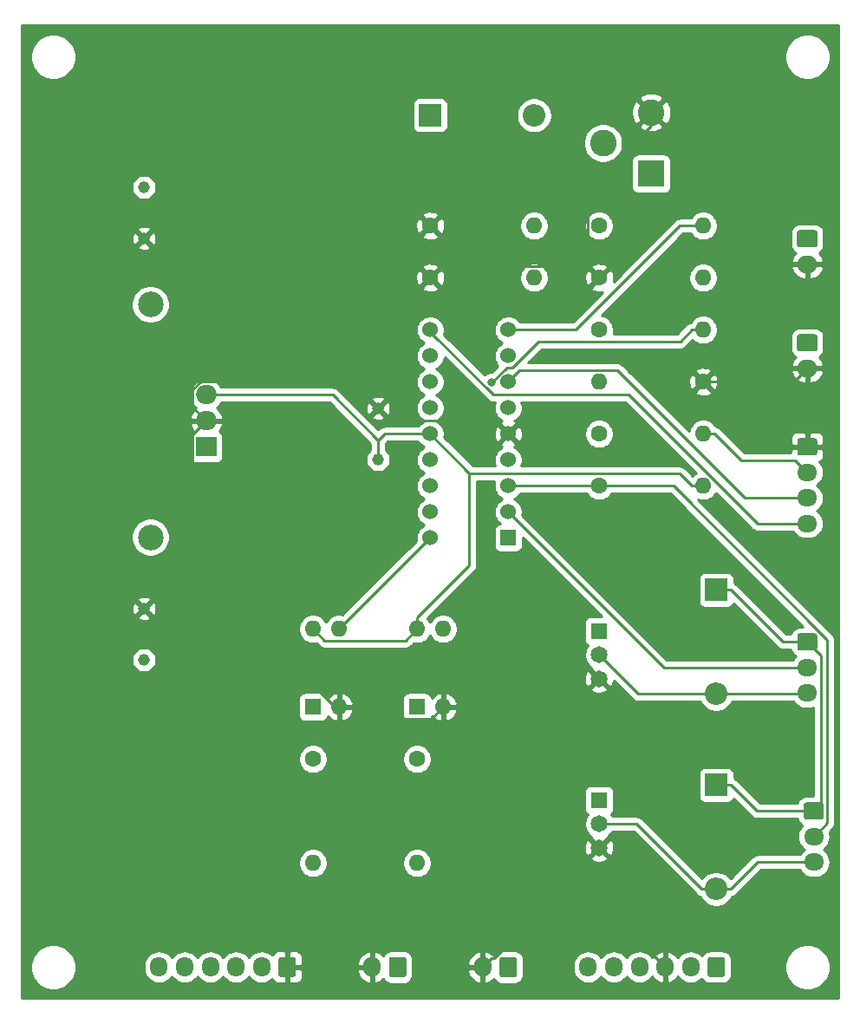
<source format=gbl>
%TF.GenerationSoftware,KiCad,Pcbnew,(5.1.12)-1*%
%TF.CreationDate,2022-01-09T19:11:42+09:00*%
%TF.ProjectId,24VFanController,32345646-616e-4436-9f6e-74726f6c6c65,rev?*%
%TF.SameCoordinates,PX6d01460PY196f3b0*%
%TF.FileFunction,Copper,L2,Bot*%
%TF.FilePolarity,Positive*%
%FSLAX46Y46*%
G04 Gerber Fmt 4.6, Leading zero omitted, Abs format (unit mm)*
G04 Created by KiCad (PCBNEW (5.1.12)-1) date 2022-01-09 19:11:42*
%MOMM*%
%LPD*%
G01*
G04 APERTURE LIST*
%TA.AperFunction,ComponentPad*%
%ADD10O,2.000000X1.700000*%
%TD*%
%TA.AperFunction,ComponentPad*%
%ADD11C,2.500000*%
%TD*%
%TA.AperFunction,ComponentPad*%
%ADD12O,2.200000X2.200000*%
%TD*%
%TA.AperFunction,ComponentPad*%
%ADD13R,2.200000X2.200000*%
%TD*%
%TA.AperFunction,ComponentPad*%
%ADD14R,2.600000X2.600000*%
%TD*%
%TA.AperFunction,ComponentPad*%
%ADD15C,2.600000*%
%TD*%
%TA.AperFunction,ComponentPad*%
%ADD16O,1.700000X2.000000*%
%TD*%
%TA.AperFunction,ComponentPad*%
%ADD17O,1.950000X1.700000*%
%TD*%
%TA.AperFunction,ComponentPad*%
%ADD18C,1.650000*%
%TD*%
%TA.AperFunction,ComponentPad*%
%ADD19R,1.650000X1.650000*%
%TD*%
%TA.AperFunction,ComponentPad*%
%ADD20C,1.600000*%
%TD*%
%TA.AperFunction,ComponentPad*%
%ADD21O,1.600000X1.600000*%
%TD*%
%TA.AperFunction,ComponentPad*%
%ADD22R,2.000000X1.905000*%
%TD*%
%TA.AperFunction,ComponentPad*%
%ADD23O,2.000000X1.905000*%
%TD*%
%TA.AperFunction,ComponentPad*%
%ADD24R,1.524000X1.524000*%
%TD*%
%TA.AperFunction,ComponentPad*%
%ADD25C,1.524000*%
%TD*%
%TA.AperFunction,ComponentPad*%
%ADD26R,1.600000X1.600000*%
%TD*%
%TA.AperFunction,ComponentPad*%
%ADD27O,1.700000X1.950000*%
%TD*%
%TA.AperFunction,ComponentPad*%
%ADD28C,1.150000*%
%TD*%
%TA.AperFunction,ViaPad*%
%ADD29C,0.800000*%
%TD*%
%TA.AperFunction,Conductor*%
%ADD30C,0.250000*%
%TD*%
%TA.AperFunction,Conductor*%
%ADD31C,0.254000*%
%TD*%
%TA.AperFunction,Conductor*%
%ADD32C,0.100000*%
%TD*%
G04 APERTURE END LIST*
D10*
%TO.P,J4,2*%
%TO.N,GND*%
X77470000Y-34250000D03*
%TO.P,J4,1*%
%TO.N,+24V*%
%TA.AperFunction,ComponentPad*%
G36*
G01*
X76720000Y-30900000D02*
X78220000Y-30900000D01*
G75*
G02*
X78470000Y-31150000I0J-250000D01*
G01*
X78470000Y-32350000D01*
G75*
G02*
X78220000Y-32600000I-250000J0D01*
G01*
X76720000Y-32600000D01*
G75*
G02*
X76470000Y-32350000I0J250000D01*
G01*
X76470000Y-31150000D01*
G75*
G02*
X76720000Y-30900000I250000J0D01*
G01*
G37*
%TD.AperFunction*%
%TD*%
D11*
%TO.P,  ,2*%
%TO.N,N/C*%
X13335000Y-27995000D03*
%TO.P,  ,1*%
X13335000Y-50745000D03*
%TD*%
D12*
%TO.P,D1,2*%
%TO.N,FAN1(-)*%
X68580000Y-66040000D03*
D13*
%TO.P,D1,1*%
%TO.N,+24V*%
X68580000Y-55880000D03*
%TD*%
%TO.P,D2,1*%
%TO.N,+24V*%
X68580000Y-74930000D03*
D12*
%TO.P,D2,2*%
%TO.N,FAN2(-)*%
X68580000Y-85090000D03*
%TD*%
D14*
%TO.P,J1,1*%
%TO.N,Net-(D3-Pad2)*%
X62230000Y-15240000D03*
D15*
%TO.P,J1,2*%
%TO.N,GND*%
X62230000Y-9240000D03*
%TO.P,J1,3*%
%TO.N,N/C*%
X57530000Y-12240000D03*
%TD*%
%TO.P,J5,1*%
%TO.N,+24V*%
%TA.AperFunction,ComponentPad*%
G36*
G01*
X76720000Y-20740000D02*
X78220000Y-20740000D01*
G75*
G02*
X78470000Y-20990000I0J-250000D01*
G01*
X78470000Y-22190000D01*
G75*
G02*
X78220000Y-22440000I-250000J0D01*
G01*
X76720000Y-22440000D01*
G75*
G02*
X76470000Y-22190000I0J250000D01*
G01*
X76470000Y-20990000D01*
G75*
G02*
X76720000Y-20740000I250000J0D01*
G01*
G37*
%TD.AperFunction*%
D10*
%TO.P,J5,2*%
%TO.N,GND*%
X77470000Y-24090000D03*
%TD*%
D16*
%TO.P,J8,2*%
%TO.N,GND*%
X34965000Y-92710000D03*
%TO.P,J8,1*%
%TO.N,TEMP_PIDSIGNAL*%
%TA.AperFunction,ComponentPad*%
G36*
G01*
X38315000Y-91960000D02*
X38315000Y-93460000D01*
G75*
G02*
X38065000Y-93710000I-250000J0D01*
G01*
X36865000Y-93710000D01*
G75*
G02*
X36615000Y-93460000I0J250000D01*
G01*
X36615000Y-91960000D01*
G75*
G02*
X36865000Y-91710000I250000J0D01*
G01*
X38065000Y-91710000D01*
G75*
G02*
X38315000Y-91960000I0J-250000D01*
G01*
G37*
%TD.AperFunction*%
%TD*%
%TO.P,J9,1*%
%TO.N,PLC_SIGNAL_INPUT*%
%TA.AperFunction,ComponentPad*%
G36*
G01*
X49110000Y-91960000D02*
X49110000Y-93460000D01*
G75*
G02*
X48860000Y-93710000I-250000J0D01*
G01*
X47660000Y-93710000D01*
G75*
G02*
X47410000Y-93460000I0J250000D01*
G01*
X47410000Y-91960000D01*
G75*
G02*
X47660000Y-91710000I250000J0D01*
G01*
X48860000Y-91710000D01*
G75*
G02*
X49110000Y-91960000I0J-250000D01*
G01*
G37*
%TD.AperFunction*%
%TO.P,J9,2*%
%TO.N,GND*%
X45760000Y-92710000D03*
%TD*%
%TO.P,J10,1*%
%TO.N,GND*%
%TA.AperFunction,ComponentPad*%
G36*
G01*
X76745000Y-41060000D02*
X78195000Y-41060000D01*
G75*
G02*
X78445000Y-41310000I0J-250000D01*
G01*
X78445000Y-42510000D01*
G75*
G02*
X78195000Y-42760000I-250000J0D01*
G01*
X76745000Y-42760000D01*
G75*
G02*
X76495000Y-42510000I0J250000D01*
G01*
X76495000Y-41310000D01*
G75*
G02*
X76745000Y-41060000I250000J0D01*
G01*
G37*
%TD.AperFunction*%
D17*
%TO.P,J10,2*%
%TO.N,+5V*%
X77470000Y-44410000D03*
%TO.P,J10,3*%
%TO.N,SDA1*%
X77470000Y-46910000D03*
%TO.P,J10,4*%
%TO.N,SCL1*%
X77470000Y-49410000D03*
%TD*%
D18*
%TO.P,Q1,3*%
%TO.N,GND*%
X57150000Y-64530000D03*
%TO.P,Q1,2*%
%TO.N,FAN1(-)*%
X57150000Y-62230000D03*
D19*
%TO.P,Q1,1*%
%TO.N,Net-(Q1-Pad1)*%
X57150000Y-59930000D03*
%TD*%
%TO.P,Q2,1*%
%TO.N,Net-(Q2-Pad1)*%
X57150000Y-76440000D03*
D18*
%TO.P,Q2,2*%
%TO.N,FAN2(-)*%
X57150000Y-78740000D03*
%TO.P,Q2,3*%
%TO.N,GND*%
X57150000Y-81040000D03*
%TD*%
D20*
%TO.P,R1,1*%
%TO.N,Net-(Q1-Pad1)*%
X57150000Y-20320000D03*
D21*
%TO.P,R1,2*%
%TO.N,FAN1_PWMOUT*%
X67310000Y-20320000D03*
%TD*%
D20*
%TO.P,R2,1*%
%TO.N,GND*%
X57150000Y-25400000D03*
D21*
%TO.P,R2,2*%
%TO.N,Net-(Q1-Pad1)*%
X67310000Y-25400000D03*
%TD*%
D20*
%TO.P,R3,1*%
%TO.N,Net-(R3-Pad1)*%
X29210000Y-72390000D03*
D21*
%TO.P,R3,2*%
%TO.N,TEMP_PIDSIGNAL*%
X29210000Y-82550000D03*
%TD*%
%TO.P,R4,2*%
%TO.N,+5V*%
X67310000Y-40640000D03*
D20*
%TO.P,R4,1*%
%TO.N,FAN1_SIGNAL*%
X57150000Y-40640000D03*
%TD*%
D21*
%TO.P,R5,2*%
%TO.N,+5V*%
X67310000Y-45720000D03*
D20*
%TO.P,R5,1*%
%TO.N,FAN2_SIGNAL*%
X57150000Y-45720000D03*
%TD*%
D21*
%TO.P,R6,2*%
%TO.N,FAN2_PWMOUT*%
X67310000Y-30480000D03*
D20*
%TO.P,R6,1*%
%TO.N,Net-(Q2-Pad1)*%
X57150000Y-30480000D03*
%TD*%
%TO.P,R7,1*%
%TO.N,GND*%
X67310000Y-35560000D03*
D21*
%TO.P,R7,2*%
%TO.N,Net-(Q2-Pad1)*%
X57150000Y-35560000D03*
%TD*%
%TO.P,R8,2*%
%TO.N,PLC_SIGNAL_INPUT*%
X39370000Y-82550000D03*
D20*
%TO.P,R8,1*%
%TO.N,Net-(R8-Pad1)*%
X39370000Y-72390000D03*
%TD*%
%TO.P,R9,1*%
%TO.N,GND*%
X40640000Y-20320000D03*
D21*
%TO.P,R9,2*%
%TO.N,TEMP_PIDSIGNAL*%
X50800000Y-20320000D03*
%TD*%
%TO.P,R10,2*%
%TO.N,PLC_SIGNAL*%
X50800000Y-25400000D03*
D20*
%TO.P,R10,1*%
%TO.N,GND*%
X40640000Y-25400000D03*
%TD*%
D22*
%TO.P,U1,1*%
%TO.N,+24V*%
X18796000Y-41910000D03*
D23*
%TO.P,U1,2*%
%TO.N,GND*%
X18796000Y-39370000D03*
%TO.P,U1,3*%
%TO.N,+5V*%
X18796000Y-36830000D03*
%TD*%
D24*
%TO.P,U3,1*%
%TO.N,Net-(U3-Pad1)*%
X48260000Y-50800000D03*
D25*
%TO.P,U3,2*%
%TO.N,FAN1_SIGNAL*%
X48260000Y-48260000D03*
%TO.P,U3,3*%
%TO.N,FAN2_SIGNAL*%
X48260000Y-45720000D03*
%TO.P,U3,4*%
%TO.N,MCLR*%
X48260000Y-43180000D03*
%TO.P,U3,5*%
%TO.N,GND*%
X48260000Y-40640000D03*
%TO.P,U3,6*%
%TO.N,Net-(U3-Pad6)*%
X48260000Y-38100000D03*
%TO.P,U3,7*%
%TO.N,SDA1*%
X48260000Y-35560000D03*
%TO.P,U3,8*%
%TO.N,TX*%
X48260000Y-33020000D03*
%TO.P,U3,9*%
%TO.N,FAN1_PWMOUT*%
X48260000Y-30480000D03*
%TO.P,U3,10*%
%TO.N,SCL1*%
X40640000Y-30480000D03*
%TO.P,U3,11*%
%TO.N,RX*%
X40640000Y-33020000D03*
%TO.P,U3,12*%
%TO.N,PGC*%
X40640000Y-35560000D03*
%TO.P,U3,13*%
%TO.N,PGD*%
X40640000Y-38100000D03*
%TO.P,U3,14*%
%TO.N,+5V*%
X40640000Y-40640000D03*
%TO.P,U3,15*%
%TO.N,Net-(U3-Pad15)*%
X40640000Y-43180000D03*
%TO.P,U3,16*%
%TO.N,FAN2_PWMOUT*%
X40640000Y-45720000D03*
%TO.P,U3,17*%
%TO.N,PLC_SIGNAL*%
X40640000Y-48260000D03*
%TO.P,U3,18*%
%TO.N,TEMP_PIDSIGNAL*%
X40640000Y-50800000D03*
%TD*%
D26*
%TO.P,U4,1*%
%TO.N,Net-(R3-Pad1)*%
X29210000Y-67310000D03*
D21*
%TO.P,U4,3*%
%TO.N,TEMP_PIDSIGNAL*%
X31750000Y-59690000D03*
%TO.P,U4,2*%
%TO.N,GND*%
X31750000Y-67310000D03*
%TO.P,U4,4*%
%TO.N,+5V*%
X29210000Y-59690000D03*
%TD*%
%TO.P,U6,4*%
%TO.N,+5V*%
X39370000Y-59690000D03*
%TO.P,U6,2*%
%TO.N,GND*%
X41910000Y-67310000D03*
%TO.P,U6,3*%
%TO.N,PLC_SIGNAL*%
X41910000Y-59690000D03*
D26*
%TO.P,U6,1*%
%TO.N,Net-(R8-Pad1)*%
X39370000Y-67310000D03*
%TD*%
%TO.P,J2,1*%
%TO.N,GND*%
%TA.AperFunction,ComponentPad*%
G36*
G01*
X27520000Y-91985000D02*
X27520000Y-93435000D01*
G75*
G02*
X27270000Y-93685000I-250000J0D01*
G01*
X26070000Y-93685000D01*
G75*
G02*
X25820000Y-93435000I0J250000D01*
G01*
X25820000Y-91985000D01*
G75*
G02*
X26070000Y-91735000I250000J0D01*
G01*
X27270000Y-91735000D01*
G75*
G02*
X27520000Y-91985000I0J-250000D01*
G01*
G37*
%TD.AperFunction*%
D27*
%TO.P,J2,2*%
%TO.N,Net-(J2-Pad2)*%
X24170000Y-92710000D03*
%TO.P,J2,3*%
%TO.N,Net-(J2-Pad3)*%
X21670000Y-92710000D03*
%TO.P,J2,4*%
%TO.N,TX*%
X19170000Y-92710000D03*
%TO.P,J2,5*%
%TO.N,RX*%
X16670000Y-92710000D03*
%TO.P,J2,6*%
%TO.N,Net-(J2-Pad6)*%
X14170000Y-92710000D03*
%TD*%
%TO.P,J3,6*%
%TO.N,Net-(J3-Pad6)*%
X56080000Y-92710000D03*
%TO.P,J3,5*%
%TO.N,PGC*%
X58580000Y-92710000D03*
%TO.P,J3,4*%
%TO.N,PGD*%
X61080000Y-92710000D03*
%TO.P,J3,3*%
%TO.N,GND*%
X63580000Y-92710000D03*
%TO.P,J3,2*%
%TO.N,+5V*%
X66080000Y-92710000D03*
%TO.P,J3,1*%
%TO.N,MCLR*%
%TA.AperFunction,ComponentPad*%
G36*
G01*
X69430000Y-91985000D02*
X69430000Y-93435000D01*
G75*
G02*
X69180000Y-93685000I-250000J0D01*
G01*
X67980000Y-93685000D01*
G75*
G02*
X67730000Y-93435000I0J250000D01*
G01*
X67730000Y-91985000D01*
G75*
G02*
X67980000Y-91735000I250000J0D01*
G01*
X69180000Y-91735000D01*
G75*
G02*
X69430000Y-91985000I0J-250000D01*
G01*
G37*
%TD.AperFunction*%
%TD*%
D13*
%TO.P,D3,1*%
%TO.N,+24V*%
X40640000Y-9525000D03*
D12*
%TO.P,D3,2*%
%TO.N,Net-(D3-Pad2)*%
X50800000Y-9525000D03*
%TD*%
D17*
%TO.P,J6,3*%
%TO.N,FAN1(-)*%
X77470000Y-65960000D03*
%TO.P,J6,2*%
%TO.N,FAN1_SIGNAL*%
X77470000Y-63460000D03*
%TO.P,J6,1*%
%TO.N,+24V*%
%TA.AperFunction,ComponentPad*%
G36*
G01*
X76745000Y-60110000D02*
X78195000Y-60110000D01*
G75*
G02*
X78445000Y-60360000I0J-250000D01*
G01*
X78445000Y-61560000D01*
G75*
G02*
X78195000Y-61810000I-250000J0D01*
G01*
X76745000Y-61810000D01*
G75*
G02*
X76495000Y-61560000I0J250000D01*
G01*
X76495000Y-60360000D01*
G75*
G02*
X76745000Y-60110000I250000J0D01*
G01*
G37*
%TD.AperFunction*%
%TD*%
%TO.P,J7,1*%
%TO.N,+24V*%
%TA.AperFunction,ComponentPad*%
G36*
G01*
X77380000Y-76620000D02*
X78830000Y-76620000D01*
G75*
G02*
X79080000Y-76870000I0J-250000D01*
G01*
X79080000Y-78070000D01*
G75*
G02*
X78830000Y-78320000I-250000J0D01*
G01*
X77380000Y-78320000D01*
G75*
G02*
X77130000Y-78070000I0J250000D01*
G01*
X77130000Y-76870000D01*
G75*
G02*
X77380000Y-76620000I250000J0D01*
G01*
G37*
%TD.AperFunction*%
%TO.P,J7,2*%
%TO.N,FAN2_SIGNAL*%
X78105000Y-79970000D03*
%TO.P,J7,3*%
%TO.N,FAN2(-)*%
X78105000Y-82470000D03*
%TD*%
D28*
%TO.P,C1,1*%
%TO.N,+24V*%
X12700000Y-62698000D03*
%TO.P,C1,2*%
%TO.N,GND*%
X12700000Y-57698000D03*
%TD*%
%TO.P,C2,1*%
%TO.N,+5V*%
X12700000Y-16550000D03*
%TO.P,C2,2*%
%TO.N,GND*%
X12700000Y-21550000D03*
%TD*%
%TO.P,C3,2*%
%TO.N,GND*%
X35560000Y-38140000D03*
%TO.P,C3,1*%
%TO.N,+5V*%
X35560000Y-43140000D03*
%TD*%
D29*
%TO.N,GND*%
X27940000Y-20320000D03*
X9525000Y-73660000D03*
X61595000Y-53340000D03*
X50800000Y-60325000D03*
X45720000Y-85090000D03*
X74295000Y-10795000D03*
X24765000Y-39370000D03*
%TO.N,FAN2_PWMOUT*%
X46645600Y-35636700D03*
%TD*%
D30*
%TO.N,GND*%
X12700000Y-21550000D02*
X18221800Y-27071800D01*
X32927700Y-35507700D02*
X35560000Y-38140000D01*
X40640000Y-25400000D02*
X32927700Y-33112300D01*
X32927700Y-33112300D02*
X32927700Y-35507700D01*
X12700000Y-57698000D02*
X16365400Y-54032600D01*
X16365400Y-54032600D02*
X17440300Y-54032600D01*
X17440300Y-54032600D02*
X17440300Y-40725700D01*
X17440300Y-40725700D02*
X18796000Y-39370000D01*
X54370000Y-67310000D02*
X54370000Y-78260000D01*
X54370000Y-78260000D02*
X57150000Y-81040000D01*
X55999400Y-24249400D02*
X57150000Y-25400000D01*
X41790600Y-24249400D02*
X55999400Y-24249400D01*
X55999400Y-24249400D02*
X55999400Y-16770600D01*
X55999400Y-16770600D02*
X62230000Y-10540000D01*
X62230000Y-10540000D02*
X62230000Y-9240000D01*
X41790600Y-24249400D02*
X41790600Y-21470600D01*
X41790600Y-21470600D02*
X40640000Y-20320000D01*
X40640000Y-25400000D02*
X41790600Y-24249400D01*
X57150000Y-64530000D02*
X54370000Y-67310000D01*
X54370000Y-67310000D02*
X41910000Y-67310000D01*
X48260000Y-40640000D02*
X46933400Y-39313400D01*
X46933400Y-39313400D02*
X36733300Y-39313400D01*
X36733300Y-39313400D02*
X36733300Y-39313300D01*
X36733300Y-39313300D02*
X35560000Y-38140000D01*
X26670000Y-92710000D02*
X34965000Y-92710000D01*
X76160000Y-35560000D02*
X77470000Y-34250000D01*
X67310000Y-35560000D02*
X76160000Y-35560000D01*
X77470000Y-36870000D02*
X76160000Y-35560000D01*
X77470000Y-41910000D02*
X77470000Y-36870000D01*
X63580000Y-92710000D02*
X60405000Y-89535000D01*
X60405000Y-84295000D02*
X57150000Y-81040000D01*
X60405000Y-89535000D02*
X60405000Y-84295000D01*
X49224300Y-89539500D02*
X60400500Y-89539500D01*
X46935300Y-91828500D02*
X49224300Y-89539500D01*
X60400500Y-89539500D02*
X60405000Y-89535000D01*
X46641500Y-91828500D02*
X45760000Y-92710000D01*
X46935300Y-91828500D02*
X46641500Y-91828500D01*
X34000600Y-68435300D02*
X40784700Y-68435300D01*
X32875300Y-67310000D02*
X34000600Y-68435300D01*
X40784700Y-68435300D02*
X41910000Y-67310000D01*
X31750000Y-67310000D02*
X32875300Y-67310000D01*
X18003400Y-54032600D02*
X17440300Y-54032600D01*
X31280800Y-67310000D02*
X18003400Y-54032600D01*
X31750000Y-67310000D02*
X31280800Y-67310000D01*
X18264129Y-35507700D02*
X32927700Y-35507700D01*
X17470990Y-36300839D02*
X18264129Y-35507700D01*
X17470990Y-38044990D02*
X17470990Y-36300839D01*
X18796000Y-39370000D02*
X17470990Y-38044990D01*
X18221800Y-35465371D02*
X18264129Y-35507700D01*
X18221800Y-27071800D02*
X18221800Y-35465371D01*
%TO.N,+24V*%
X68580000Y-55880000D02*
X70005300Y-55880000D01*
X70005300Y-55880000D02*
X75085300Y-60960000D01*
X75085300Y-60960000D02*
X77470000Y-60960000D01*
X77470000Y-60960000D02*
X78778300Y-62268300D01*
X78778300Y-62268300D02*
X78778300Y-76796700D01*
X78778300Y-76796700D02*
X78105000Y-77470000D01*
X68580000Y-74930000D02*
X70005300Y-74930000D01*
X78105000Y-77470000D02*
X72545300Y-77470000D01*
X72545300Y-77470000D02*
X70005300Y-74930000D01*
%TO.N,+5V*%
X44462600Y-44541200D02*
X44462600Y-53472100D01*
X44462600Y-53472100D02*
X39370000Y-58564700D01*
X40640000Y-40640000D02*
X44462600Y-44462600D01*
X44462600Y-44462600D02*
X44462600Y-44541200D01*
X44462600Y-44541200D02*
X65005900Y-44541200D01*
X65005900Y-44541200D02*
X66184700Y-45720000D01*
X38060000Y-40640000D02*
X40640000Y-40640000D01*
X67310000Y-45720000D02*
X66184700Y-45720000D01*
X67310000Y-40640000D02*
X68435300Y-40640000D01*
X68435300Y-40640000D02*
X71030000Y-43234700D01*
X76294700Y-43234700D02*
X77470000Y-44410000D01*
X71030000Y-43234700D02*
X76294700Y-43234700D01*
X39370000Y-58564700D02*
X39370000Y-59690000D01*
X30335300Y-60815300D02*
X29210000Y-59690000D01*
X38244700Y-60815300D02*
X30335300Y-60815300D01*
X39370000Y-59690000D02*
X38244700Y-60815300D01*
X35560000Y-43140000D02*
X35560000Y-41275000D01*
X36195000Y-40640000D02*
X38060000Y-40640000D01*
X35560000Y-41275000D02*
X36195000Y-40640000D01*
X31115000Y-36830000D02*
X35560000Y-41275000D01*
X18796000Y-36830000D02*
X31115000Y-36830000D01*
%TO.N,FAN1(-)*%
X57150000Y-62230000D02*
X60960000Y-66040000D01*
X60960000Y-66040000D02*
X68580000Y-66040000D01*
X77390000Y-66040000D02*
X77470000Y-65960000D01*
X68580000Y-66040000D02*
X77390000Y-66040000D01*
%TO.N,FAN2(-)*%
X68580000Y-85090000D02*
X67154700Y-85090000D01*
X57150000Y-78740000D02*
X60804700Y-78740000D01*
X60804700Y-78740000D02*
X67154700Y-85090000D01*
X70005300Y-85090000D02*
X68580000Y-85090000D01*
X72625300Y-82470000D02*
X70005300Y-85090000D01*
X78105000Y-82470000D02*
X72625300Y-82470000D01*
%TO.N,FAN1_SIGNAL*%
X77470000Y-63460000D02*
X63460000Y-63460000D01*
X63460000Y-63460000D02*
X48260000Y-48260000D01*
%TO.N,FAN2_SIGNAL*%
X57150000Y-45720000D02*
X48260000Y-45720000D01*
X79415200Y-78659800D02*
X78105000Y-79970000D01*
X79415200Y-60751900D02*
X79415200Y-78659800D01*
X64383300Y-45720000D02*
X79415200Y-60751900D01*
X57150000Y-45720000D02*
X64383300Y-45720000D01*
%TO.N,TEMP_PIDSIGNAL*%
X32875300Y-58564700D02*
X40640000Y-50800000D01*
X31750000Y-59690000D02*
X32875300Y-58564700D01*
%TO.N,SDA1*%
X77470000Y-46910000D02*
X71397700Y-46910000D01*
X71397700Y-46910000D02*
X58920800Y-34433100D01*
X58920800Y-34433100D02*
X49386900Y-34433100D01*
X49386900Y-34433100D02*
X48260000Y-35560000D01*
%TO.N,SCL1*%
X40640000Y-30480000D02*
X40640000Y-30663800D01*
X40640000Y-30663800D02*
X46806200Y-36830000D01*
X46806200Y-36830000D02*
X60011600Y-36830000D01*
X60011600Y-36830000D02*
X72591600Y-49410000D01*
X72591600Y-49410000D02*
X77470000Y-49410000D01*
%TO.N,FAN1_PWMOUT*%
X48260000Y-30480000D02*
X54891100Y-30480000D01*
X54891100Y-30480000D02*
X65051100Y-20320000D01*
X65051100Y-20320000D02*
X67310000Y-20320000D01*
%TO.N,FAN2_PWMOUT*%
X66184700Y-30480000D02*
X65059400Y-31605300D01*
X65059400Y-31605300D02*
X51212600Y-31605300D01*
X51212600Y-31605300D02*
X48671200Y-34146700D01*
X48671200Y-34146700D02*
X48135600Y-34146700D01*
X48135600Y-34146700D02*
X46645600Y-35636700D01*
X67310000Y-30480000D02*
X66184700Y-30480000D01*
%TD*%
D31*
%TO.N,GND*%
X80518000Y-95758000D02*
X762000Y-95758000D01*
X762000Y-92489872D01*
X1575000Y-92489872D01*
X1575000Y-92930128D01*
X1660890Y-93361925D01*
X1829369Y-93768669D01*
X2073962Y-94134729D01*
X2385271Y-94446038D01*
X2751331Y-94690631D01*
X3158075Y-94859110D01*
X3589872Y-94945000D01*
X4030128Y-94945000D01*
X4461925Y-94859110D01*
X4868669Y-94690631D01*
X5234729Y-94446038D01*
X5546038Y-94134729D01*
X5790631Y-93768669D01*
X5959110Y-93361925D01*
X6045000Y-92930128D01*
X6045000Y-92512050D01*
X12685000Y-92512050D01*
X12685000Y-92907949D01*
X12706487Y-93126110D01*
X12791401Y-93406033D01*
X12929294Y-93664013D01*
X13114866Y-93890134D01*
X13340986Y-94075706D01*
X13598966Y-94213599D01*
X13878889Y-94298513D01*
X14170000Y-94327185D01*
X14461110Y-94298513D01*
X14741033Y-94213599D01*
X14999013Y-94075706D01*
X15225134Y-93890134D01*
X15410706Y-93664014D01*
X15420000Y-93646626D01*
X15429294Y-93664013D01*
X15614866Y-93890134D01*
X15840986Y-94075706D01*
X16098966Y-94213599D01*
X16378889Y-94298513D01*
X16670000Y-94327185D01*
X16961110Y-94298513D01*
X17241033Y-94213599D01*
X17499013Y-94075706D01*
X17725134Y-93890134D01*
X17910706Y-93664014D01*
X17920000Y-93646626D01*
X17929294Y-93664013D01*
X18114866Y-93890134D01*
X18340986Y-94075706D01*
X18598966Y-94213599D01*
X18878889Y-94298513D01*
X19170000Y-94327185D01*
X19461110Y-94298513D01*
X19741033Y-94213599D01*
X19999013Y-94075706D01*
X20225134Y-93890134D01*
X20410706Y-93664014D01*
X20420000Y-93646626D01*
X20429294Y-93664013D01*
X20614866Y-93890134D01*
X20840986Y-94075706D01*
X21098966Y-94213599D01*
X21378889Y-94298513D01*
X21670000Y-94327185D01*
X21961110Y-94298513D01*
X22241033Y-94213599D01*
X22499013Y-94075706D01*
X22725134Y-93890134D01*
X22910706Y-93664014D01*
X22920000Y-93646626D01*
X22929294Y-93664013D01*
X23114866Y-93890134D01*
X23340986Y-94075706D01*
X23598966Y-94213599D01*
X23878889Y-94298513D01*
X24170000Y-94327185D01*
X24461110Y-94298513D01*
X24741033Y-94213599D01*
X24999013Y-94075706D01*
X25219945Y-93894392D01*
X25230498Y-93929180D01*
X25289463Y-94039494D01*
X25368815Y-94136185D01*
X25465506Y-94215537D01*
X25575820Y-94274502D01*
X25695518Y-94310812D01*
X25820000Y-94323072D01*
X26384250Y-94320000D01*
X26543000Y-94161250D01*
X26543000Y-92837000D01*
X26797000Y-92837000D01*
X26797000Y-94161250D01*
X26955750Y-94320000D01*
X27520000Y-94323072D01*
X27644482Y-94310812D01*
X27764180Y-94274502D01*
X27874494Y-94215537D01*
X27971185Y-94136185D01*
X28050537Y-94039494D01*
X28109502Y-93929180D01*
X28145812Y-93809482D01*
X28158072Y-93685000D01*
X28155330Y-93069742D01*
X33493715Y-93069742D01*
X33562904Y-93352745D01*
X33685975Y-93616812D01*
X33858198Y-93851795D01*
X34072954Y-94048664D01*
X34321991Y-94199854D01*
X34595739Y-94299554D01*
X34608110Y-94301476D01*
X34838000Y-94180155D01*
X34838000Y-92837000D01*
X33637768Y-92837000D01*
X33493715Y-93069742D01*
X28155330Y-93069742D01*
X28155000Y-92995750D01*
X27996250Y-92837000D01*
X26797000Y-92837000D01*
X26543000Y-92837000D01*
X26523000Y-92837000D01*
X26523000Y-92583000D01*
X26543000Y-92583000D01*
X26543000Y-91258750D01*
X26797000Y-91258750D01*
X26797000Y-92583000D01*
X27996250Y-92583000D01*
X28155000Y-92424250D01*
X28155329Y-92350258D01*
X33493715Y-92350258D01*
X33637768Y-92583000D01*
X34838000Y-92583000D01*
X34838000Y-91239845D01*
X35092000Y-91239845D01*
X35092000Y-92583000D01*
X35112000Y-92583000D01*
X35112000Y-92837000D01*
X35092000Y-92837000D01*
X35092000Y-94180155D01*
X35321890Y-94301476D01*
X35334261Y-94299554D01*
X35608009Y-94199854D01*
X35857046Y-94048664D01*
X36071802Y-93851795D01*
X36072086Y-93851407D01*
X36126595Y-93953386D01*
X36237038Y-94087962D01*
X36371614Y-94198405D01*
X36525150Y-94280472D01*
X36691746Y-94331008D01*
X36865000Y-94348072D01*
X38065000Y-94348072D01*
X38238254Y-94331008D01*
X38404850Y-94280472D01*
X38558386Y-94198405D01*
X38692962Y-94087962D01*
X38803405Y-93953386D01*
X38885472Y-93799850D01*
X38936008Y-93633254D01*
X38953072Y-93460000D01*
X38953072Y-93069742D01*
X44288715Y-93069742D01*
X44357904Y-93352745D01*
X44480975Y-93616812D01*
X44653198Y-93851795D01*
X44867954Y-94048664D01*
X45116991Y-94199854D01*
X45390739Y-94299554D01*
X45403110Y-94301476D01*
X45633000Y-94180155D01*
X45633000Y-92837000D01*
X44432768Y-92837000D01*
X44288715Y-93069742D01*
X38953072Y-93069742D01*
X38953072Y-92350258D01*
X44288715Y-92350258D01*
X44432768Y-92583000D01*
X45633000Y-92583000D01*
X45633000Y-91239845D01*
X45887000Y-91239845D01*
X45887000Y-92583000D01*
X45907000Y-92583000D01*
X45907000Y-92837000D01*
X45887000Y-92837000D01*
X45887000Y-94180155D01*
X46116890Y-94301476D01*
X46129261Y-94299554D01*
X46403009Y-94199854D01*
X46652046Y-94048664D01*
X46866802Y-93851795D01*
X46867086Y-93851407D01*
X46921595Y-93953386D01*
X47032038Y-94087962D01*
X47166614Y-94198405D01*
X47320150Y-94280472D01*
X47486746Y-94331008D01*
X47660000Y-94348072D01*
X48860000Y-94348072D01*
X49033254Y-94331008D01*
X49199850Y-94280472D01*
X49353386Y-94198405D01*
X49487962Y-94087962D01*
X49598405Y-93953386D01*
X49680472Y-93799850D01*
X49731008Y-93633254D01*
X49748072Y-93460000D01*
X49748072Y-92512050D01*
X54595000Y-92512050D01*
X54595000Y-92907949D01*
X54616487Y-93126110D01*
X54701401Y-93406033D01*
X54839294Y-93664013D01*
X55024866Y-93890134D01*
X55250986Y-94075706D01*
X55508966Y-94213599D01*
X55788889Y-94298513D01*
X56080000Y-94327185D01*
X56371110Y-94298513D01*
X56651033Y-94213599D01*
X56909013Y-94075706D01*
X57135134Y-93890134D01*
X57320706Y-93664014D01*
X57330000Y-93646626D01*
X57339294Y-93664013D01*
X57524866Y-93890134D01*
X57750986Y-94075706D01*
X58008966Y-94213599D01*
X58288889Y-94298513D01*
X58580000Y-94327185D01*
X58871110Y-94298513D01*
X59151033Y-94213599D01*
X59409013Y-94075706D01*
X59635134Y-93890134D01*
X59820706Y-93664014D01*
X59830000Y-93646626D01*
X59839294Y-93664013D01*
X60024866Y-93890134D01*
X60250986Y-94075706D01*
X60508966Y-94213599D01*
X60788889Y-94298513D01*
X61080000Y-94327185D01*
X61371110Y-94298513D01*
X61651033Y-94213599D01*
X61909013Y-94075706D01*
X62135134Y-93890134D01*
X62320706Y-93664014D01*
X62334462Y-93638278D01*
X62490951Y-93844429D01*
X62708807Y-94037496D01*
X62960142Y-94184352D01*
X63223110Y-94276476D01*
X63453000Y-94155155D01*
X63453000Y-92837000D01*
X63433000Y-92837000D01*
X63433000Y-92583000D01*
X63453000Y-92583000D01*
X63453000Y-91264845D01*
X63707000Y-91264845D01*
X63707000Y-92583000D01*
X63727000Y-92583000D01*
X63727000Y-92837000D01*
X63707000Y-92837000D01*
X63707000Y-94155155D01*
X63936890Y-94276476D01*
X64199858Y-94184352D01*
X64451193Y-94037496D01*
X64669049Y-93844429D01*
X64825538Y-93638278D01*
X64839294Y-93664013D01*
X65024866Y-93890134D01*
X65250986Y-94075706D01*
X65508966Y-94213599D01*
X65788889Y-94298513D01*
X66080000Y-94327185D01*
X66371110Y-94298513D01*
X66651033Y-94213599D01*
X66909013Y-94075706D01*
X67135134Y-93890134D01*
X67187223Y-93826663D01*
X67241595Y-93928386D01*
X67352038Y-94062962D01*
X67486614Y-94173405D01*
X67640150Y-94255472D01*
X67806746Y-94306008D01*
X67980000Y-94323072D01*
X69180000Y-94323072D01*
X69353254Y-94306008D01*
X69519850Y-94255472D01*
X69673386Y-94173405D01*
X69807962Y-94062962D01*
X69918405Y-93928386D01*
X70000472Y-93774850D01*
X70051008Y-93608254D01*
X70068072Y-93435000D01*
X70068072Y-92489872D01*
X75235000Y-92489872D01*
X75235000Y-92930128D01*
X75320890Y-93361925D01*
X75489369Y-93768669D01*
X75733962Y-94134729D01*
X76045271Y-94446038D01*
X76411331Y-94690631D01*
X76818075Y-94859110D01*
X77249872Y-94945000D01*
X77690128Y-94945000D01*
X78121925Y-94859110D01*
X78528669Y-94690631D01*
X78894729Y-94446038D01*
X79206038Y-94134729D01*
X79450631Y-93768669D01*
X79619110Y-93361925D01*
X79705000Y-92930128D01*
X79705000Y-92489872D01*
X79619110Y-92058075D01*
X79450631Y-91651331D01*
X79206038Y-91285271D01*
X78894729Y-90973962D01*
X78528669Y-90729369D01*
X78121925Y-90560890D01*
X77690128Y-90475000D01*
X77249872Y-90475000D01*
X76818075Y-90560890D01*
X76411331Y-90729369D01*
X76045271Y-90973962D01*
X75733962Y-91285271D01*
X75489369Y-91651331D01*
X75320890Y-92058075D01*
X75235000Y-92489872D01*
X70068072Y-92489872D01*
X70068072Y-91985000D01*
X70051008Y-91811746D01*
X70000472Y-91645150D01*
X69918405Y-91491614D01*
X69807962Y-91357038D01*
X69673386Y-91246595D01*
X69519850Y-91164528D01*
X69353254Y-91113992D01*
X69180000Y-91096928D01*
X67980000Y-91096928D01*
X67806746Y-91113992D01*
X67640150Y-91164528D01*
X67486614Y-91246595D01*
X67352038Y-91357038D01*
X67241595Y-91491614D01*
X67187223Y-91593337D01*
X67135134Y-91529866D01*
X66909014Y-91344294D01*
X66651034Y-91206401D01*
X66371111Y-91121487D01*
X66080000Y-91092815D01*
X65788890Y-91121487D01*
X65508967Y-91206401D01*
X65250987Y-91344294D01*
X65024866Y-91529866D01*
X64839294Y-91755986D01*
X64825538Y-91781722D01*
X64669049Y-91575571D01*
X64451193Y-91382504D01*
X64199858Y-91235648D01*
X63936890Y-91143524D01*
X63707000Y-91264845D01*
X63453000Y-91264845D01*
X63223110Y-91143524D01*
X62960142Y-91235648D01*
X62708807Y-91382504D01*
X62490951Y-91575571D01*
X62334462Y-91781722D01*
X62320706Y-91755986D01*
X62135134Y-91529866D01*
X61909014Y-91344294D01*
X61651034Y-91206401D01*
X61371111Y-91121487D01*
X61080000Y-91092815D01*
X60788890Y-91121487D01*
X60508967Y-91206401D01*
X60250987Y-91344294D01*
X60024866Y-91529866D01*
X59839294Y-91755986D01*
X59830000Y-91773374D01*
X59820706Y-91755986D01*
X59635134Y-91529866D01*
X59409014Y-91344294D01*
X59151034Y-91206401D01*
X58871111Y-91121487D01*
X58580000Y-91092815D01*
X58288890Y-91121487D01*
X58008967Y-91206401D01*
X57750987Y-91344294D01*
X57524866Y-91529866D01*
X57339294Y-91755986D01*
X57330000Y-91773374D01*
X57320706Y-91755986D01*
X57135134Y-91529866D01*
X56909014Y-91344294D01*
X56651034Y-91206401D01*
X56371111Y-91121487D01*
X56080000Y-91092815D01*
X55788890Y-91121487D01*
X55508967Y-91206401D01*
X55250987Y-91344294D01*
X55024866Y-91529866D01*
X54839294Y-91755986D01*
X54701401Y-92013966D01*
X54616487Y-92293889D01*
X54595000Y-92512050D01*
X49748072Y-92512050D01*
X49748072Y-91960000D01*
X49731008Y-91786746D01*
X49680472Y-91620150D01*
X49598405Y-91466614D01*
X49487962Y-91332038D01*
X49353386Y-91221595D01*
X49199850Y-91139528D01*
X49033254Y-91088992D01*
X48860000Y-91071928D01*
X47660000Y-91071928D01*
X47486746Y-91088992D01*
X47320150Y-91139528D01*
X47166614Y-91221595D01*
X47032038Y-91332038D01*
X46921595Y-91466614D01*
X46867086Y-91568593D01*
X46866802Y-91568205D01*
X46652046Y-91371336D01*
X46403009Y-91220146D01*
X46129261Y-91120446D01*
X46116890Y-91118524D01*
X45887000Y-91239845D01*
X45633000Y-91239845D01*
X45403110Y-91118524D01*
X45390739Y-91120446D01*
X45116991Y-91220146D01*
X44867954Y-91371336D01*
X44653198Y-91568205D01*
X44480975Y-91803188D01*
X44357904Y-92067255D01*
X44288715Y-92350258D01*
X38953072Y-92350258D01*
X38953072Y-91960000D01*
X38936008Y-91786746D01*
X38885472Y-91620150D01*
X38803405Y-91466614D01*
X38692962Y-91332038D01*
X38558386Y-91221595D01*
X38404850Y-91139528D01*
X38238254Y-91088992D01*
X38065000Y-91071928D01*
X36865000Y-91071928D01*
X36691746Y-91088992D01*
X36525150Y-91139528D01*
X36371614Y-91221595D01*
X36237038Y-91332038D01*
X36126595Y-91466614D01*
X36072086Y-91568593D01*
X36071802Y-91568205D01*
X35857046Y-91371336D01*
X35608009Y-91220146D01*
X35334261Y-91120446D01*
X35321890Y-91118524D01*
X35092000Y-91239845D01*
X34838000Y-91239845D01*
X34608110Y-91118524D01*
X34595739Y-91120446D01*
X34321991Y-91220146D01*
X34072954Y-91371336D01*
X33858198Y-91568205D01*
X33685975Y-91803188D01*
X33562904Y-92067255D01*
X33493715Y-92350258D01*
X28155329Y-92350258D01*
X28158072Y-91735000D01*
X28145812Y-91610518D01*
X28109502Y-91490820D01*
X28050537Y-91380506D01*
X27971185Y-91283815D01*
X27874494Y-91204463D01*
X27764180Y-91145498D01*
X27644482Y-91109188D01*
X27520000Y-91096928D01*
X26955750Y-91100000D01*
X26797000Y-91258750D01*
X26543000Y-91258750D01*
X26384250Y-91100000D01*
X25820000Y-91096928D01*
X25695518Y-91109188D01*
X25575820Y-91145498D01*
X25465506Y-91204463D01*
X25368815Y-91283815D01*
X25289463Y-91380506D01*
X25230498Y-91490820D01*
X25219945Y-91525608D01*
X24999014Y-91344294D01*
X24741034Y-91206401D01*
X24461111Y-91121487D01*
X24170000Y-91092815D01*
X23878890Y-91121487D01*
X23598967Y-91206401D01*
X23340987Y-91344294D01*
X23114866Y-91529866D01*
X22929294Y-91755986D01*
X22920000Y-91773374D01*
X22910706Y-91755986D01*
X22725134Y-91529866D01*
X22499014Y-91344294D01*
X22241034Y-91206401D01*
X21961111Y-91121487D01*
X21670000Y-91092815D01*
X21378890Y-91121487D01*
X21098967Y-91206401D01*
X20840987Y-91344294D01*
X20614866Y-91529866D01*
X20429294Y-91755986D01*
X20420000Y-91773374D01*
X20410706Y-91755986D01*
X20225134Y-91529866D01*
X19999014Y-91344294D01*
X19741034Y-91206401D01*
X19461111Y-91121487D01*
X19170000Y-91092815D01*
X18878890Y-91121487D01*
X18598967Y-91206401D01*
X18340987Y-91344294D01*
X18114866Y-91529866D01*
X17929294Y-91755986D01*
X17920000Y-91773374D01*
X17910706Y-91755986D01*
X17725134Y-91529866D01*
X17499014Y-91344294D01*
X17241034Y-91206401D01*
X16961111Y-91121487D01*
X16670000Y-91092815D01*
X16378890Y-91121487D01*
X16098967Y-91206401D01*
X15840987Y-91344294D01*
X15614866Y-91529866D01*
X15429294Y-91755986D01*
X15420000Y-91773374D01*
X15410706Y-91755986D01*
X15225134Y-91529866D01*
X14999014Y-91344294D01*
X14741034Y-91206401D01*
X14461111Y-91121487D01*
X14170000Y-91092815D01*
X13878890Y-91121487D01*
X13598967Y-91206401D01*
X13340987Y-91344294D01*
X13114866Y-91529866D01*
X12929294Y-91755986D01*
X12791401Y-92013966D01*
X12706487Y-92293889D01*
X12685000Y-92512050D01*
X6045000Y-92512050D01*
X6045000Y-92489872D01*
X5959110Y-92058075D01*
X5790631Y-91651331D01*
X5546038Y-91285271D01*
X5234729Y-90973962D01*
X4868669Y-90729369D01*
X4461925Y-90560890D01*
X4030128Y-90475000D01*
X3589872Y-90475000D01*
X3158075Y-90560890D01*
X2751331Y-90729369D01*
X2385271Y-90973962D01*
X2073962Y-91285271D01*
X1829369Y-91651331D01*
X1660890Y-92058075D01*
X1575000Y-92489872D01*
X762000Y-92489872D01*
X762000Y-82408665D01*
X27775000Y-82408665D01*
X27775000Y-82691335D01*
X27830147Y-82968574D01*
X27938320Y-83229727D01*
X28095363Y-83464759D01*
X28295241Y-83664637D01*
X28530273Y-83821680D01*
X28791426Y-83929853D01*
X29068665Y-83985000D01*
X29351335Y-83985000D01*
X29628574Y-83929853D01*
X29889727Y-83821680D01*
X30124759Y-83664637D01*
X30324637Y-83464759D01*
X30481680Y-83229727D01*
X30589853Y-82968574D01*
X30645000Y-82691335D01*
X30645000Y-82408665D01*
X37935000Y-82408665D01*
X37935000Y-82691335D01*
X37990147Y-82968574D01*
X38098320Y-83229727D01*
X38255363Y-83464759D01*
X38455241Y-83664637D01*
X38690273Y-83821680D01*
X38951426Y-83929853D01*
X39228665Y-83985000D01*
X39511335Y-83985000D01*
X39788574Y-83929853D01*
X40049727Y-83821680D01*
X40284759Y-83664637D01*
X40484637Y-83464759D01*
X40641680Y-83229727D01*
X40749853Y-82968574D01*
X40805000Y-82691335D01*
X40805000Y-82408665D01*
X40749853Y-82131426D01*
X40716354Y-82050551D01*
X56319054Y-82050551D01*
X56393663Y-82297073D01*
X56653439Y-82420473D01*
X56932297Y-82490823D01*
X57219521Y-82505417D01*
X57504074Y-82463697D01*
X57775020Y-82367265D01*
X57906337Y-82297073D01*
X57980946Y-82050551D01*
X57150000Y-81219605D01*
X56319054Y-82050551D01*
X40716354Y-82050551D01*
X40641680Y-81870273D01*
X40484637Y-81635241D01*
X40284759Y-81435363D01*
X40049727Y-81278320D01*
X39788574Y-81170147D01*
X39511335Y-81115000D01*
X39228665Y-81115000D01*
X38951426Y-81170147D01*
X38690273Y-81278320D01*
X38455241Y-81435363D01*
X38255363Y-81635241D01*
X38098320Y-81870273D01*
X37990147Y-82131426D01*
X37935000Y-82408665D01*
X30645000Y-82408665D01*
X30589853Y-82131426D01*
X30481680Y-81870273D01*
X30324637Y-81635241D01*
X30124759Y-81435363D01*
X29889727Y-81278320D01*
X29628574Y-81170147D01*
X29351335Y-81115000D01*
X29068665Y-81115000D01*
X28791426Y-81170147D01*
X28530273Y-81278320D01*
X28295241Y-81435363D01*
X28095363Y-81635241D01*
X27938320Y-81870273D01*
X27830147Y-82131426D01*
X27775000Y-82408665D01*
X762000Y-82408665D01*
X762000Y-81109521D01*
X55684583Y-81109521D01*
X55726303Y-81394074D01*
X55822735Y-81665020D01*
X55892927Y-81796337D01*
X56139449Y-81870946D01*
X56970395Y-81040000D01*
X57329605Y-81040000D01*
X58160551Y-81870946D01*
X58407073Y-81796337D01*
X58530473Y-81536561D01*
X58600823Y-81257703D01*
X58615417Y-80970479D01*
X58573697Y-80685926D01*
X58477265Y-80414980D01*
X58407073Y-80283663D01*
X58160551Y-80209054D01*
X57329605Y-81040000D01*
X56970395Y-81040000D01*
X56139449Y-80209054D01*
X55892927Y-80283663D01*
X55769527Y-80543439D01*
X55699177Y-80822297D01*
X55684583Y-81109521D01*
X762000Y-81109521D01*
X762000Y-72248665D01*
X27775000Y-72248665D01*
X27775000Y-72531335D01*
X27830147Y-72808574D01*
X27938320Y-73069727D01*
X28095363Y-73304759D01*
X28295241Y-73504637D01*
X28530273Y-73661680D01*
X28791426Y-73769853D01*
X29068665Y-73825000D01*
X29351335Y-73825000D01*
X29628574Y-73769853D01*
X29889727Y-73661680D01*
X30124759Y-73504637D01*
X30324637Y-73304759D01*
X30481680Y-73069727D01*
X30589853Y-72808574D01*
X30645000Y-72531335D01*
X30645000Y-72248665D01*
X37935000Y-72248665D01*
X37935000Y-72531335D01*
X37990147Y-72808574D01*
X38098320Y-73069727D01*
X38255363Y-73304759D01*
X38455241Y-73504637D01*
X38690273Y-73661680D01*
X38951426Y-73769853D01*
X39228665Y-73825000D01*
X39511335Y-73825000D01*
X39788574Y-73769853D01*
X40049727Y-73661680D01*
X40284759Y-73504637D01*
X40484637Y-73304759D01*
X40641680Y-73069727D01*
X40749853Y-72808574D01*
X40805000Y-72531335D01*
X40805000Y-72248665D01*
X40749853Y-71971426D01*
X40641680Y-71710273D01*
X40484637Y-71475241D01*
X40284759Y-71275363D01*
X40049727Y-71118320D01*
X39788574Y-71010147D01*
X39511335Y-70955000D01*
X39228665Y-70955000D01*
X38951426Y-71010147D01*
X38690273Y-71118320D01*
X38455241Y-71275363D01*
X38255363Y-71475241D01*
X38098320Y-71710273D01*
X37990147Y-71971426D01*
X37935000Y-72248665D01*
X30645000Y-72248665D01*
X30589853Y-71971426D01*
X30481680Y-71710273D01*
X30324637Y-71475241D01*
X30124759Y-71275363D01*
X29889727Y-71118320D01*
X29628574Y-71010147D01*
X29351335Y-70955000D01*
X29068665Y-70955000D01*
X28791426Y-71010147D01*
X28530273Y-71118320D01*
X28295241Y-71275363D01*
X28095363Y-71475241D01*
X27938320Y-71710273D01*
X27830147Y-71971426D01*
X27775000Y-72248665D01*
X762000Y-72248665D01*
X762000Y-66510000D01*
X27771928Y-66510000D01*
X27771928Y-68110000D01*
X27784188Y-68234482D01*
X27820498Y-68354180D01*
X27879463Y-68464494D01*
X27958815Y-68561185D01*
X28055506Y-68640537D01*
X28165820Y-68699502D01*
X28285518Y-68735812D01*
X28410000Y-68748072D01*
X30010000Y-68748072D01*
X30134482Y-68735812D01*
X30254180Y-68699502D01*
X30364494Y-68640537D01*
X30461185Y-68561185D01*
X30540537Y-68464494D01*
X30599502Y-68354180D01*
X30635812Y-68234482D01*
X30638231Y-68209920D01*
X30786586Y-68373519D01*
X31012580Y-68541037D01*
X31266913Y-68661246D01*
X31400961Y-68701904D01*
X31623000Y-68579915D01*
X31623000Y-67437000D01*
X31877000Y-67437000D01*
X31877000Y-68579915D01*
X32099039Y-68701904D01*
X32233087Y-68661246D01*
X32487420Y-68541037D01*
X32713414Y-68373519D01*
X32902385Y-68165131D01*
X33047070Y-67923881D01*
X33141909Y-67659040D01*
X33020624Y-67437000D01*
X31877000Y-67437000D01*
X31623000Y-67437000D01*
X31603000Y-67437000D01*
X31603000Y-67183000D01*
X31623000Y-67183000D01*
X31623000Y-66040085D01*
X31877000Y-66040085D01*
X31877000Y-67183000D01*
X33020624Y-67183000D01*
X33141909Y-66960960D01*
X33047070Y-66696119D01*
X32935449Y-66510000D01*
X37931928Y-66510000D01*
X37931928Y-68110000D01*
X37944188Y-68234482D01*
X37980498Y-68354180D01*
X38039463Y-68464494D01*
X38118815Y-68561185D01*
X38215506Y-68640537D01*
X38325820Y-68699502D01*
X38445518Y-68735812D01*
X38570000Y-68748072D01*
X40170000Y-68748072D01*
X40294482Y-68735812D01*
X40414180Y-68699502D01*
X40524494Y-68640537D01*
X40621185Y-68561185D01*
X40700537Y-68464494D01*
X40759502Y-68354180D01*
X40795812Y-68234482D01*
X40798231Y-68209920D01*
X40946586Y-68373519D01*
X41172580Y-68541037D01*
X41426913Y-68661246D01*
X41560961Y-68701904D01*
X41783000Y-68579915D01*
X41783000Y-67437000D01*
X42037000Y-67437000D01*
X42037000Y-68579915D01*
X42259039Y-68701904D01*
X42393087Y-68661246D01*
X42647420Y-68541037D01*
X42873414Y-68373519D01*
X43062385Y-68165131D01*
X43207070Y-67923881D01*
X43301909Y-67659040D01*
X43180624Y-67437000D01*
X42037000Y-67437000D01*
X41783000Y-67437000D01*
X41763000Y-67437000D01*
X41763000Y-67183000D01*
X41783000Y-67183000D01*
X41783000Y-66040085D01*
X42037000Y-66040085D01*
X42037000Y-67183000D01*
X43180624Y-67183000D01*
X43301909Y-66960960D01*
X43207070Y-66696119D01*
X43062385Y-66454869D01*
X42873414Y-66246481D01*
X42647420Y-66078963D01*
X42393087Y-65958754D01*
X42259039Y-65918096D01*
X42037000Y-66040085D01*
X41783000Y-66040085D01*
X41560961Y-65918096D01*
X41426913Y-65958754D01*
X41172580Y-66078963D01*
X40946586Y-66246481D01*
X40798231Y-66410080D01*
X40795812Y-66385518D01*
X40759502Y-66265820D01*
X40700537Y-66155506D01*
X40621185Y-66058815D01*
X40524494Y-65979463D01*
X40414180Y-65920498D01*
X40294482Y-65884188D01*
X40170000Y-65871928D01*
X38570000Y-65871928D01*
X38445518Y-65884188D01*
X38325820Y-65920498D01*
X38215506Y-65979463D01*
X38118815Y-66058815D01*
X38039463Y-66155506D01*
X37980498Y-66265820D01*
X37944188Y-66385518D01*
X37931928Y-66510000D01*
X32935449Y-66510000D01*
X32902385Y-66454869D01*
X32713414Y-66246481D01*
X32487420Y-66078963D01*
X32233087Y-65958754D01*
X32099039Y-65918096D01*
X31877000Y-66040085D01*
X31623000Y-66040085D01*
X31400961Y-65918096D01*
X31266913Y-65958754D01*
X31012580Y-66078963D01*
X30786586Y-66246481D01*
X30638231Y-66410080D01*
X30635812Y-66385518D01*
X30599502Y-66265820D01*
X30540537Y-66155506D01*
X30461185Y-66058815D01*
X30364494Y-65979463D01*
X30254180Y-65920498D01*
X30134482Y-65884188D01*
X30010000Y-65871928D01*
X28410000Y-65871928D01*
X28285518Y-65884188D01*
X28165820Y-65920498D01*
X28055506Y-65979463D01*
X27958815Y-66058815D01*
X27879463Y-66155506D01*
X27820498Y-66265820D01*
X27784188Y-66385518D01*
X27771928Y-66510000D01*
X762000Y-66510000D01*
X762000Y-65540551D01*
X56319054Y-65540551D01*
X56393663Y-65787073D01*
X56653439Y-65910473D01*
X56932297Y-65980823D01*
X57219521Y-65995417D01*
X57504074Y-65953697D01*
X57775020Y-65857265D01*
X57906337Y-65787073D01*
X57980946Y-65540551D01*
X57150000Y-64709605D01*
X56319054Y-65540551D01*
X762000Y-65540551D01*
X762000Y-64599521D01*
X55684583Y-64599521D01*
X55726303Y-64884074D01*
X55822735Y-65155020D01*
X55892927Y-65286337D01*
X56139449Y-65360946D01*
X56970395Y-64530000D01*
X56139449Y-63699054D01*
X55892927Y-63773663D01*
X55769527Y-64033439D01*
X55699177Y-64312297D01*
X55684583Y-64599521D01*
X762000Y-64599521D01*
X762000Y-62578825D01*
X11490000Y-62578825D01*
X11490000Y-62817175D01*
X11536499Y-63050944D01*
X11627712Y-63271150D01*
X11760131Y-63469330D01*
X11928670Y-63637869D01*
X12126850Y-63770288D01*
X12347056Y-63861501D01*
X12580825Y-63908000D01*
X12819175Y-63908000D01*
X13052944Y-63861501D01*
X13273150Y-63770288D01*
X13471330Y-63637869D01*
X13639869Y-63469330D01*
X13772288Y-63271150D01*
X13863501Y-63050944D01*
X13910000Y-62817175D01*
X13910000Y-62578825D01*
X13863501Y-62345056D01*
X13772288Y-62124850D01*
X13639869Y-61926670D01*
X13471330Y-61758131D01*
X13273150Y-61625712D01*
X13052944Y-61534499D01*
X12819175Y-61488000D01*
X12580825Y-61488000D01*
X12347056Y-61534499D01*
X12126850Y-61625712D01*
X11928670Y-61758131D01*
X11760131Y-61926670D01*
X11627712Y-62124850D01*
X11536499Y-62345056D01*
X11490000Y-62578825D01*
X762000Y-62578825D01*
X762000Y-58529874D01*
X12047731Y-58529874D01*
X12091993Y-58750916D01*
X12309089Y-58849301D01*
X12541208Y-58903442D01*
X12779429Y-58911258D01*
X13014598Y-58872450D01*
X13237677Y-58788509D01*
X13308007Y-58750916D01*
X13352269Y-58529874D01*
X12700000Y-57877605D01*
X12047731Y-58529874D01*
X762000Y-58529874D01*
X762000Y-57777429D01*
X11486742Y-57777429D01*
X11525550Y-58012598D01*
X11609491Y-58235677D01*
X11647084Y-58306007D01*
X11868126Y-58350269D01*
X12520395Y-57698000D01*
X12879605Y-57698000D01*
X13531874Y-58350269D01*
X13752916Y-58306007D01*
X13851301Y-58088911D01*
X13905442Y-57856792D01*
X13913258Y-57618571D01*
X13874450Y-57383402D01*
X13790509Y-57160323D01*
X13752916Y-57089993D01*
X13531874Y-57045731D01*
X12879605Y-57698000D01*
X12520395Y-57698000D01*
X11868126Y-57045731D01*
X11647084Y-57089993D01*
X11548699Y-57307089D01*
X11494558Y-57539208D01*
X11486742Y-57777429D01*
X762000Y-57777429D01*
X762000Y-56866126D01*
X12047731Y-56866126D01*
X12700000Y-57518395D01*
X13352269Y-56866126D01*
X13308007Y-56645084D01*
X13090911Y-56546699D01*
X12858792Y-56492558D01*
X12620571Y-56484742D01*
X12385402Y-56523550D01*
X12162323Y-56607491D01*
X12091993Y-56645084D01*
X12047731Y-56866126D01*
X762000Y-56866126D01*
X762000Y-50559344D01*
X11450000Y-50559344D01*
X11450000Y-50930656D01*
X11522439Y-51294834D01*
X11664534Y-51637882D01*
X11870825Y-51946618D01*
X12133382Y-52209175D01*
X12442118Y-52415466D01*
X12785166Y-52557561D01*
X13149344Y-52630000D01*
X13520656Y-52630000D01*
X13884834Y-52557561D01*
X14227882Y-52415466D01*
X14536618Y-52209175D01*
X14799175Y-51946618D01*
X15005466Y-51637882D01*
X15147561Y-51294834D01*
X15220000Y-50930656D01*
X15220000Y-50559344D01*
X15147561Y-50195166D01*
X15005466Y-49852118D01*
X14799175Y-49543382D01*
X14536618Y-49280825D01*
X14227882Y-49074534D01*
X13884834Y-48932439D01*
X13520656Y-48860000D01*
X13149344Y-48860000D01*
X12785166Y-48932439D01*
X12442118Y-49074534D01*
X12133382Y-49280825D01*
X11870825Y-49543382D01*
X11664534Y-49852118D01*
X11522439Y-50195166D01*
X11450000Y-50559344D01*
X762000Y-50559344D01*
X762000Y-40957500D01*
X17157928Y-40957500D01*
X17157928Y-42862500D01*
X17170188Y-42986982D01*
X17206498Y-43106680D01*
X17265463Y-43216994D01*
X17344815Y-43313685D01*
X17441506Y-43393037D01*
X17551820Y-43452002D01*
X17671518Y-43488312D01*
X17796000Y-43500572D01*
X19796000Y-43500572D01*
X19920482Y-43488312D01*
X20040180Y-43452002D01*
X20150494Y-43393037D01*
X20247185Y-43313685D01*
X20326537Y-43216994D01*
X20385502Y-43106680D01*
X20421812Y-42986982D01*
X20434072Y-42862500D01*
X20434072Y-40957500D01*
X20421812Y-40833018D01*
X20385502Y-40713320D01*
X20326537Y-40603006D01*
X20247185Y-40506315D01*
X20150494Y-40426963D01*
X20058781Y-40377941D01*
X20171969Y-40236923D01*
X20315571Y-39961094D01*
X20386563Y-39742980D01*
X20266594Y-39497000D01*
X18923000Y-39497000D01*
X18923000Y-39517000D01*
X18669000Y-39517000D01*
X18669000Y-39497000D01*
X17325406Y-39497000D01*
X17205437Y-39742980D01*
X17276429Y-39961094D01*
X17420031Y-40236923D01*
X17533219Y-40377941D01*
X17441506Y-40426963D01*
X17344815Y-40506315D01*
X17265463Y-40603006D01*
X17206498Y-40713320D01*
X17170188Y-40833018D01*
X17157928Y-40957500D01*
X762000Y-40957500D01*
X762000Y-36830000D01*
X17153319Y-36830000D01*
X17183970Y-37141204D01*
X17274745Y-37440449D01*
X17422155Y-37716235D01*
X17620537Y-37957963D01*
X17799899Y-38105163D01*
X17614685Y-38260563D01*
X17420031Y-38503077D01*
X17276429Y-38778906D01*
X17205437Y-38997020D01*
X17325406Y-39243000D01*
X18669000Y-39243000D01*
X18669000Y-39223000D01*
X18923000Y-39223000D01*
X18923000Y-39243000D01*
X20266594Y-39243000D01*
X20386563Y-38997020D01*
X20315571Y-38778906D01*
X20171969Y-38503077D01*
X19977315Y-38260563D01*
X19792101Y-38105163D01*
X19971463Y-37957963D01*
X20169845Y-37716235D01*
X20237319Y-37590000D01*
X30800199Y-37590000D01*
X34800001Y-41589803D01*
X34800001Y-42192560D01*
X34788670Y-42200131D01*
X34620131Y-42368670D01*
X34487712Y-42566850D01*
X34396499Y-42787056D01*
X34350000Y-43020825D01*
X34350000Y-43259175D01*
X34396499Y-43492944D01*
X34487712Y-43713150D01*
X34620131Y-43911330D01*
X34788670Y-44079869D01*
X34986850Y-44212288D01*
X35207056Y-44303501D01*
X35440825Y-44350000D01*
X35679175Y-44350000D01*
X35912944Y-44303501D01*
X36133150Y-44212288D01*
X36331330Y-44079869D01*
X36499869Y-43911330D01*
X36632288Y-43713150D01*
X36723501Y-43492944D01*
X36770000Y-43259175D01*
X36770000Y-43020825D01*
X36723501Y-42787056D01*
X36632288Y-42566850D01*
X36499869Y-42368670D01*
X36331330Y-42200131D01*
X36320000Y-42192561D01*
X36320000Y-41589801D01*
X36509802Y-41400000D01*
X39467659Y-41400000D01*
X39554880Y-41530535D01*
X39749465Y-41725120D01*
X39978273Y-41878005D01*
X40055515Y-41910000D01*
X39978273Y-41941995D01*
X39749465Y-42094880D01*
X39554880Y-42289465D01*
X39401995Y-42518273D01*
X39296686Y-42772510D01*
X39243000Y-43042408D01*
X39243000Y-43317592D01*
X39296686Y-43587490D01*
X39401995Y-43841727D01*
X39554880Y-44070535D01*
X39749465Y-44265120D01*
X39978273Y-44418005D01*
X40055515Y-44450000D01*
X39978273Y-44481995D01*
X39749465Y-44634880D01*
X39554880Y-44829465D01*
X39401995Y-45058273D01*
X39296686Y-45312510D01*
X39243000Y-45582408D01*
X39243000Y-45857592D01*
X39296686Y-46127490D01*
X39401995Y-46381727D01*
X39554880Y-46610535D01*
X39749465Y-46805120D01*
X39978273Y-46958005D01*
X40055515Y-46990000D01*
X39978273Y-47021995D01*
X39749465Y-47174880D01*
X39554880Y-47369465D01*
X39401995Y-47598273D01*
X39296686Y-47852510D01*
X39243000Y-48122408D01*
X39243000Y-48397592D01*
X39296686Y-48667490D01*
X39401995Y-48921727D01*
X39554880Y-49150535D01*
X39749465Y-49345120D01*
X39978273Y-49498005D01*
X40055515Y-49530000D01*
X39978273Y-49561995D01*
X39749465Y-49714880D01*
X39554880Y-49909465D01*
X39401995Y-50138273D01*
X39296686Y-50392510D01*
X39243000Y-50662408D01*
X39243000Y-50937592D01*
X39273628Y-51091570D01*
X32364303Y-58000896D01*
X32364297Y-58000901D01*
X32073886Y-58291312D01*
X31891335Y-58255000D01*
X31608665Y-58255000D01*
X31331426Y-58310147D01*
X31070273Y-58418320D01*
X30835241Y-58575363D01*
X30635363Y-58775241D01*
X30480000Y-59007759D01*
X30324637Y-58775241D01*
X30124759Y-58575363D01*
X29889727Y-58418320D01*
X29628574Y-58310147D01*
X29351335Y-58255000D01*
X29068665Y-58255000D01*
X28791426Y-58310147D01*
X28530273Y-58418320D01*
X28295241Y-58575363D01*
X28095363Y-58775241D01*
X27938320Y-59010273D01*
X27830147Y-59271426D01*
X27775000Y-59548665D01*
X27775000Y-59831335D01*
X27830147Y-60108574D01*
X27938320Y-60369727D01*
X28095363Y-60604759D01*
X28295241Y-60804637D01*
X28530273Y-60961680D01*
X28791426Y-61069853D01*
X29068665Y-61125000D01*
X29351335Y-61125000D01*
X29533886Y-61088688D01*
X29771501Y-61326303D01*
X29795299Y-61355301D01*
X29824297Y-61379099D01*
X29911024Y-61450274D01*
X30043053Y-61520846D01*
X30186314Y-61564303D01*
X30335300Y-61578977D01*
X30372633Y-61575300D01*
X38207378Y-61575300D01*
X38244700Y-61578976D01*
X38282022Y-61575300D01*
X38282033Y-61575300D01*
X38393686Y-61564303D01*
X38536947Y-61520846D01*
X38668976Y-61450274D01*
X38784701Y-61355301D01*
X38808504Y-61326298D01*
X39046113Y-61088688D01*
X39228665Y-61125000D01*
X39511335Y-61125000D01*
X39788574Y-61069853D01*
X40049727Y-60961680D01*
X40284759Y-60804637D01*
X40484637Y-60604759D01*
X40640000Y-60372241D01*
X40795363Y-60604759D01*
X40995241Y-60804637D01*
X41230273Y-60961680D01*
X41491426Y-61069853D01*
X41768665Y-61125000D01*
X42051335Y-61125000D01*
X42328574Y-61069853D01*
X42589727Y-60961680D01*
X42824759Y-60804637D01*
X43024637Y-60604759D01*
X43181680Y-60369727D01*
X43289853Y-60108574D01*
X43345000Y-59831335D01*
X43345000Y-59548665D01*
X43289853Y-59271426D01*
X43181680Y-59010273D01*
X43024637Y-58775241D01*
X42824759Y-58575363D01*
X42589727Y-58418320D01*
X42328574Y-58310147D01*
X42051335Y-58255000D01*
X41768665Y-58255000D01*
X41491426Y-58310147D01*
X41230273Y-58418320D01*
X40995241Y-58575363D01*
X40795363Y-58775241D01*
X40640000Y-59007759D01*
X40484637Y-58775241D01*
X40359449Y-58650053D01*
X44973603Y-54035899D01*
X45002601Y-54012101D01*
X45028932Y-53980017D01*
X45097574Y-53896377D01*
X45168146Y-53764347D01*
X45211603Y-53621086D01*
X45222600Y-53509433D01*
X45222600Y-53509423D01*
X45226276Y-53472100D01*
X45222600Y-53434778D01*
X45222600Y-45301200D01*
X46921371Y-45301200D01*
X46916686Y-45312510D01*
X46863000Y-45582408D01*
X46863000Y-45857592D01*
X46916686Y-46127490D01*
X47021995Y-46381727D01*
X47174880Y-46610535D01*
X47369465Y-46805120D01*
X47598273Y-46958005D01*
X47675515Y-46990000D01*
X47598273Y-47021995D01*
X47369465Y-47174880D01*
X47174880Y-47369465D01*
X47021995Y-47598273D01*
X46916686Y-47852510D01*
X46863000Y-48122408D01*
X46863000Y-48397592D01*
X46916686Y-48667490D01*
X47021995Y-48921727D01*
X47174880Y-49150535D01*
X47369465Y-49345120D01*
X47457465Y-49403920D01*
X47373518Y-49412188D01*
X47253820Y-49448498D01*
X47143506Y-49507463D01*
X47046815Y-49586815D01*
X46967463Y-49683506D01*
X46908498Y-49793820D01*
X46872188Y-49913518D01*
X46859928Y-50038000D01*
X46859928Y-51562000D01*
X46872188Y-51686482D01*
X46908498Y-51806180D01*
X46967463Y-51916494D01*
X47046815Y-52013185D01*
X47143506Y-52092537D01*
X47253820Y-52151502D01*
X47373518Y-52187812D01*
X47498000Y-52200072D01*
X49022000Y-52200072D01*
X49146482Y-52187812D01*
X49266180Y-52151502D01*
X49376494Y-52092537D01*
X49473185Y-52013185D01*
X49552537Y-51916494D01*
X49611502Y-51806180D01*
X49647812Y-51686482D01*
X49660072Y-51562000D01*
X49660072Y-50734873D01*
X57392126Y-58466928D01*
X56325000Y-58466928D01*
X56200518Y-58479188D01*
X56080820Y-58515498D01*
X55970506Y-58574463D01*
X55873815Y-58653815D01*
X55794463Y-58750506D01*
X55735498Y-58860820D01*
X55699188Y-58980518D01*
X55686928Y-59105000D01*
X55686928Y-60755000D01*
X55699188Y-60879482D01*
X55735498Y-60999180D01*
X55794463Y-61109494D01*
X55873815Y-61206185D01*
X55970506Y-61285537D01*
X56010764Y-61307056D01*
X55856165Y-61538431D01*
X55746107Y-61804134D01*
X55690000Y-62086203D01*
X55690000Y-62373797D01*
X55746107Y-62655866D01*
X55856165Y-62921569D01*
X56015944Y-63160696D01*
X56219304Y-63364056D01*
X56341394Y-63445634D01*
X56319054Y-63519449D01*
X57150000Y-64350395D01*
X57164143Y-64336253D01*
X57343748Y-64515858D01*
X57329605Y-64530000D01*
X58160551Y-65360946D01*
X58407073Y-65286337D01*
X58530473Y-65026561D01*
X58599227Y-64754029D01*
X60396201Y-66551003D01*
X60419999Y-66580001D01*
X60535724Y-66674974D01*
X60667753Y-66745546D01*
X60811014Y-66789003D01*
X60922667Y-66800000D01*
X60922675Y-66800000D01*
X60960000Y-66803676D01*
X60997325Y-66800000D01*
X67016852Y-66800000D01*
X67042463Y-66861831D01*
X67232337Y-67145998D01*
X67474002Y-67387663D01*
X67758169Y-67577537D01*
X68073919Y-67708325D01*
X68409117Y-67775000D01*
X68750883Y-67775000D01*
X69086081Y-67708325D01*
X69401831Y-67577537D01*
X69685998Y-67387663D01*
X69927663Y-67145998D01*
X70117537Y-66861831D01*
X70143148Y-66800000D01*
X76113310Y-66800000D01*
X76289866Y-67015134D01*
X76515986Y-67200706D01*
X76773966Y-67338599D01*
X77053889Y-67423513D01*
X77272050Y-67445000D01*
X77667950Y-67445000D01*
X77886111Y-67423513D01*
X78018300Y-67383414D01*
X78018301Y-75981928D01*
X77380000Y-75981928D01*
X77206746Y-75998992D01*
X77040150Y-76049528D01*
X76886614Y-76131595D01*
X76752038Y-76242038D01*
X76641595Y-76376614D01*
X76559528Y-76530150D01*
X76508992Y-76696746D01*
X76507687Y-76710000D01*
X72860103Y-76710000D01*
X70569104Y-74419003D01*
X70545301Y-74389999D01*
X70429576Y-74295026D01*
X70318072Y-74235425D01*
X70318072Y-73830000D01*
X70305812Y-73705518D01*
X70269502Y-73585820D01*
X70210537Y-73475506D01*
X70131185Y-73378815D01*
X70034494Y-73299463D01*
X69924180Y-73240498D01*
X69804482Y-73204188D01*
X69680000Y-73191928D01*
X67480000Y-73191928D01*
X67355518Y-73204188D01*
X67235820Y-73240498D01*
X67125506Y-73299463D01*
X67028815Y-73378815D01*
X66949463Y-73475506D01*
X66890498Y-73585820D01*
X66854188Y-73705518D01*
X66841928Y-73830000D01*
X66841928Y-76030000D01*
X66854188Y-76154482D01*
X66890498Y-76274180D01*
X66949463Y-76384494D01*
X67028815Y-76481185D01*
X67125506Y-76560537D01*
X67235820Y-76619502D01*
X67355518Y-76655812D01*
X67480000Y-76668072D01*
X69680000Y-76668072D01*
X69804482Y-76655812D01*
X69924180Y-76619502D01*
X70034494Y-76560537D01*
X70131185Y-76481185D01*
X70210537Y-76384494D01*
X70269502Y-76274180D01*
X70270707Y-76270208D01*
X71981505Y-77981008D01*
X72005299Y-78010001D01*
X72034292Y-78033795D01*
X72034296Y-78033799D01*
X72078408Y-78070000D01*
X72121024Y-78104974D01*
X72253053Y-78175546D01*
X72396314Y-78219003D01*
X72507967Y-78230000D01*
X72507976Y-78230000D01*
X72545299Y-78233676D01*
X72582622Y-78230000D01*
X76507687Y-78230000D01*
X76508992Y-78243254D01*
X76559528Y-78409850D01*
X76641595Y-78563386D01*
X76752038Y-78697962D01*
X76886614Y-78808405D01*
X76988337Y-78862777D01*
X76924866Y-78914866D01*
X76739294Y-79140986D01*
X76601401Y-79398966D01*
X76516487Y-79678889D01*
X76487815Y-79970000D01*
X76516487Y-80261111D01*
X76601401Y-80541034D01*
X76739294Y-80799014D01*
X76924866Y-81025134D01*
X77150986Y-81210706D01*
X77168374Y-81220000D01*
X77150986Y-81229294D01*
X76924866Y-81414866D01*
X76739294Y-81640986D01*
X76702405Y-81710000D01*
X72662633Y-81710000D01*
X72625300Y-81706323D01*
X72587967Y-81710000D01*
X72476314Y-81720997D01*
X72333053Y-81764454D01*
X72201024Y-81835026D01*
X72085299Y-81929999D01*
X72061501Y-81958997D01*
X69971256Y-84049243D01*
X69927663Y-83984002D01*
X69685998Y-83742337D01*
X69401831Y-83552463D01*
X69086081Y-83421675D01*
X68750883Y-83355000D01*
X68409117Y-83355000D01*
X68073919Y-83421675D01*
X67758169Y-83552463D01*
X67474002Y-83742337D01*
X67232337Y-83984002D01*
X67188745Y-84049243D01*
X61368504Y-78229003D01*
X61344701Y-78199999D01*
X61228976Y-78105026D01*
X61096947Y-78034454D01*
X60953686Y-77990997D01*
X60842033Y-77980000D01*
X60842022Y-77980000D01*
X60804700Y-77976324D01*
X60767378Y-77980000D01*
X58398111Y-77980000D01*
X58289236Y-77817056D01*
X58329494Y-77795537D01*
X58426185Y-77716185D01*
X58505537Y-77619494D01*
X58564502Y-77509180D01*
X58600812Y-77389482D01*
X58613072Y-77265000D01*
X58613072Y-75615000D01*
X58600812Y-75490518D01*
X58564502Y-75370820D01*
X58505537Y-75260506D01*
X58426185Y-75163815D01*
X58329494Y-75084463D01*
X58219180Y-75025498D01*
X58099482Y-74989188D01*
X57975000Y-74976928D01*
X56325000Y-74976928D01*
X56200518Y-74989188D01*
X56080820Y-75025498D01*
X55970506Y-75084463D01*
X55873815Y-75163815D01*
X55794463Y-75260506D01*
X55735498Y-75370820D01*
X55699188Y-75490518D01*
X55686928Y-75615000D01*
X55686928Y-77265000D01*
X55699188Y-77389482D01*
X55735498Y-77509180D01*
X55794463Y-77619494D01*
X55873815Y-77716185D01*
X55970506Y-77795537D01*
X56010764Y-77817056D01*
X55856165Y-78048431D01*
X55746107Y-78314134D01*
X55690000Y-78596203D01*
X55690000Y-78883797D01*
X55746107Y-79165866D01*
X55856165Y-79431569D01*
X56015944Y-79670696D01*
X56219304Y-79874056D01*
X56341394Y-79955634D01*
X56319054Y-80029449D01*
X57150000Y-80860395D01*
X57980946Y-80029449D01*
X57958606Y-79955634D01*
X58080696Y-79874056D01*
X58284056Y-79670696D01*
X58398111Y-79500000D01*
X60489899Y-79500000D01*
X66590901Y-85601003D01*
X66614699Y-85630001D01*
X66643697Y-85653799D01*
X66730423Y-85724974D01*
X66862453Y-85795546D01*
X67005714Y-85839003D01*
X67012577Y-85839679D01*
X67042463Y-85911831D01*
X67232337Y-86195998D01*
X67474002Y-86437663D01*
X67758169Y-86627537D01*
X68073919Y-86758325D01*
X68409117Y-86825000D01*
X68750883Y-86825000D01*
X69086081Y-86758325D01*
X69401831Y-86627537D01*
X69685998Y-86437663D01*
X69927663Y-86195998D01*
X70117537Y-85911831D01*
X70147423Y-85839679D01*
X70154286Y-85839003D01*
X70297547Y-85795546D01*
X70429576Y-85724974D01*
X70545301Y-85630001D01*
X70569104Y-85600997D01*
X72940102Y-83230000D01*
X76702405Y-83230000D01*
X76739294Y-83299014D01*
X76924866Y-83525134D01*
X77150986Y-83710706D01*
X77408966Y-83848599D01*
X77688889Y-83933513D01*
X77907050Y-83955000D01*
X78302950Y-83955000D01*
X78521111Y-83933513D01*
X78801034Y-83848599D01*
X79059014Y-83710706D01*
X79285134Y-83525134D01*
X79470706Y-83299014D01*
X79608599Y-83041034D01*
X79693513Y-82761111D01*
X79722185Y-82470000D01*
X79693513Y-82178889D01*
X79608599Y-81898966D01*
X79470706Y-81640986D01*
X79285134Y-81414866D01*
X79059014Y-81229294D01*
X79041626Y-81220000D01*
X79059014Y-81210706D01*
X79285134Y-81025134D01*
X79470706Y-80799014D01*
X79608599Y-80541034D01*
X79693513Y-80261111D01*
X79722185Y-79970000D01*
X79693513Y-79678889D01*
X79641704Y-79508098D01*
X79926203Y-79223599D01*
X79955201Y-79199801D01*
X80050174Y-79084076D01*
X80120746Y-78952047D01*
X80164203Y-78808786D01*
X80175200Y-78697133D01*
X80178877Y-78659800D01*
X80175200Y-78622467D01*
X80175200Y-60789223D01*
X80178876Y-60751900D01*
X80175200Y-60714577D01*
X80175200Y-60714567D01*
X80164203Y-60602914D01*
X80120746Y-60459653D01*
X80050174Y-60327624D01*
X79955201Y-60211899D01*
X79926204Y-60188102D01*
X66800144Y-47062043D01*
X66891426Y-47099853D01*
X67168665Y-47155000D01*
X67451335Y-47155000D01*
X67728574Y-47099853D01*
X67989727Y-46991680D01*
X68224759Y-46834637D01*
X68424637Y-46634759D01*
X68551577Y-46444779D01*
X72027801Y-49921003D01*
X72051599Y-49950001D01*
X72080597Y-49973799D01*
X72167324Y-50044974D01*
X72299353Y-50115546D01*
X72442614Y-50159003D01*
X72591600Y-50173677D01*
X72628933Y-50170000D01*
X76067405Y-50170000D01*
X76104294Y-50239014D01*
X76289866Y-50465134D01*
X76515986Y-50650706D01*
X76773966Y-50788599D01*
X77053889Y-50873513D01*
X77272050Y-50895000D01*
X77667950Y-50895000D01*
X77886111Y-50873513D01*
X78166034Y-50788599D01*
X78424014Y-50650706D01*
X78650134Y-50465134D01*
X78835706Y-50239014D01*
X78973599Y-49981034D01*
X79058513Y-49701111D01*
X79087185Y-49410000D01*
X79058513Y-49118889D01*
X78973599Y-48838966D01*
X78835706Y-48580986D01*
X78650134Y-48354866D01*
X78424014Y-48169294D01*
X78406626Y-48160000D01*
X78424014Y-48150706D01*
X78650134Y-47965134D01*
X78835706Y-47739014D01*
X78973599Y-47481034D01*
X79058513Y-47201111D01*
X79087185Y-46910000D01*
X79058513Y-46618889D01*
X78973599Y-46338966D01*
X78835706Y-46080986D01*
X78650134Y-45854866D01*
X78424014Y-45669294D01*
X78406626Y-45660000D01*
X78424014Y-45650706D01*
X78650134Y-45465134D01*
X78835706Y-45239014D01*
X78973599Y-44981034D01*
X79058513Y-44701111D01*
X79087185Y-44410000D01*
X79058513Y-44118889D01*
X78973599Y-43838966D01*
X78835706Y-43580986D01*
X78654392Y-43360055D01*
X78689180Y-43349502D01*
X78799494Y-43290537D01*
X78896185Y-43211185D01*
X78975537Y-43114494D01*
X79034502Y-43004180D01*
X79070812Y-42884482D01*
X79083072Y-42760000D01*
X79080000Y-42195750D01*
X78921250Y-42037000D01*
X77597000Y-42037000D01*
X77597000Y-42057000D01*
X77343000Y-42057000D01*
X77343000Y-42037000D01*
X76018750Y-42037000D01*
X75860000Y-42195750D01*
X75858481Y-42474700D01*
X71344802Y-42474700D01*
X69930102Y-41060000D01*
X75856928Y-41060000D01*
X75860000Y-41624250D01*
X76018750Y-41783000D01*
X77343000Y-41783000D01*
X77343000Y-40583750D01*
X77597000Y-40583750D01*
X77597000Y-41783000D01*
X78921250Y-41783000D01*
X79080000Y-41624250D01*
X79083072Y-41060000D01*
X79070812Y-40935518D01*
X79034502Y-40815820D01*
X78975537Y-40705506D01*
X78896185Y-40608815D01*
X78799494Y-40529463D01*
X78689180Y-40470498D01*
X78569482Y-40434188D01*
X78445000Y-40421928D01*
X77755750Y-40425000D01*
X77597000Y-40583750D01*
X77343000Y-40583750D01*
X77184250Y-40425000D01*
X76495000Y-40421928D01*
X76370518Y-40434188D01*
X76250820Y-40470498D01*
X76140506Y-40529463D01*
X76043815Y-40608815D01*
X75964463Y-40705506D01*
X75905498Y-40815820D01*
X75869188Y-40935518D01*
X75856928Y-41060000D01*
X69930102Y-41060000D01*
X68999104Y-40129003D01*
X68975301Y-40099999D01*
X68859576Y-40005026D01*
X68727547Y-39934454D01*
X68584286Y-39890997D01*
X68531947Y-39885842D01*
X68424637Y-39725241D01*
X68224759Y-39525363D01*
X67989727Y-39368320D01*
X67728574Y-39260147D01*
X67451335Y-39205000D01*
X67168665Y-39205000D01*
X66891426Y-39260147D01*
X66630273Y-39368320D01*
X66395241Y-39525363D01*
X66195363Y-39725241D01*
X66038320Y-39960273D01*
X65930147Y-40221426D01*
X65905887Y-40343386D01*
X62115203Y-36552702D01*
X66496903Y-36552702D01*
X66568486Y-36796671D01*
X66823996Y-36917571D01*
X67098184Y-36986300D01*
X67380512Y-37000217D01*
X67660130Y-36958787D01*
X67926292Y-36863603D01*
X68051514Y-36796671D01*
X68123097Y-36552702D01*
X67310000Y-35739605D01*
X66496903Y-36552702D01*
X62115203Y-36552702D01*
X61193013Y-35630512D01*
X65869783Y-35630512D01*
X65911213Y-35910130D01*
X66006397Y-36176292D01*
X66073329Y-36301514D01*
X66317298Y-36373097D01*
X67130395Y-35560000D01*
X67489605Y-35560000D01*
X68302702Y-36373097D01*
X68546671Y-36301514D01*
X68667571Y-36046004D01*
X68736300Y-35771816D01*
X68750217Y-35489488D01*
X68708787Y-35209870D01*
X68613603Y-34943708D01*
X68546671Y-34818486D01*
X68302702Y-34746903D01*
X67489605Y-35560000D01*
X67130395Y-35560000D01*
X66317298Y-34746903D01*
X66073329Y-34818486D01*
X65952429Y-35073996D01*
X65883700Y-35348184D01*
X65869783Y-35630512D01*
X61193013Y-35630512D01*
X60129799Y-34567298D01*
X66496903Y-34567298D01*
X67310000Y-35380395D01*
X68083505Y-34606890D01*
X75878524Y-34606890D01*
X75880446Y-34619261D01*
X75980146Y-34893009D01*
X76131336Y-35142046D01*
X76328205Y-35356802D01*
X76563188Y-35529025D01*
X76827255Y-35652096D01*
X77110258Y-35721285D01*
X77343000Y-35577232D01*
X77343000Y-34377000D01*
X77597000Y-34377000D01*
X77597000Y-35577232D01*
X77829742Y-35721285D01*
X78112745Y-35652096D01*
X78376812Y-35529025D01*
X78611795Y-35356802D01*
X78808664Y-35142046D01*
X78959854Y-34893009D01*
X79059554Y-34619261D01*
X79061476Y-34606890D01*
X78940155Y-34377000D01*
X77597000Y-34377000D01*
X77343000Y-34377000D01*
X75999845Y-34377000D01*
X75878524Y-34606890D01*
X68083505Y-34606890D01*
X68123097Y-34567298D01*
X68051514Y-34323329D01*
X67796004Y-34202429D01*
X67521816Y-34133700D01*
X67239488Y-34119783D01*
X66959870Y-34161213D01*
X66693708Y-34256397D01*
X66568486Y-34323329D01*
X66496903Y-34567298D01*
X60129799Y-34567298D01*
X59484604Y-33922103D01*
X59460801Y-33893099D01*
X59345076Y-33798126D01*
X59213047Y-33727554D01*
X59069786Y-33684097D01*
X58958133Y-33673100D01*
X58958122Y-33673100D01*
X58920800Y-33669424D01*
X58883478Y-33673100D01*
X50219601Y-33673100D01*
X51527402Y-32365300D01*
X65022078Y-32365300D01*
X65059400Y-32368976D01*
X65096722Y-32365300D01*
X65096733Y-32365300D01*
X65208386Y-32354303D01*
X65351647Y-32310846D01*
X65483676Y-32240274D01*
X65599401Y-32145301D01*
X65623204Y-32116298D01*
X66270053Y-31469449D01*
X66395241Y-31594637D01*
X66630273Y-31751680D01*
X66891426Y-31859853D01*
X67168665Y-31915000D01*
X67451335Y-31915000D01*
X67728574Y-31859853D01*
X67989727Y-31751680D01*
X68224759Y-31594637D01*
X68424637Y-31394759D01*
X68581680Y-31159727D01*
X68585709Y-31150000D01*
X75831928Y-31150000D01*
X75831928Y-32350000D01*
X75848992Y-32523254D01*
X75899528Y-32689850D01*
X75981595Y-32843386D01*
X76092038Y-32977962D01*
X76226614Y-33088405D01*
X76328593Y-33142914D01*
X76328205Y-33143198D01*
X76131336Y-33357954D01*
X75980146Y-33606991D01*
X75880446Y-33880739D01*
X75878524Y-33893110D01*
X75999845Y-34123000D01*
X77343000Y-34123000D01*
X77343000Y-34103000D01*
X77597000Y-34103000D01*
X77597000Y-34123000D01*
X78940155Y-34123000D01*
X79061476Y-33893110D01*
X79059554Y-33880739D01*
X78959854Y-33606991D01*
X78808664Y-33357954D01*
X78611795Y-33143198D01*
X78611407Y-33142914D01*
X78713386Y-33088405D01*
X78847962Y-32977962D01*
X78958405Y-32843386D01*
X79040472Y-32689850D01*
X79091008Y-32523254D01*
X79108072Y-32350000D01*
X79108072Y-31150000D01*
X79091008Y-30976746D01*
X79040472Y-30810150D01*
X78958405Y-30656614D01*
X78847962Y-30522038D01*
X78713386Y-30411595D01*
X78559850Y-30329528D01*
X78393254Y-30278992D01*
X78220000Y-30261928D01*
X76720000Y-30261928D01*
X76546746Y-30278992D01*
X76380150Y-30329528D01*
X76226614Y-30411595D01*
X76092038Y-30522038D01*
X75981595Y-30656614D01*
X75899528Y-30810150D01*
X75848992Y-30976746D01*
X75831928Y-31150000D01*
X68585709Y-31150000D01*
X68689853Y-30898574D01*
X68745000Y-30621335D01*
X68745000Y-30338665D01*
X68689853Y-30061426D01*
X68581680Y-29800273D01*
X68424637Y-29565241D01*
X68224759Y-29365363D01*
X67989727Y-29208320D01*
X67728574Y-29100147D01*
X67451335Y-29045000D01*
X67168665Y-29045000D01*
X66891426Y-29100147D01*
X66630273Y-29208320D01*
X66395241Y-29365363D01*
X66195363Y-29565241D01*
X66088053Y-29725842D01*
X66035714Y-29730997D01*
X65892453Y-29774454D01*
X65760424Y-29845026D01*
X65644699Y-29939999D01*
X65620901Y-29968997D01*
X64744599Y-30845300D01*
X58540450Y-30845300D01*
X58585000Y-30621335D01*
X58585000Y-30338665D01*
X58529853Y-30061426D01*
X58421680Y-29800273D01*
X58264637Y-29565241D01*
X58064759Y-29365363D01*
X57829727Y-29208320D01*
X57568574Y-29100147D01*
X57382723Y-29063178D01*
X61187236Y-25258665D01*
X65875000Y-25258665D01*
X65875000Y-25541335D01*
X65930147Y-25818574D01*
X66038320Y-26079727D01*
X66195363Y-26314759D01*
X66395241Y-26514637D01*
X66630273Y-26671680D01*
X66891426Y-26779853D01*
X67168665Y-26835000D01*
X67451335Y-26835000D01*
X67728574Y-26779853D01*
X67989727Y-26671680D01*
X68224759Y-26514637D01*
X68424637Y-26314759D01*
X68581680Y-26079727D01*
X68689853Y-25818574D01*
X68745000Y-25541335D01*
X68745000Y-25258665D01*
X68689853Y-24981426D01*
X68581680Y-24720273D01*
X68424637Y-24485241D01*
X68386286Y-24446890D01*
X75878524Y-24446890D01*
X75880446Y-24459261D01*
X75980146Y-24733009D01*
X76131336Y-24982046D01*
X76328205Y-25196802D01*
X76563188Y-25369025D01*
X76827255Y-25492096D01*
X77110258Y-25561285D01*
X77343000Y-25417232D01*
X77343000Y-24217000D01*
X77597000Y-24217000D01*
X77597000Y-25417232D01*
X77829742Y-25561285D01*
X78112745Y-25492096D01*
X78376812Y-25369025D01*
X78611795Y-25196802D01*
X78808664Y-24982046D01*
X78959854Y-24733009D01*
X79059554Y-24459261D01*
X79061476Y-24446890D01*
X78940155Y-24217000D01*
X77597000Y-24217000D01*
X77343000Y-24217000D01*
X75999845Y-24217000D01*
X75878524Y-24446890D01*
X68386286Y-24446890D01*
X68224759Y-24285363D01*
X67989727Y-24128320D01*
X67728574Y-24020147D01*
X67451335Y-23965000D01*
X67168665Y-23965000D01*
X66891426Y-24020147D01*
X66630273Y-24128320D01*
X66395241Y-24285363D01*
X66195363Y-24485241D01*
X66038320Y-24720273D01*
X65930147Y-24981426D01*
X65875000Y-25258665D01*
X61187236Y-25258665D01*
X65365902Y-21080000D01*
X66091957Y-21080000D01*
X66195363Y-21234759D01*
X66395241Y-21434637D01*
X66630273Y-21591680D01*
X66891426Y-21699853D01*
X67168665Y-21755000D01*
X67451335Y-21755000D01*
X67728574Y-21699853D01*
X67989727Y-21591680D01*
X68224759Y-21434637D01*
X68424637Y-21234759D01*
X68581680Y-20999727D01*
X68585709Y-20990000D01*
X75831928Y-20990000D01*
X75831928Y-22190000D01*
X75848992Y-22363254D01*
X75899528Y-22529850D01*
X75981595Y-22683386D01*
X76092038Y-22817962D01*
X76226614Y-22928405D01*
X76328593Y-22982914D01*
X76328205Y-22983198D01*
X76131336Y-23197954D01*
X75980146Y-23446991D01*
X75880446Y-23720739D01*
X75878524Y-23733110D01*
X75999845Y-23963000D01*
X77343000Y-23963000D01*
X77343000Y-23943000D01*
X77597000Y-23943000D01*
X77597000Y-23963000D01*
X78940155Y-23963000D01*
X79061476Y-23733110D01*
X79059554Y-23720739D01*
X78959854Y-23446991D01*
X78808664Y-23197954D01*
X78611795Y-22983198D01*
X78611407Y-22982914D01*
X78713386Y-22928405D01*
X78847962Y-22817962D01*
X78958405Y-22683386D01*
X79040472Y-22529850D01*
X79091008Y-22363254D01*
X79108072Y-22190000D01*
X79108072Y-20990000D01*
X79091008Y-20816746D01*
X79040472Y-20650150D01*
X78958405Y-20496614D01*
X78847962Y-20362038D01*
X78713386Y-20251595D01*
X78559850Y-20169528D01*
X78393254Y-20118992D01*
X78220000Y-20101928D01*
X76720000Y-20101928D01*
X76546746Y-20118992D01*
X76380150Y-20169528D01*
X76226614Y-20251595D01*
X76092038Y-20362038D01*
X75981595Y-20496614D01*
X75899528Y-20650150D01*
X75848992Y-20816746D01*
X75831928Y-20990000D01*
X68585709Y-20990000D01*
X68689853Y-20738574D01*
X68745000Y-20461335D01*
X68745000Y-20178665D01*
X68689853Y-19901426D01*
X68581680Y-19640273D01*
X68424637Y-19405241D01*
X68224759Y-19205363D01*
X67989727Y-19048320D01*
X67728574Y-18940147D01*
X67451335Y-18885000D01*
X67168665Y-18885000D01*
X66891426Y-18940147D01*
X66630273Y-19048320D01*
X66395241Y-19205363D01*
X66195363Y-19405241D01*
X66091957Y-19560000D01*
X65088425Y-19560000D01*
X65051100Y-19556324D01*
X65013775Y-19560000D01*
X65013767Y-19560000D01*
X64902114Y-19570997D01*
X64758853Y-19614454D01*
X64626824Y-19685026D01*
X64511099Y-19779999D01*
X64487301Y-19808997D01*
X58540111Y-25756187D01*
X58576300Y-25611816D01*
X58590217Y-25329488D01*
X58548787Y-25049870D01*
X58453603Y-24783708D01*
X58386671Y-24658486D01*
X58142702Y-24586903D01*
X57329605Y-25400000D01*
X57343748Y-25414143D01*
X57164143Y-25593748D01*
X57150000Y-25579605D01*
X56336903Y-26392702D01*
X56408486Y-26636671D01*
X56663996Y-26757571D01*
X56938184Y-26826300D01*
X57220512Y-26840217D01*
X57497056Y-26799242D01*
X54576299Y-29720000D01*
X49432341Y-29720000D01*
X49345120Y-29589465D01*
X49150535Y-29394880D01*
X48921727Y-29241995D01*
X48667490Y-29136686D01*
X48397592Y-29083000D01*
X48122408Y-29083000D01*
X47852510Y-29136686D01*
X47598273Y-29241995D01*
X47369465Y-29394880D01*
X47174880Y-29589465D01*
X47021995Y-29818273D01*
X46916686Y-30072510D01*
X46863000Y-30342408D01*
X46863000Y-30617592D01*
X46916686Y-30887490D01*
X47021995Y-31141727D01*
X47174880Y-31370535D01*
X47369465Y-31565120D01*
X47598273Y-31718005D01*
X47675515Y-31750000D01*
X47598273Y-31781995D01*
X47369465Y-31934880D01*
X47174880Y-32129465D01*
X47021995Y-32358273D01*
X46916686Y-32612510D01*
X46863000Y-32882408D01*
X46863000Y-33157592D01*
X46916686Y-33427490D01*
X47021995Y-33681727D01*
X47174880Y-33910535D01*
X47235922Y-33971577D01*
X46605799Y-34601700D01*
X46543661Y-34601700D01*
X46343702Y-34641474D01*
X46155344Y-34719495D01*
X45985826Y-34832763D01*
X45934795Y-34883794D01*
X41970186Y-30919185D01*
X41983314Y-30887490D01*
X42037000Y-30617592D01*
X42037000Y-30342408D01*
X41983314Y-30072510D01*
X41878005Y-29818273D01*
X41725120Y-29589465D01*
X41530535Y-29394880D01*
X41301727Y-29241995D01*
X41047490Y-29136686D01*
X40777592Y-29083000D01*
X40502408Y-29083000D01*
X40232510Y-29136686D01*
X39978273Y-29241995D01*
X39749465Y-29394880D01*
X39554880Y-29589465D01*
X39401995Y-29818273D01*
X39296686Y-30072510D01*
X39243000Y-30342408D01*
X39243000Y-30617592D01*
X39296686Y-30887490D01*
X39401995Y-31141727D01*
X39554880Y-31370535D01*
X39749465Y-31565120D01*
X39978273Y-31718005D01*
X40055515Y-31750000D01*
X39978273Y-31781995D01*
X39749465Y-31934880D01*
X39554880Y-32129465D01*
X39401995Y-32358273D01*
X39296686Y-32612510D01*
X39243000Y-32882408D01*
X39243000Y-33157592D01*
X39296686Y-33427490D01*
X39401995Y-33681727D01*
X39554880Y-33910535D01*
X39749465Y-34105120D01*
X39978273Y-34258005D01*
X40055515Y-34290000D01*
X39978273Y-34321995D01*
X39749465Y-34474880D01*
X39554880Y-34669465D01*
X39401995Y-34898273D01*
X39296686Y-35152510D01*
X39243000Y-35422408D01*
X39243000Y-35697592D01*
X39296686Y-35967490D01*
X39401995Y-36221727D01*
X39554880Y-36450535D01*
X39749465Y-36645120D01*
X39978273Y-36798005D01*
X40055515Y-36830000D01*
X39978273Y-36861995D01*
X39749465Y-37014880D01*
X39554880Y-37209465D01*
X39401995Y-37438273D01*
X39296686Y-37692510D01*
X39243000Y-37962408D01*
X39243000Y-38237592D01*
X39296686Y-38507490D01*
X39401995Y-38761727D01*
X39554880Y-38990535D01*
X39749465Y-39185120D01*
X39978273Y-39338005D01*
X40055515Y-39370000D01*
X39978273Y-39401995D01*
X39749465Y-39554880D01*
X39554880Y-39749465D01*
X39467659Y-39880000D01*
X36232333Y-39880000D01*
X36195000Y-39876323D01*
X36157667Y-39880000D01*
X36046014Y-39890997D01*
X35902753Y-39934454D01*
X35770724Y-40005026D01*
X35654999Y-40099999D01*
X35631200Y-40128998D01*
X35560000Y-40200198D01*
X34331676Y-38971874D01*
X34907731Y-38971874D01*
X34951993Y-39192916D01*
X35169089Y-39291301D01*
X35401208Y-39345442D01*
X35639429Y-39353258D01*
X35874598Y-39314450D01*
X36097677Y-39230509D01*
X36168007Y-39192916D01*
X36212269Y-38971874D01*
X35560000Y-38319605D01*
X34907731Y-38971874D01*
X34331676Y-38971874D01*
X33579231Y-38219429D01*
X34346742Y-38219429D01*
X34385550Y-38454598D01*
X34469491Y-38677677D01*
X34507084Y-38748007D01*
X34728126Y-38792269D01*
X35380395Y-38140000D01*
X35739605Y-38140000D01*
X36391874Y-38792269D01*
X36612916Y-38748007D01*
X36711301Y-38530911D01*
X36765442Y-38298792D01*
X36773258Y-38060571D01*
X36734450Y-37825402D01*
X36650509Y-37602323D01*
X36612916Y-37531993D01*
X36391874Y-37487731D01*
X35739605Y-38140000D01*
X35380395Y-38140000D01*
X34728126Y-37487731D01*
X34507084Y-37531993D01*
X34408699Y-37749089D01*
X34354558Y-37981208D01*
X34346742Y-38219429D01*
X33579231Y-38219429D01*
X32667928Y-37308126D01*
X34907731Y-37308126D01*
X35560000Y-37960395D01*
X36212269Y-37308126D01*
X36168007Y-37087084D01*
X35950911Y-36988699D01*
X35718792Y-36934558D01*
X35480571Y-36926742D01*
X35245402Y-36965550D01*
X35022323Y-37049491D01*
X34951993Y-37087084D01*
X34907731Y-37308126D01*
X32667928Y-37308126D01*
X31678804Y-36319003D01*
X31655001Y-36289999D01*
X31539276Y-36195026D01*
X31407247Y-36124454D01*
X31263986Y-36080997D01*
X31152333Y-36070000D01*
X31152322Y-36070000D01*
X31115000Y-36066324D01*
X31077678Y-36070000D01*
X20237319Y-36070000D01*
X20169845Y-35943765D01*
X19971463Y-35702037D01*
X19729735Y-35503655D01*
X19453949Y-35356245D01*
X19154704Y-35265470D01*
X18921486Y-35242500D01*
X18670514Y-35242500D01*
X18437296Y-35265470D01*
X18138051Y-35356245D01*
X17862265Y-35503655D01*
X17620537Y-35702037D01*
X17422155Y-35943765D01*
X17274745Y-36219551D01*
X17183970Y-36518796D01*
X17153319Y-36830000D01*
X762000Y-36830000D01*
X762000Y-27809344D01*
X11450000Y-27809344D01*
X11450000Y-28180656D01*
X11522439Y-28544834D01*
X11664534Y-28887882D01*
X11870825Y-29196618D01*
X12133382Y-29459175D01*
X12442118Y-29665466D01*
X12785166Y-29807561D01*
X13149344Y-29880000D01*
X13520656Y-29880000D01*
X13884834Y-29807561D01*
X14227882Y-29665466D01*
X14536618Y-29459175D01*
X14799175Y-29196618D01*
X15005466Y-28887882D01*
X15147561Y-28544834D01*
X15220000Y-28180656D01*
X15220000Y-27809344D01*
X15147561Y-27445166D01*
X15005466Y-27102118D01*
X14799175Y-26793382D01*
X14536618Y-26530825D01*
X14329903Y-26392702D01*
X39826903Y-26392702D01*
X39898486Y-26636671D01*
X40153996Y-26757571D01*
X40428184Y-26826300D01*
X40710512Y-26840217D01*
X40990130Y-26798787D01*
X41256292Y-26703603D01*
X41381514Y-26636671D01*
X41453097Y-26392702D01*
X40640000Y-25579605D01*
X39826903Y-26392702D01*
X14329903Y-26392702D01*
X14227882Y-26324534D01*
X13884834Y-26182439D01*
X13520656Y-26110000D01*
X13149344Y-26110000D01*
X12785166Y-26182439D01*
X12442118Y-26324534D01*
X12133382Y-26530825D01*
X11870825Y-26793382D01*
X11664534Y-27102118D01*
X11522439Y-27445166D01*
X11450000Y-27809344D01*
X762000Y-27809344D01*
X762000Y-25470512D01*
X39199783Y-25470512D01*
X39241213Y-25750130D01*
X39336397Y-26016292D01*
X39403329Y-26141514D01*
X39647298Y-26213097D01*
X40460395Y-25400000D01*
X40819605Y-25400000D01*
X41632702Y-26213097D01*
X41876671Y-26141514D01*
X41997571Y-25886004D01*
X42066300Y-25611816D01*
X42080217Y-25329488D01*
X42069724Y-25258665D01*
X49365000Y-25258665D01*
X49365000Y-25541335D01*
X49420147Y-25818574D01*
X49528320Y-26079727D01*
X49685363Y-26314759D01*
X49885241Y-26514637D01*
X50120273Y-26671680D01*
X50381426Y-26779853D01*
X50658665Y-26835000D01*
X50941335Y-26835000D01*
X51218574Y-26779853D01*
X51479727Y-26671680D01*
X51714759Y-26514637D01*
X51914637Y-26314759D01*
X52071680Y-26079727D01*
X52179853Y-25818574D01*
X52235000Y-25541335D01*
X52235000Y-25470512D01*
X55709783Y-25470512D01*
X55751213Y-25750130D01*
X55846397Y-26016292D01*
X55913329Y-26141514D01*
X56157298Y-26213097D01*
X56970395Y-25400000D01*
X56157298Y-24586903D01*
X55913329Y-24658486D01*
X55792429Y-24913996D01*
X55723700Y-25188184D01*
X55709783Y-25470512D01*
X52235000Y-25470512D01*
X52235000Y-25258665D01*
X52179853Y-24981426D01*
X52071680Y-24720273D01*
X51914637Y-24485241D01*
X51836694Y-24407298D01*
X56336903Y-24407298D01*
X57150000Y-25220395D01*
X57963097Y-24407298D01*
X57891514Y-24163329D01*
X57636004Y-24042429D01*
X57361816Y-23973700D01*
X57079488Y-23959783D01*
X56799870Y-24001213D01*
X56533708Y-24096397D01*
X56408486Y-24163329D01*
X56336903Y-24407298D01*
X51836694Y-24407298D01*
X51714759Y-24285363D01*
X51479727Y-24128320D01*
X51218574Y-24020147D01*
X50941335Y-23965000D01*
X50658665Y-23965000D01*
X50381426Y-24020147D01*
X50120273Y-24128320D01*
X49885241Y-24285363D01*
X49685363Y-24485241D01*
X49528320Y-24720273D01*
X49420147Y-24981426D01*
X49365000Y-25258665D01*
X42069724Y-25258665D01*
X42038787Y-25049870D01*
X41943603Y-24783708D01*
X41876671Y-24658486D01*
X41632702Y-24586903D01*
X40819605Y-25400000D01*
X40460395Y-25400000D01*
X39647298Y-24586903D01*
X39403329Y-24658486D01*
X39282429Y-24913996D01*
X39213700Y-25188184D01*
X39199783Y-25470512D01*
X762000Y-25470512D01*
X762000Y-24407298D01*
X39826903Y-24407298D01*
X40640000Y-25220395D01*
X41453097Y-24407298D01*
X41381514Y-24163329D01*
X41126004Y-24042429D01*
X40851816Y-23973700D01*
X40569488Y-23959783D01*
X40289870Y-24001213D01*
X40023708Y-24096397D01*
X39898486Y-24163329D01*
X39826903Y-24407298D01*
X762000Y-24407298D01*
X762000Y-22381874D01*
X12047731Y-22381874D01*
X12091993Y-22602916D01*
X12309089Y-22701301D01*
X12541208Y-22755442D01*
X12779429Y-22763258D01*
X13014598Y-22724450D01*
X13237677Y-22640509D01*
X13308007Y-22602916D01*
X13352269Y-22381874D01*
X12700000Y-21729605D01*
X12047731Y-22381874D01*
X762000Y-22381874D01*
X762000Y-21629429D01*
X11486742Y-21629429D01*
X11525550Y-21864598D01*
X11609491Y-22087677D01*
X11647084Y-22158007D01*
X11868126Y-22202269D01*
X12520395Y-21550000D01*
X12879605Y-21550000D01*
X13531874Y-22202269D01*
X13752916Y-22158007D01*
X13851301Y-21940911D01*
X13905442Y-21708792D01*
X13913258Y-21470571D01*
X13887207Y-21312702D01*
X39826903Y-21312702D01*
X39898486Y-21556671D01*
X40153996Y-21677571D01*
X40428184Y-21746300D01*
X40710512Y-21760217D01*
X40990130Y-21718787D01*
X41256292Y-21623603D01*
X41381514Y-21556671D01*
X41453097Y-21312702D01*
X40640000Y-20499605D01*
X39826903Y-21312702D01*
X13887207Y-21312702D01*
X13874450Y-21235402D01*
X13790509Y-21012323D01*
X13752916Y-20941993D01*
X13531874Y-20897731D01*
X12879605Y-21550000D01*
X12520395Y-21550000D01*
X11868126Y-20897731D01*
X11647084Y-20941993D01*
X11548699Y-21159089D01*
X11494558Y-21391208D01*
X11486742Y-21629429D01*
X762000Y-21629429D01*
X762000Y-20718126D01*
X12047731Y-20718126D01*
X12700000Y-21370395D01*
X13352269Y-20718126D01*
X13308007Y-20497084D01*
X13090911Y-20398699D01*
X13055811Y-20390512D01*
X39199783Y-20390512D01*
X39241213Y-20670130D01*
X39336397Y-20936292D01*
X39403329Y-21061514D01*
X39647298Y-21133097D01*
X40460395Y-20320000D01*
X40819605Y-20320000D01*
X41632702Y-21133097D01*
X41876671Y-21061514D01*
X41997571Y-20806004D01*
X42066300Y-20531816D01*
X42080217Y-20249488D01*
X42069724Y-20178665D01*
X49365000Y-20178665D01*
X49365000Y-20461335D01*
X49420147Y-20738574D01*
X49528320Y-20999727D01*
X49685363Y-21234759D01*
X49885241Y-21434637D01*
X50120273Y-21591680D01*
X50381426Y-21699853D01*
X50658665Y-21755000D01*
X50941335Y-21755000D01*
X51218574Y-21699853D01*
X51479727Y-21591680D01*
X51714759Y-21434637D01*
X51914637Y-21234759D01*
X52071680Y-20999727D01*
X52179853Y-20738574D01*
X52235000Y-20461335D01*
X52235000Y-20178665D01*
X55715000Y-20178665D01*
X55715000Y-20461335D01*
X55770147Y-20738574D01*
X55878320Y-20999727D01*
X56035363Y-21234759D01*
X56235241Y-21434637D01*
X56470273Y-21591680D01*
X56731426Y-21699853D01*
X57008665Y-21755000D01*
X57291335Y-21755000D01*
X57568574Y-21699853D01*
X57829727Y-21591680D01*
X58064759Y-21434637D01*
X58264637Y-21234759D01*
X58421680Y-20999727D01*
X58529853Y-20738574D01*
X58585000Y-20461335D01*
X58585000Y-20178665D01*
X58529853Y-19901426D01*
X58421680Y-19640273D01*
X58264637Y-19405241D01*
X58064759Y-19205363D01*
X57829727Y-19048320D01*
X57568574Y-18940147D01*
X57291335Y-18885000D01*
X57008665Y-18885000D01*
X56731426Y-18940147D01*
X56470273Y-19048320D01*
X56235241Y-19205363D01*
X56035363Y-19405241D01*
X55878320Y-19640273D01*
X55770147Y-19901426D01*
X55715000Y-20178665D01*
X52235000Y-20178665D01*
X52179853Y-19901426D01*
X52071680Y-19640273D01*
X51914637Y-19405241D01*
X51714759Y-19205363D01*
X51479727Y-19048320D01*
X51218574Y-18940147D01*
X50941335Y-18885000D01*
X50658665Y-18885000D01*
X50381426Y-18940147D01*
X50120273Y-19048320D01*
X49885241Y-19205363D01*
X49685363Y-19405241D01*
X49528320Y-19640273D01*
X49420147Y-19901426D01*
X49365000Y-20178665D01*
X42069724Y-20178665D01*
X42038787Y-19969870D01*
X41943603Y-19703708D01*
X41876671Y-19578486D01*
X41632702Y-19506903D01*
X40819605Y-20320000D01*
X40460395Y-20320000D01*
X39647298Y-19506903D01*
X39403329Y-19578486D01*
X39282429Y-19833996D01*
X39213700Y-20108184D01*
X39199783Y-20390512D01*
X13055811Y-20390512D01*
X12858792Y-20344558D01*
X12620571Y-20336742D01*
X12385402Y-20375550D01*
X12162323Y-20459491D01*
X12091993Y-20497084D01*
X12047731Y-20718126D01*
X762000Y-20718126D01*
X762000Y-19327298D01*
X39826903Y-19327298D01*
X40640000Y-20140395D01*
X41453097Y-19327298D01*
X41381514Y-19083329D01*
X41126004Y-18962429D01*
X40851816Y-18893700D01*
X40569488Y-18879783D01*
X40289870Y-18921213D01*
X40023708Y-19016397D01*
X39898486Y-19083329D01*
X39826903Y-19327298D01*
X762000Y-19327298D01*
X762000Y-16430825D01*
X11490000Y-16430825D01*
X11490000Y-16669175D01*
X11536499Y-16902944D01*
X11627712Y-17123150D01*
X11760131Y-17321330D01*
X11928670Y-17489869D01*
X12126850Y-17622288D01*
X12347056Y-17713501D01*
X12580825Y-17760000D01*
X12819175Y-17760000D01*
X13052944Y-17713501D01*
X13273150Y-17622288D01*
X13471330Y-17489869D01*
X13639869Y-17321330D01*
X13772288Y-17123150D01*
X13863501Y-16902944D01*
X13910000Y-16669175D01*
X13910000Y-16430825D01*
X13863501Y-16197056D01*
X13772288Y-15976850D01*
X13639869Y-15778670D01*
X13471330Y-15610131D01*
X13273150Y-15477712D01*
X13052944Y-15386499D01*
X12819175Y-15340000D01*
X12580825Y-15340000D01*
X12347056Y-15386499D01*
X12126850Y-15477712D01*
X11928670Y-15610131D01*
X11760131Y-15778670D01*
X11627712Y-15976850D01*
X11536499Y-16197056D01*
X11490000Y-16430825D01*
X762000Y-16430825D01*
X762000Y-12049419D01*
X55595000Y-12049419D01*
X55595000Y-12430581D01*
X55669361Y-12804419D01*
X55815225Y-13156566D01*
X56026987Y-13473491D01*
X56296509Y-13743013D01*
X56613434Y-13954775D01*
X56965581Y-14100639D01*
X57339419Y-14175000D01*
X57720581Y-14175000D01*
X58094419Y-14100639D01*
X58446566Y-13954775D01*
X58468678Y-13940000D01*
X60291928Y-13940000D01*
X60291928Y-16540000D01*
X60304188Y-16664482D01*
X60340498Y-16784180D01*
X60399463Y-16894494D01*
X60478815Y-16991185D01*
X60575506Y-17070537D01*
X60685820Y-17129502D01*
X60805518Y-17165812D01*
X60930000Y-17178072D01*
X63530000Y-17178072D01*
X63654482Y-17165812D01*
X63774180Y-17129502D01*
X63884494Y-17070537D01*
X63981185Y-16991185D01*
X64060537Y-16894494D01*
X64119502Y-16784180D01*
X64155812Y-16664482D01*
X64168072Y-16540000D01*
X64168072Y-13940000D01*
X64155812Y-13815518D01*
X64119502Y-13695820D01*
X64060537Y-13585506D01*
X63981185Y-13488815D01*
X63884494Y-13409463D01*
X63774180Y-13350498D01*
X63654482Y-13314188D01*
X63530000Y-13301928D01*
X60930000Y-13301928D01*
X60805518Y-13314188D01*
X60685820Y-13350498D01*
X60575506Y-13409463D01*
X60478815Y-13488815D01*
X60399463Y-13585506D01*
X60340498Y-13695820D01*
X60304188Y-13815518D01*
X60291928Y-13940000D01*
X58468678Y-13940000D01*
X58763491Y-13743013D01*
X59033013Y-13473491D01*
X59244775Y-13156566D01*
X59390639Y-12804419D01*
X59465000Y-12430581D01*
X59465000Y-12049419D01*
X59390639Y-11675581D01*
X59244775Y-11323434D01*
X59033013Y-11006509D01*
X58763491Y-10736987D01*
X58542348Y-10589224D01*
X61060381Y-10589224D01*
X61192317Y-10884312D01*
X61533045Y-11055159D01*
X61900557Y-11156250D01*
X62280729Y-11183701D01*
X62658951Y-11136457D01*
X63020690Y-11016333D01*
X63267683Y-10884312D01*
X63399619Y-10589224D01*
X62230000Y-9419605D01*
X61060381Y-10589224D01*
X58542348Y-10589224D01*
X58446566Y-10525225D01*
X58094419Y-10379361D01*
X57720581Y-10305000D01*
X57339419Y-10305000D01*
X56965581Y-10379361D01*
X56613434Y-10525225D01*
X56296509Y-10736987D01*
X56026987Y-11006509D01*
X55815225Y-11323434D01*
X55669361Y-11675581D01*
X55595000Y-12049419D01*
X762000Y-12049419D01*
X762000Y-8425000D01*
X38901928Y-8425000D01*
X38901928Y-10625000D01*
X38914188Y-10749482D01*
X38950498Y-10869180D01*
X39009463Y-10979494D01*
X39088815Y-11076185D01*
X39185506Y-11155537D01*
X39295820Y-11214502D01*
X39415518Y-11250812D01*
X39540000Y-11263072D01*
X41740000Y-11263072D01*
X41864482Y-11250812D01*
X41984180Y-11214502D01*
X42094494Y-11155537D01*
X42191185Y-11076185D01*
X42270537Y-10979494D01*
X42329502Y-10869180D01*
X42365812Y-10749482D01*
X42378072Y-10625000D01*
X42378072Y-9354117D01*
X49065000Y-9354117D01*
X49065000Y-9695883D01*
X49131675Y-10031081D01*
X49262463Y-10346831D01*
X49452337Y-10630998D01*
X49694002Y-10872663D01*
X49978169Y-11062537D01*
X50293919Y-11193325D01*
X50629117Y-11260000D01*
X50970883Y-11260000D01*
X51306081Y-11193325D01*
X51621831Y-11062537D01*
X51905998Y-10872663D01*
X52147663Y-10630998D01*
X52337537Y-10346831D01*
X52468325Y-10031081D01*
X52535000Y-9695883D01*
X52535000Y-9354117D01*
X52522392Y-9290729D01*
X60286299Y-9290729D01*
X60333543Y-9668951D01*
X60453667Y-10030690D01*
X60585688Y-10277683D01*
X60880776Y-10409619D01*
X62050395Y-9240000D01*
X62409605Y-9240000D01*
X63579224Y-10409619D01*
X63874312Y-10277683D01*
X64045159Y-9936955D01*
X64146250Y-9569443D01*
X64173701Y-9189271D01*
X64126457Y-8811049D01*
X64006333Y-8449310D01*
X63874312Y-8202317D01*
X63579224Y-8070381D01*
X62409605Y-9240000D01*
X62050395Y-9240000D01*
X60880776Y-8070381D01*
X60585688Y-8202317D01*
X60414841Y-8543045D01*
X60313750Y-8910557D01*
X60286299Y-9290729D01*
X52522392Y-9290729D01*
X52468325Y-9018919D01*
X52337537Y-8703169D01*
X52147663Y-8419002D01*
X51905998Y-8177337D01*
X51621831Y-7987463D01*
X51388409Y-7890776D01*
X61060381Y-7890776D01*
X62230000Y-9060395D01*
X63399619Y-7890776D01*
X63267683Y-7595688D01*
X62926955Y-7424841D01*
X62559443Y-7323750D01*
X62179271Y-7296299D01*
X61801049Y-7343543D01*
X61439310Y-7463667D01*
X61192317Y-7595688D01*
X61060381Y-7890776D01*
X51388409Y-7890776D01*
X51306081Y-7856675D01*
X50970883Y-7790000D01*
X50629117Y-7790000D01*
X50293919Y-7856675D01*
X49978169Y-7987463D01*
X49694002Y-8177337D01*
X49452337Y-8419002D01*
X49262463Y-8703169D01*
X49131675Y-9018919D01*
X49065000Y-9354117D01*
X42378072Y-9354117D01*
X42378072Y-8425000D01*
X42365812Y-8300518D01*
X42329502Y-8180820D01*
X42270537Y-8070506D01*
X42191185Y-7973815D01*
X42094494Y-7894463D01*
X41984180Y-7835498D01*
X41864482Y-7799188D01*
X41740000Y-7786928D01*
X39540000Y-7786928D01*
X39415518Y-7799188D01*
X39295820Y-7835498D01*
X39185506Y-7894463D01*
X39088815Y-7973815D01*
X39009463Y-8070506D01*
X38950498Y-8180820D01*
X38914188Y-8300518D01*
X38901928Y-8425000D01*
X762000Y-8425000D01*
X762000Y-3589872D01*
X1575000Y-3589872D01*
X1575000Y-4030128D01*
X1660890Y-4461925D01*
X1829369Y-4868669D01*
X2073962Y-5234729D01*
X2385271Y-5546038D01*
X2751331Y-5790631D01*
X3158075Y-5959110D01*
X3589872Y-6045000D01*
X4030128Y-6045000D01*
X4461925Y-5959110D01*
X4868669Y-5790631D01*
X5234729Y-5546038D01*
X5546038Y-5234729D01*
X5790631Y-4868669D01*
X5959110Y-4461925D01*
X6045000Y-4030128D01*
X6045000Y-3589872D01*
X75235000Y-3589872D01*
X75235000Y-4030128D01*
X75320890Y-4461925D01*
X75489369Y-4868669D01*
X75733962Y-5234729D01*
X76045271Y-5546038D01*
X76411331Y-5790631D01*
X76818075Y-5959110D01*
X77249872Y-6045000D01*
X77690128Y-6045000D01*
X78121925Y-5959110D01*
X78528669Y-5790631D01*
X78894729Y-5546038D01*
X79206038Y-5234729D01*
X79450631Y-4868669D01*
X79619110Y-4461925D01*
X79705000Y-4030128D01*
X79705000Y-3589872D01*
X79619110Y-3158075D01*
X79450631Y-2751331D01*
X79206038Y-2385271D01*
X78894729Y-2073962D01*
X78528669Y-1829369D01*
X78121925Y-1660890D01*
X77690128Y-1575000D01*
X77249872Y-1575000D01*
X76818075Y-1660890D01*
X76411331Y-1829369D01*
X76045271Y-2073962D01*
X75733962Y-2385271D01*
X75489369Y-2751331D01*
X75320890Y-3158075D01*
X75235000Y-3589872D01*
X6045000Y-3589872D01*
X5959110Y-3158075D01*
X5790631Y-2751331D01*
X5546038Y-2385271D01*
X5234729Y-2073962D01*
X4868669Y-1829369D01*
X4461925Y-1660890D01*
X4030128Y-1575000D01*
X3589872Y-1575000D01*
X3158075Y-1660890D01*
X2751331Y-1829369D01*
X2385271Y-2073962D01*
X2073962Y-2385271D01*
X1829369Y-2751331D01*
X1660890Y-3158075D01*
X1575000Y-3589872D01*
X762000Y-3589872D01*
X762000Y-762000D01*
X80518000Y-762000D01*
X80518000Y-95758000D01*
%TA.AperFunction,Conductor*%
D32*
G36*
X80518000Y-95758000D02*
G01*
X762000Y-95758000D01*
X762000Y-92489872D01*
X1575000Y-92489872D01*
X1575000Y-92930128D01*
X1660890Y-93361925D01*
X1829369Y-93768669D01*
X2073962Y-94134729D01*
X2385271Y-94446038D01*
X2751331Y-94690631D01*
X3158075Y-94859110D01*
X3589872Y-94945000D01*
X4030128Y-94945000D01*
X4461925Y-94859110D01*
X4868669Y-94690631D01*
X5234729Y-94446038D01*
X5546038Y-94134729D01*
X5790631Y-93768669D01*
X5959110Y-93361925D01*
X6045000Y-92930128D01*
X6045000Y-92512050D01*
X12685000Y-92512050D01*
X12685000Y-92907949D01*
X12706487Y-93126110D01*
X12791401Y-93406033D01*
X12929294Y-93664013D01*
X13114866Y-93890134D01*
X13340986Y-94075706D01*
X13598966Y-94213599D01*
X13878889Y-94298513D01*
X14170000Y-94327185D01*
X14461110Y-94298513D01*
X14741033Y-94213599D01*
X14999013Y-94075706D01*
X15225134Y-93890134D01*
X15410706Y-93664014D01*
X15420000Y-93646626D01*
X15429294Y-93664013D01*
X15614866Y-93890134D01*
X15840986Y-94075706D01*
X16098966Y-94213599D01*
X16378889Y-94298513D01*
X16670000Y-94327185D01*
X16961110Y-94298513D01*
X17241033Y-94213599D01*
X17499013Y-94075706D01*
X17725134Y-93890134D01*
X17910706Y-93664014D01*
X17920000Y-93646626D01*
X17929294Y-93664013D01*
X18114866Y-93890134D01*
X18340986Y-94075706D01*
X18598966Y-94213599D01*
X18878889Y-94298513D01*
X19170000Y-94327185D01*
X19461110Y-94298513D01*
X19741033Y-94213599D01*
X19999013Y-94075706D01*
X20225134Y-93890134D01*
X20410706Y-93664014D01*
X20420000Y-93646626D01*
X20429294Y-93664013D01*
X20614866Y-93890134D01*
X20840986Y-94075706D01*
X21098966Y-94213599D01*
X21378889Y-94298513D01*
X21670000Y-94327185D01*
X21961110Y-94298513D01*
X22241033Y-94213599D01*
X22499013Y-94075706D01*
X22725134Y-93890134D01*
X22910706Y-93664014D01*
X22920000Y-93646626D01*
X22929294Y-93664013D01*
X23114866Y-93890134D01*
X23340986Y-94075706D01*
X23598966Y-94213599D01*
X23878889Y-94298513D01*
X24170000Y-94327185D01*
X24461110Y-94298513D01*
X24741033Y-94213599D01*
X24999013Y-94075706D01*
X25219945Y-93894392D01*
X25230498Y-93929180D01*
X25289463Y-94039494D01*
X25368815Y-94136185D01*
X25465506Y-94215537D01*
X25575820Y-94274502D01*
X25695518Y-94310812D01*
X25820000Y-94323072D01*
X26384250Y-94320000D01*
X26543000Y-94161250D01*
X26543000Y-92837000D01*
X26797000Y-92837000D01*
X26797000Y-94161250D01*
X26955750Y-94320000D01*
X27520000Y-94323072D01*
X27644482Y-94310812D01*
X27764180Y-94274502D01*
X27874494Y-94215537D01*
X27971185Y-94136185D01*
X28050537Y-94039494D01*
X28109502Y-93929180D01*
X28145812Y-93809482D01*
X28158072Y-93685000D01*
X28155330Y-93069742D01*
X33493715Y-93069742D01*
X33562904Y-93352745D01*
X33685975Y-93616812D01*
X33858198Y-93851795D01*
X34072954Y-94048664D01*
X34321991Y-94199854D01*
X34595739Y-94299554D01*
X34608110Y-94301476D01*
X34838000Y-94180155D01*
X34838000Y-92837000D01*
X33637768Y-92837000D01*
X33493715Y-93069742D01*
X28155330Y-93069742D01*
X28155000Y-92995750D01*
X27996250Y-92837000D01*
X26797000Y-92837000D01*
X26543000Y-92837000D01*
X26523000Y-92837000D01*
X26523000Y-92583000D01*
X26543000Y-92583000D01*
X26543000Y-91258750D01*
X26797000Y-91258750D01*
X26797000Y-92583000D01*
X27996250Y-92583000D01*
X28155000Y-92424250D01*
X28155329Y-92350258D01*
X33493715Y-92350258D01*
X33637768Y-92583000D01*
X34838000Y-92583000D01*
X34838000Y-91239845D01*
X35092000Y-91239845D01*
X35092000Y-92583000D01*
X35112000Y-92583000D01*
X35112000Y-92837000D01*
X35092000Y-92837000D01*
X35092000Y-94180155D01*
X35321890Y-94301476D01*
X35334261Y-94299554D01*
X35608009Y-94199854D01*
X35857046Y-94048664D01*
X36071802Y-93851795D01*
X36072086Y-93851407D01*
X36126595Y-93953386D01*
X36237038Y-94087962D01*
X36371614Y-94198405D01*
X36525150Y-94280472D01*
X36691746Y-94331008D01*
X36865000Y-94348072D01*
X38065000Y-94348072D01*
X38238254Y-94331008D01*
X38404850Y-94280472D01*
X38558386Y-94198405D01*
X38692962Y-94087962D01*
X38803405Y-93953386D01*
X38885472Y-93799850D01*
X38936008Y-93633254D01*
X38953072Y-93460000D01*
X38953072Y-93069742D01*
X44288715Y-93069742D01*
X44357904Y-93352745D01*
X44480975Y-93616812D01*
X44653198Y-93851795D01*
X44867954Y-94048664D01*
X45116991Y-94199854D01*
X45390739Y-94299554D01*
X45403110Y-94301476D01*
X45633000Y-94180155D01*
X45633000Y-92837000D01*
X44432768Y-92837000D01*
X44288715Y-93069742D01*
X38953072Y-93069742D01*
X38953072Y-92350258D01*
X44288715Y-92350258D01*
X44432768Y-92583000D01*
X45633000Y-92583000D01*
X45633000Y-91239845D01*
X45887000Y-91239845D01*
X45887000Y-92583000D01*
X45907000Y-92583000D01*
X45907000Y-92837000D01*
X45887000Y-92837000D01*
X45887000Y-94180155D01*
X46116890Y-94301476D01*
X46129261Y-94299554D01*
X46403009Y-94199854D01*
X46652046Y-94048664D01*
X46866802Y-93851795D01*
X46867086Y-93851407D01*
X46921595Y-93953386D01*
X47032038Y-94087962D01*
X47166614Y-94198405D01*
X47320150Y-94280472D01*
X47486746Y-94331008D01*
X47660000Y-94348072D01*
X48860000Y-94348072D01*
X49033254Y-94331008D01*
X49199850Y-94280472D01*
X49353386Y-94198405D01*
X49487962Y-94087962D01*
X49598405Y-93953386D01*
X49680472Y-93799850D01*
X49731008Y-93633254D01*
X49748072Y-93460000D01*
X49748072Y-92512050D01*
X54595000Y-92512050D01*
X54595000Y-92907949D01*
X54616487Y-93126110D01*
X54701401Y-93406033D01*
X54839294Y-93664013D01*
X55024866Y-93890134D01*
X55250986Y-94075706D01*
X55508966Y-94213599D01*
X55788889Y-94298513D01*
X56080000Y-94327185D01*
X56371110Y-94298513D01*
X56651033Y-94213599D01*
X56909013Y-94075706D01*
X57135134Y-93890134D01*
X57320706Y-93664014D01*
X57330000Y-93646626D01*
X57339294Y-93664013D01*
X57524866Y-93890134D01*
X57750986Y-94075706D01*
X58008966Y-94213599D01*
X58288889Y-94298513D01*
X58580000Y-94327185D01*
X58871110Y-94298513D01*
X59151033Y-94213599D01*
X59409013Y-94075706D01*
X59635134Y-93890134D01*
X59820706Y-93664014D01*
X59830000Y-93646626D01*
X59839294Y-93664013D01*
X60024866Y-93890134D01*
X60250986Y-94075706D01*
X60508966Y-94213599D01*
X60788889Y-94298513D01*
X61080000Y-94327185D01*
X61371110Y-94298513D01*
X61651033Y-94213599D01*
X61909013Y-94075706D01*
X62135134Y-93890134D01*
X62320706Y-93664014D01*
X62334462Y-93638278D01*
X62490951Y-93844429D01*
X62708807Y-94037496D01*
X62960142Y-94184352D01*
X63223110Y-94276476D01*
X63453000Y-94155155D01*
X63453000Y-92837000D01*
X63433000Y-92837000D01*
X63433000Y-92583000D01*
X63453000Y-92583000D01*
X63453000Y-91264845D01*
X63707000Y-91264845D01*
X63707000Y-92583000D01*
X63727000Y-92583000D01*
X63727000Y-92837000D01*
X63707000Y-92837000D01*
X63707000Y-94155155D01*
X63936890Y-94276476D01*
X64199858Y-94184352D01*
X64451193Y-94037496D01*
X64669049Y-93844429D01*
X64825538Y-93638278D01*
X64839294Y-93664013D01*
X65024866Y-93890134D01*
X65250986Y-94075706D01*
X65508966Y-94213599D01*
X65788889Y-94298513D01*
X66080000Y-94327185D01*
X66371110Y-94298513D01*
X66651033Y-94213599D01*
X66909013Y-94075706D01*
X67135134Y-93890134D01*
X67187223Y-93826663D01*
X67241595Y-93928386D01*
X67352038Y-94062962D01*
X67486614Y-94173405D01*
X67640150Y-94255472D01*
X67806746Y-94306008D01*
X67980000Y-94323072D01*
X69180000Y-94323072D01*
X69353254Y-94306008D01*
X69519850Y-94255472D01*
X69673386Y-94173405D01*
X69807962Y-94062962D01*
X69918405Y-93928386D01*
X70000472Y-93774850D01*
X70051008Y-93608254D01*
X70068072Y-93435000D01*
X70068072Y-92489872D01*
X75235000Y-92489872D01*
X75235000Y-92930128D01*
X75320890Y-93361925D01*
X75489369Y-93768669D01*
X75733962Y-94134729D01*
X76045271Y-94446038D01*
X76411331Y-94690631D01*
X76818075Y-94859110D01*
X77249872Y-94945000D01*
X77690128Y-94945000D01*
X78121925Y-94859110D01*
X78528669Y-94690631D01*
X78894729Y-94446038D01*
X79206038Y-94134729D01*
X79450631Y-93768669D01*
X79619110Y-93361925D01*
X79705000Y-92930128D01*
X79705000Y-92489872D01*
X79619110Y-92058075D01*
X79450631Y-91651331D01*
X79206038Y-91285271D01*
X78894729Y-90973962D01*
X78528669Y-90729369D01*
X78121925Y-90560890D01*
X77690128Y-90475000D01*
X77249872Y-90475000D01*
X76818075Y-90560890D01*
X76411331Y-90729369D01*
X76045271Y-90973962D01*
X75733962Y-91285271D01*
X75489369Y-91651331D01*
X75320890Y-92058075D01*
X75235000Y-92489872D01*
X70068072Y-92489872D01*
X70068072Y-91985000D01*
X70051008Y-91811746D01*
X70000472Y-91645150D01*
X69918405Y-91491614D01*
X69807962Y-91357038D01*
X69673386Y-91246595D01*
X69519850Y-91164528D01*
X69353254Y-91113992D01*
X69180000Y-91096928D01*
X67980000Y-91096928D01*
X67806746Y-91113992D01*
X67640150Y-91164528D01*
X67486614Y-91246595D01*
X67352038Y-91357038D01*
X67241595Y-91491614D01*
X67187223Y-91593337D01*
X67135134Y-91529866D01*
X66909014Y-91344294D01*
X66651034Y-91206401D01*
X66371111Y-91121487D01*
X66080000Y-91092815D01*
X65788890Y-91121487D01*
X65508967Y-91206401D01*
X65250987Y-91344294D01*
X65024866Y-91529866D01*
X64839294Y-91755986D01*
X64825538Y-91781722D01*
X64669049Y-91575571D01*
X64451193Y-91382504D01*
X64199858Y-91235648D01*
X63936890Y-91143524D01*
X63707000Y-91264845D01*
X63453000Y-91264845D01*
X63223110Y-91143524D01*
X62960142Y-91235648D01*
X62708807Y-91382504D01*
X62490951Y-91575571D01*
X62334462Y-91781722D01*
X62320706Y-91755986D01*
X62135134Y-91529866D01*
X61909014Y-91344294D01*
X61651034Y-91206401D01*
X61371111Y-91121487D01*
X61080000Y-91092815D01*
X60788890Y-91121487D01*
X60508967Y-91206401D01*
X60250987Y-91344294D01*
X60024866Y-91529866D01*
X59839294Y-91755986D01*
X59830000Y-91773374D01*
X59820706Y-91755986D01*
X59635134Y-91529866D01*
X59409014Y-91344294D01*
X59151034Y-91206401D01*
X58871111Y-91121487D01*
X58580000Y-91092815D01*
X58288890Y-91121487D01*
X58008967Y-91206401D01*
X57750987Y-91344294D01*
X57524866Y-91529866D01*
X57339294Y-91755986D01*
X57330000Y-91773374D01*
X57320706Y-91755986D01*
X57135134Y-91529866D01*
X56909014Y-91344294D01*
X56651034Y-91206401D01*
X56371111Y-91121487D01*
X56080000Y-91092815D01*
X55788890Y-91121487D01*
X55508967Y-91206401D01*
X55250987Y-91344294D01*
X55024866Y-91529866D01*
X54839294Y-91755986D01*
X54701401Y-92013966D01*
X54616487Y-92293889D01*
X54595000Y-92512050D01*
X49748072Y-92512050D01*
X49748072Y-91960000D01*
X49731008Y-91786746D01*
X49680472Y-91620150D01*
X49598405Y-91466614D01*
X49487962Y-91332038D01*
X49353386Y-91221595D01*
X49199850Y-91139528D01*
X49033254Y-91088992D01*
X48860000Y-91071928D01*
X47660000Y-91071928D01*
X47486746Y-91088992D01*
X47320150Y-91139528D01*
X47166614Y-91221595D01*
X47032038Y-91332038D01*
X46921595Y-91466614D01*
X46867086Y-91568593D01*
X46866802Y-91568205D01*
X46652046Y-91371336D01*
X46403009Y-91220146D01*
X46129261Y-91120446D01*
X46116890Y-91118524D01*
X45887000Y-91239845D01*
X45633000Y-91239845D01*
X45403110Y-91118524D01*
X45390739Y-91120446D01*
X45116991Y-91220146D01*
X44867954Y-91371336D01*
X44653198Y-91568205D01*
X44480975Y-91803188D01*
X44357904Y-92067255D01*
X44288715Y-92350258D01*
X38953072Y-92350258D01*
X38953072Y-91960000D01*
X38936008Y-91786746D01*
X38885472Y-91620150D01*
X38803405Y-91466614D01*
X38692962Y-91332038D01*
X38558386Y-91221595D01*
X38404850Y-91139528D01*
X38238254Y-91088992D01*
X38065000Y-91071928D01*
X36865000Y-91071928D01*
X36691746Y-91088992D01*
X36525150Y-91139528D01*
X36371614Y-91221595D01*
X36237038Y-91332038D01*
X36126595Y-91466614D01*
X36072086Y-91568593D01*
X36071802Y-91568205D01*
X35857046Y-91371336D01*
X35608009Y-91220146D01*
X35334261Y-91120446D01*
X35321890Y-91118524D01*
X35092000Y-91239845D01*
X34838000Y-91239845D01*
X34608110Y-91118524D01*
X34595739Y-91120446D01*
X34321991Y-91220146D01*
X34072954Y-91371336D01*
X33858198Y-91568205D01*
X33685975Y-91803188D01*
X33562904Y-92067255D01*
X33493715Y-92350258D01*
X28155329Y-92350258D01*
X28158072Y-91735000D01*
X28145812Y-91610518D01*
X28109502Y-91490820D01*
X28050537Y-91380506D01*
X27971185Y-91283815D01*
X27874494Y-91204463D01*
X27764180Y-91145498D01*
X27644482Y-91109188D01*
X27520000Y-91096928D01*
X26955750Y-91100000D01*
X26797000Y-91258750D01*
X26543000Y-91258750D01*
X26384250Y-91100000D01*
X25820000Y-91096928D01*
X25695518Y-91109188D01*
X25575820Y-91145498D01*
X25465506Y-91204463D01*
X25368815Y-91283815D01*
X25289463Y-91380506D01*
X25230498Y-91490820D01*
X25219945Y-91525608D01*
X24999014Y-91344294D01*
X24741034Y-91206401D01*
X24461111Y-91121487D01*
X24170000Y-91092815D01*
X23878890Y-91121487D01*
X23598967Y-91206401D01*
X23340987Y-91344294D01*
X23114866Y-91529866D01*
X22929294Y-91755986D01*
X22920000Y-91773374D01*
X22910706Y-91755986D01*
X22725134Y-91529866D01*
X22499014Y-91344294D01*
X22241034Y-91206401D01*
X21961111Y-91121487D01*
X21670000Y-91092815D01*
X21378890Y-91121487D01*
X21098967Y-91206401D01*
X20840987Y-91344294D01*
X20614866Y-91529866D01*
X20429294Y-91755986D01*
X20420000Y-91773374D01*
X20410706Y-91755986D01*
X20225134Y-91529866D01*
X19999014Y-91344294D01*
X19741034Y-91206401D01*
X19461111Y-91121487D01*
X19170000Y-91092815D01*
X18878890Y-91121487D01*
X18598967Y-91206401D01*
X18340987Y-91344294D01*
X18114866Y-91529866D01*
X17929294Y-91755986D01*
X17920000Y-91773374D01*
X17910706Y-91755986D01*
X17725134Y-91529866D01*
X17499014Y-91344294D01*
X17241034Y-91206401D01*
X16961111Y-91121487D01*
X16670000Y-91092815D01*
X16378890Y-91121487D01*
X16098967Y-91206401D01*
X15840987Y-91344294D01*
X15614866Y-91529866D01*
X15429294Y-91755986D01*
X15420000Y-91773374D01*
X15410706Y-91755986D01*
X15225134Y-91529866D01*
X14999014Y-91344294D01*
X14741034Y-91206401D01*
X14461111Y-91121487D01*
X14170000Y-91092815D01*
X13878890Y-91121487D01*
X13598967Y-91206401D01*
X13340987Y-91344294D01*
X13114866Y-91529866D01*
X12929294Y-91755986D01*
X12791401Y-92013966D01*
X12706487Y-92293889D01*
X12685000Y-92512050D01*
X6045000Y-92512050D01*
X6045000Y-92489872D01*
X5959110Y-92058075D01*
X5790631Y-91651331D01*
X5546038Y-91285271D01*
X5234729Y-90973962D01*
X4868669Y-90729369D01*
X4461925Y-90560890D01*
X4030128Y-90475000D01*
X3589872Y-90475000D01*
X3158075Y-90560890D01*
X2751331Y-90729369D01*
X2385271Y-90973962D01*
X2073962Y-91285271D01*
X1829369Y-91651331D01*
X1660890Y-92058075D01*
X1575000Y-92489872D01*
X762000Y-92489872D01*
X762000Y-82408665D01*
X27775000Y-82408665D01*
X27775000Y-82691335D01*
X27830147Y-82968574D01*
X27938320Y-83229727D01*
X28095363Y-83464759D01*
X28295241Y-83664637D01*
X28530273Y-83821680D01*
X28791426Y-83929853D01*
X29068665Y-83985000D01*
X29351335Y-83985000D01*
X29628574Y-83929853D01*
X29889727Y-83821680D01*
X30124759Y-83664637D01*
X30324637Y-83464759D01*
X30481680Y-83229727D01*
X30589853Y-82968574D01*
X30645000Y-82691335D01*
X30645000Y-82408665D01*
X37935000Y-82408665D01*
X37935000Y-82691335D01*
X37990147Y-82968574D01*
X38098320Y-83229727D01*
X38255363Y-83464759D01*
X38455241Y-83664637D01*
X38690273Y-83821680D01*
X38951426Y-83929853D01*
X39228665Y-83985000D01*
X39511335Y-83985000D01*
X39788574Y-83929853D01*
X40049727Y-83821680D01*
X40284759Y-83664637D01*
X40484637Y-83464759D01*
X40641680Y-83229727D01*
X40749853Y-82968574D01*
X40805000Y-82691335D01*
X40805000Y-82408665D01*
X40749853Y-82131426D01*
X40716354Y-82050551D01*
X56319054Y-82050551D01*
X56393663Y-82297073D01*
X56653439Y-82420473D01*
X56932297Y-82490823D01*
X57219521Y-82505417D01*
X57504074Y-82463697D01*
X57775020Y-82367265D01*
X57906337Y-82297073D01*
X57980946Y-82050551D01*
X57150000Y-81219605D01*
X56319054Y-82050551D01*
X40716354Y-82050551D01*
X40641680Y-81870273D01*
X40484637Y-81635241D01*
X40284759Y-81435363D01*
X40049727Y-81278320D01*
X39788574Y-81170147D01*
X39511335Y-81115000D01*
X39228665Y-81115000D01*
X38951426Y-81170147D01*
X38690273Y-81278320D01*
X38455241Y-81435363D01*
X38255363Y-81635241D01*
X38098320Y-81870273D01*
X37990147Y-82131426D01*
X37935000Y-82408665D01*
X30645000Y-82408665D01*
X30589853Y-82131426D01*
X30481680Y-81870273D01*
X30324637Y-81635241D01*
X30124759Y-81435363D01*
X29889727Y-81278320D01*
X29628574Y-81170147D01*
X29351335Y-81115000D01*
X29068665Y-81115000D01*
X28791426Y-81170147D01*
X28530273Y-81278320D01*
X28295241Y-81435363D01*
X28095363Y-81635241D01*
X27938320Y-81870273D01*
X27830147Y-82131426D01*
X27775000Y-82408665D01*
X762000Y-82408665D01*
X762000Y-81109521D01*
X55684583Y-81109521D01*
X55726303Y-81394074D01*
X55822735Y-81665020D01*
X55892927Y-81796337D01*
X56139449Y-81870946D01*
X56970395Y-81040000D01*
X57329605Y-81040000D01*
X58160551Y-81870946D01*
X58407073Y-81796337D01*
X58530473Y-81536561D01*
X58600823Y-81257703D01*
X58615417Y-80970479D01*
X58573697Y-80685926D01*
X58477265Y-80414980D01*
X58407073Y-80283663D01*
X58160551Y-80209054D01*
X57329605Y-81040000D01*
X56970395Y-81040000D01*
X56139449Y-80209054D01*
X55892927Y-80283663D01*
X55769527Y-80543439D01*
X55699177Y-80822297D01*
X55684583Y-81109521D01*
X762000Y-81109521D01*
X762000Y-72248665D01*
X27775000Y-72248665D01*
X27775000Y-72531335D01*
X27830147Y-72808574D01*
X27938320Y-73069727D01*
X28095363Y-73304759D01*
X28295241Y-73504637D01*
X28530273Y-73661680D01*
X28791426Y-73769853D01*
X29068665Y-73825000D01*
X29351335Y-73825000D01*
X29628574Y-73769853D01*
X29889727Y-73661680D01*
X30124759Y-73504637D01*
X30324637Y-73304759D01*
X30481680Y-73069727D01*
X30589853Y-72808574D01*
X30645000Y-72531335D01*
X30645000Y-72248665D01*
X37935000Y-72248665D01*
X37935000Y-72531335D01*
X37990147Y-72808574D01*
X38098320Y-73069727D01*
X38255363Y-73304759D01*
X38455241Y-73504637D01*
X38690273Y-73661680D01*
X38951426Y-73769853D01*
X39228665Y-73825000D01*
X39511335Y-73825000D01*
X39788574Y-73769853D01*
X40049727Y-73661680D01*
X40284759Y-73504637D01*
X40484637Y-73304759D01*
X40641680Y-73069727D01*
X40749853Y-72808574D01*
X40805000Y-72531335D01*
X40805000Y-72248665D01*
X40749853Y-71971426D01*
X40641680Y-71710273D01*
X40484637Y-71475241D01*
X40284759Y-71275363D01*
X40049727Y-71118320D01*
X39788574Y-71010147D01*
X39511335Y-70955000D01*
X39228665Y-70955000D01*
X38951426Y-71010147D01*
X38690273Y-71118320D01*
X38455241Y-71275363D01*
X38255363Y-71475241D01*
X38098320Y-71710273D01*
X37990147Y-71971426D01*
X37935000Y-72248665D01*
X30645000Y-72248665D01*
X30589853Y-71971426D01*
X30481680Y-71710273D01*
X30324637Y-71475241D01*
X30124759Y-71275363D01*
X29889727Y-71118320D01*
X29628574Y-71010147D01*
X29351335Y-70955000D01*
X29068665Y-70955000D01*
X28791426Y-71010147D01*
X28530273Y-71118320D01*
X28295241Y-71275363D01*
X28095363Y-71475241D01*
X27938320Y-71710273D01*
X27830147Y-71971426D01*
X27775000Y-72248665D01*
X762000Y-72248665D01*
X762000Y-66510000D01*
X27771928Y-66510000D01*
X27771928Y-68110000D01*
X27784188Y-68234482D01*
X27820498Y-68354180D01*
X27879463Y-68464494D01*
X27958815Y-68561185D01*
X28055506Y-68640537D01*
X28165820Y-68699502D01*
X28285518Y-68735812D01*
X28410000Y-68748072D01*
X30010000Y-68748072D01*
X30134482Y-68735812D01*
X30254180Y-68699502D01*
X30364494Y-68640537D01*
X30461185Y-68561185D01*
X30540537Y-68464494D01*
X30599502Y-68354180D01*
X30635812Y-68234482D01*
X30638231Y-68209920D01*
X30786586Y-68373519D01*
X31012580Y-68541037D01*
X31266913Y-68661246D01*
X31400961Y-68701904D01*
X31623000Y-68579915D01*
X31623000Y-67437000D01*
X31877000Y-67437000D01*
X31877000Y-68579915D01*
X32099039Y-68701904D01*
X32233087Y-68661246D01*
X32487420Y-68541037D01*
X32713414Y-68373519D01*
X32902385Y-68165131D01*
X33047070Y-67923881D01*
X33141909Y-67659040D01*
X33020624Y-67437000D01*
X31877000Y-67437000D01*
X31623000Y-67437000D01*
X31603000Y-67437000D01*
X31603000Y-67183000D01*
X31623000Y-67183000D01*
X31623000Y-66040085D01*
X31877000Y-66040085D01*
X31877000Y-67183000D01*
X33020624Y-67183000D01*
X33141909Y-66960960D01*
X33047070Y-66696119D01*
X32935449Y-66510000D01*
X37931928Y-66510000D01*
X37931928Y-68110000D01*
X37944188Y-68234482D01*
X37980498Y-68354180D01*
X38039463Y-68464494D01*
X38118815Y-68561185D01*
X38215506Y-68640537D01*
X38325820Y-68699502D01*
X38445518Y-68735812D01*
X38570000Y-68748072D01*
X40170000Y-68748072D01*
X40294482Y-68735812D01*
X40414180Y-68699502D01*
X40524494Y-68640537D01*
X40621185Y-68561185D01*
X40700537Y-68464494D01*
X40759502Y-68354180D01*
X40795812Y-68234482D01*
X40798231Y-68209920D01*
X40946586Y-68373519D01*
X41172580Y-68541037D01*
X41426913Y-68661246D01*
X41560961Y-68701904D01*
X41783000Y-68579915D01*
X41783000Y-67437000D01*
X42037000Y-67437000D01*
X42037000Y-68579915D01*
X42259039Y-68701904D01*
X42393087Y-68661246D01*
X42647420Y-68541037D01*
X42873414Y-68373519D01*
X43062385Y-68165131D01*
X43207070Y-67923881D01*
X43301909Y-67659040D01*
X43180624Y-67437000D01*
X42037000Y-67437000D01*
X41783000Y-67437000D01*
X41763000Y-67437000D01*
X41763000Y-67183000D01*
X41783000Y-67183000D01*
X41783000Y-66040085D01*
X42037000Y-66040085D01*
X42037000Y-67183000D01*
X43180624Y-67183000D01*
X43301909Y-66960960D01*
X43207070Y-66696119D01*
X43062385Y-66454869D01*
X42873414Y-66246481D01*
X42647420Y-66078963D01*
X42393087Y-65958754D01*
X42259039Y-65918096D01*
X42037000Y-66040085D01*
X41783000Y-66040085D01*
X41560961Y-65918096D01*
X41426913Y-65958754D01*
X41172580Y-66078963D01*
X40946586Y-66246481D01*
X40798231Y-66410080D01*
X40795812Y-66385518D01*
X40759502Y-66265820D01*
X40700537Y-66155506D01*
X40621185Y-66058815D01*
X40524494Y-65979463D01*
X40414180Y-65920498D01*
X40294482Y-65884188D01*
X40170000Y-65871928D01*
X38570000Y-65871928D01*
X38445518Y-65884188D01*
X38325820Y-65920498D01*
X38215506Y-65979463D01*
X38118815Y-66058815D01*
X38039463Y-66155506D01*
X37980498Y-66265820D01*
X37944188Y-66385518D01*
X37931928Y-66510000D01*
X32935449Y-66510000D01*
X32902385Y-66454869D01*
X32713414Y-66246481D01*
X32487420Y-66078963D01*
X32233087Y-65958754D01*
X32099039Y-65918096D01*
X31877000Y-66040085D01*
X31623000Y-66040085D01*
X31400961Y-65918096D01*
X31266913Y-65958754D01*
X31012580Y-66078963D01*
X30786586Y-66246481D01*
X30638231Y-66410080D01*
X30635812Y-66385518D01*
X30599502Y-66265820D01*
X30540537Y-66155506D01*
X30461185Y-66058815D01*
X30364494Y-65979463D01*
X30254180Y-65920498D01*
X30134482Y-65884188D01*
X30010000Y-65871928D01*
X28410000Y-65871928D01*
X28285518Y-65884188D01*
X28165820Y-65920498D01*
X28055506Y-65979463D01*
X27958815Y-66058815D01*
X27879463Y-66155506D01*
X27820498Y-66265820D01*
X27784188Y-66385518D01*
X27771928Y-66510000D01*
X762000Y-66510000D01*
X762000Y-65540551D01*
X56319054Y-65540551D01*
X56393663Y-65787073D01*
X56653439Y-65910473D01*
X56932297Y-65980823D01*
X57219521Y-65995417D01*
X57504074Y-65953697D01*
X57775020Y-65857265D01*
X57906337Y-65787073D01*
X57980946Y-65540551D01*
X57150000Y-64709605D01*
X56319054Y-65540551D01*
X762000Y-65540551D01*
X762000Y-64599521D01*
X55684583Y-64599521D01*
X55726303Y-64884074D01*
X55822735Y-65155020D01*
X55892927Y-65286337D01*
X56139449Y-65360946D01*
X56970395Y-64530000D01*
X56139449Y-63699054D01*
X55892927Y-63773663D01*
X55769527Y-64033439D01*
X55699177Y-64312297D01*
X55684583Y-64599521D01*
X762000Y-64599521D01*
X762000Y-62578825D01*
X11490000Y-62578825D01*
X11490000Y-62817175D01*
X11536499Y-63050944D01*
X11627712Y-63271150D01*
X11760131Y-63469330D01*
X11928670Y-63637869D01*
X12126850Y-63770288D01*
X12347056Y-63861501D01*
X12580825Y-63908000D01*
X12819175Y-63908000D01*
X13052944Y-63861501D01*
X13273150Y-63770288D01*
X13471330Y-63637869D01*
X13639869Y-63469330D01*
X13772288Y-63271150D01*
X13863501Y-63050944D01*
X13910000Y-62817175D01*
X13910000Y-62578825D01*
X13863501Y-62345056D01*
X13772288Y-62124850D01*
X13639869Y-61926670D01*
X13471330Y-61758131D01*
X13273150Y-61625712D01*
X13052944Y-61534499D01*
X12819175Y-61488000D01*
X12580825Y-61488000D01*
X12347056Y-61534499D01*
X12126850Y-61625712D01*
X11928670Y-61758131D01*
X11760131Y-61926670D01*
X11627712Y-62124850D01*
X11536499Y-62345056D01*
X11490000Y-62578825D01*
X762000Y-62578825D01*
X762000Y-58529874D01*
X12047731Y-58529874D01*
X12091993Y-58750916D01*
X12309089Y-58849301D01*
X12541208Y-58903442D01*
X12779429Y-58911258D01*
X13014598Y-58872450D01*
X13237677Y-58788509D01*
X13308007Y-58750916D01*
X13352269Y-58529874D01*
X12700000Y-57877605D01*
X12047731Y-58529874D01*
X762000Y-58529874D01*
X762000Y-57777429D01*
X11486742Y-57777429D01*
X11525550Y-58012598D01*
X11609491Y-58235677D01*
X11647084Y-58306007D01*
X11868126Y-58350269D01*
X12520395Y-57698000D01*
X12879605Y-57698000D01*
X13531874Y-58350269D01*
X13752916Y-58306007D01*
X13851301Y-58088911D01*
X13905442Y-57856792D01*
X13913258Y-57618571D01*
X13874450Y-57383402D01*
X13790509Y-57160323D01*
X13752916Y-57089993D01*
X13531874Y-57045731D01*
X12879605Y-57698000D01*
X12520395Y-57698000D01*
X11868126Y-57045731D01*
X11647084Y-57089993D01*
X11548699Y-57307089D01*
X11494558Y-57539208D01*
X11486742Y-57777429D01*
X762000Y-57777429D01*
X762000Y-56866126D01*
X12047731Y-56866126D01*
X12700000Y-57518395D01*
X13352269Y-56866126D01*
X13308007Y-56645084D01*
X13090911Y-56546699D01*
X12858792Y-56492558D01*
X12620571Y-56484742D01*
X12385402Y-56523550D01*
X12162323Y-56607491D01*
X12091993Y-56645084D01*
X12047731Y-56866126D01*
X762000Y-56866126D01*
X762000Y-50559344D01*
X11450000Y-50559344D01*
X11450000Y-50930656D01*
X11522439Y-51294834D01*
X11664534Y-51637882D01*
X11870825Y-51946618D01*
X12133382Y-52209175D01*
X12442118Y-52415466D01*
X12785166Y-52557561D01*
X13149344Y-52630000D01*
X13520656Y-52630000D01*
X13884834Y-52557561D01*
X14227882Y-52415466D01*
X14536618Y-52209175D01*
X14799175Y-51946618D01*
X15005466Y-51637882D01*
X15147561Y-51294834D01*
X15220000Y-50930656D01*
X15220000Y-50559344D01*
X15147561Y-50195166D01*
X15005466Y-49852118D01*
X14799175Y-49543382D01*
X14536618Y-49280825D01*
X14227882Y-49074534D01*
X13884834Y-48932439D01*
X13520656Y-48860000D01*
X13149344Y-48860000D01*
X12785166Y-48932439D01*
X12442118Y-49074534D01*
X12133382Y-49280825D01*
X11870825Y-49543382D01*
X11664534Y-49852118D01*
X11522439Y-50195166D01*
X11450000Y-50559344D01*
X762000Y-50559344D01*
X762000Y-40957500D01*
X17157928Y-40957500D01*
X17157928Y-42862500D01*
X17170188Y-42986982D01*
X17206498Y-43106680D01*
X17265463Y-43216994D01*
X17344815Y-43313685D01*
X17441506Y-43393037D01*
X17551820Y-43452002D01*
X17671518Y-43488312D01*
X17796000Y-43500572D01*
X19796000Y-43500572D01*
X19920482Y-43488312D01*
X20040180Y-43452002D01*
X20150494Y-43393037D01*
X20247185Y-43313685D01*
X20326537Y-43216994D01*
X20385502Y-43106680D01*
X20421812Y-42986982D01*
X20434072Y-42862500D01*
X20434072Y-40957500D01*
X20421812Y-40833018D01*
X20385502Y-40713320D01*
X20326537Y-40603006D01*
X20247185Y-40506315D01*
X20150494Y-40426963D01*
X20058781Y-40377941D01*
X20171969Y-40236923D01*
X20315571Y-39961094D01*
X20386563Y-39742980D01*
X20266594Y-39497000D01*
X18923000Y-39497000D01*
X18923000Y-39517000D01*
X18669000Y-39517000D01*
X18669000Y-39497000D01*
X17325406Y-39497000D01*
X17205437Y-39742980D01*
X17276429Y-39961094D01*
X17420031Y-40236923D01*
X17533219Y-40377941D01*
X17441506Y-40426963D01*
X17344815Y-40506315D01*
X17265463Y-40603006D01*
X17206498Y-40713320D01*
X17170188Y-40833018D01*
X17157928Y-40957500D01*
X762000Y-40957500D01*
X762000Y-36830000D01*
X17153319Y-36830000D01*
X17183970Y-37141204D01*
X17274745Y-37440449D01*
X17422155Y-37716235D01*
X17620537Y-37957963D01*
X17799899Y-38105163D01*
X17614685Y-38260563D01*
X17420031Y-38503077D01*
X17276429Y-38778906D01*
X17205437Y-38997020D01*
X17325406Y-39243000D01*
X18669000Y-39243000D01*
X18669000Y-39223000D01*
X18923000Y-39223000D01*
X18923000Y-39243000D01*
X20266594Y-39243000D01*
X20386563Y-38997020D01*
X20315571Y-38778906D01*
X20171969Y-38503077D01*
X19977315Y-38260563D01*
X19792101Y-38105163D01*
X19971463Y-37957963D01*
X20169845Y-37716235D01*
X20237319Y-37590000D01*
X30800199Y-37590000D01*
X34800001Y-41589803D01*
X34800001Y-42192560D01*
X34788670Y-42200131D01*
X34620131Y-42368670D01*
X34487712Y-42566850D01*
X34396499Y-42787056D01*
X34350000Y-43020825D01*
X34350000Y-43259175D01*
X34396499Y-43492944D01*
X34487712Y-43713150D01*
X34620131Y-43911330D01*
X34788670Y-44079869D01*
X34986850Y-44212288D01*
X35207056Y-44303501D01*
X35440825Y-44350000D01*
X35679175Y-44350000D01*
X35912944Y-44303501D01*
X36133150Y-44212288D01*
X36331330Y-44079869D01*
X36499869Y-43911330D01*
X36632288Y-43713150D01*
X36723501Y-43492944D01*
X36770000Y-43259175D01*
X36770000Y-43020825D01*
X36723501Y-42787056D01*
X36632288Y-42566850D01*
X36499869Y-42368670D01*
X36331330Y-42200131D01*
X36320000Y-42192561D01*
X36320000Y-41589801D01*
X36509802Y-41400000D01*
X39467659Y-41400000D01*
X39554880Y-41530535D01*
X39749465Y-41725120D01*
X39978273Y-41878005D01*
X40055515Y-41910000D01*
X39978273Y-41941995D01*
X39749465Y-42094880D01*
X39554880Y-42289465D01*
X39401995Y-42518273D01*
X39296686Y-42772510D01*
X39243000Y-43042408D01*
X39243000Y-43317592D01*
X39296686Y-43587490D01*
X39401995Y-43841727D01*
X39554880Y-44070535D01*
X39749465Y-44265120D01*
X39978273Y-44418005D01*
X40055515Y-44450000D01*
X39978273Y-44481995D01*
X39749465Y-44634880D01*
X39554880Y-44829465D01*
X39401995Y-45058273D01*
X39296686Y-45312510D01*
X39243000Y-45582408D01*
X39243000Y-45857592D01*
X39296686Y-46127490D01*
X39401995Y-46381727D01*
X39554880Y-46610535D01*
X39749465Y-46805120D01*
X39978273Y-46958005D01*
X40055515Y-46990000D01*
X39978273Y-47021995D01*
X39749465Y-47174880D01*
X39554880Y-47369465D01*
X39401995Y-47598273D01*
X39296686Y-47852510D01*
X39243000Y-48122408D01*
X39243000Y-48397592D01*
X39296686Y-48667490D01*
X39401995Y-48921727D01*
X39554880Y-49150535D01*
X39749465Y-49345120D01*
X39978273Y-49498005D01*
X40055515Y-49530000D01*
X39978273Y-49561995D01*
X39749465Y-49714880D01*
X39554880Y-49909465D01*
X39401995Y-50138273D01*
X39296686Y-50392510D01*
X39243000Y-50662408D01*
X39243000Y-50937592D01*
X39273628Y-51091570D01*
X32364303Y-58000896D01*
X32364297Y-58000901D01*
X32073886Y-58291312D01*
X31891335Y-58255000D01*
X31608665Y-58255000D01*
X31331426Y-58310147D01*
X31070273Y-58418320D01*
X30835241Y-58575363D01*
X30635363Y-58775241D01*
X30480000Y-59007759D01*
X30324637Y-58775241D01*
X30124759Y-58575363D01*
X29889727Y-58418320D01*
X29628574Y-58310147D01*
X29351335Y-58255000D01*
X29068665Y-58255000D01*
X28791426Y-58310147D01*
X28530273Y-58418320D01*
X28295241Y-58575363D01*
X28095363Y-58775241D01*
X27938320Y-59010273D01*
X27830147Y-59271426D01*
X27775000Y-59548665D01*
X27775000Y-59831335D01*
X27830147Y-60108574D01*
X27938320Y-60369727D01*
X28095363Y-60604759D01*
X28295241Y-60804637D01*
X28530273Y-60961680D01*
X28791426Y-61069853D01*
X29068665Y-61125000D01*
X29351335Y-61125000D01*
X29533886Y-61088688D01*
X29771501Y-61326303D01*
X29795299Y-61355301D01*
X29824297Y-61379099D01*
X29911024Y-61450274D01*
X30043053Y-61520846D01*
X30186314Y-61564303D01*
X30335300Y-61578977D01*
X30372633Y-61575300D01*
X38207378Y-61575300D01*
X38244700Y-61578976D01*
X38282022Y-61575300D01*
X38282033Y-61575300D01*
X38393686Y-61564303D01*
X38536947Y-61520846D01*
X38668976Y-61450274D01*
X38784701Y-61355301D01*
X38808504Y-61326298D01*
X39046113Y-61088688D01*
X39228665Y-61125000D01*
X39511335Y-61125000D01*
X39788574Y-61069853D01*
X40049727Y-60961680D01*
X40284759Y-60804637D01*
X40484637Y-60604759D01*
X40640000Y-60372241D01*
X40795363Y-60604759D01*
X40995241Y-60804637D01*
X41230273Y-60961680D01*
X41491426Y-61069853D01*
X41768665Y-61125000D01*
X42051335Y-61125000D01*
X42328574Y-61069853D01*
X42589727Y-60961680D01*
X42824759Y-60804637D01*
X43024637Y-60604759D01*
X43181680Y-60369727D01*
X43289853Y-60108574D01*
X43345000Y-59831335D01*
X43345000Y-59548665D01*
X43289853Y-59271426D01*
X43181680Y-59010273D01*
X43024637Y-58775241D01*
X42824759Y-58575363D01*
X42589727Y-58418320D01*
X42328574Y-58310147D01*
X42051335Y-58255000D01*
X41768665Y-58255000D01*
X41491426Y-58310147D01*
X41230273Y-58418320D01*
X40995241Y-58575363D01*
X40795363Y-58775241D01*
X40640000Y-59007759D01*
X40484637Y-58775241D01*
X40359449Y-58650053D01*
X44973603Y-54035899D01*
X45002601Y-54012101D01*
X45028932Y-53980017D01*
X45097574Y-53896377D01*
X45168146Y-53764347D01*
X45211603Y-53621086D01*
X45222600Y-53509433D01*
X45222600Y-53509423D01*
X45226276Y-53472100D01*
X45222600Y-53434778D01*
X45222600Y-45301200D01*
X46921371Y-45301200D01*
X46916686Y-45312510D01*
X46863000Y-45582408D01*
X46863000Y-45857592D01*
X46916686Y-46127490D01*
X47021995Y-46381727D01*
X47174880Y-46610535D01*
X47369465Y-46805120D01*
X47598273Y-46958005D01*
X47675515Y-46990000D01*
X47598273Y-47021995D01*
X47369465Y-47174880D01*
X47174880Y-47369465D01*
X47021995Y-47598273D01*
X46916686Y-47852510D01*
X46863000Y-48122408D01*
X46863000Y-48397592D01*
X46916686Y-48667490D01*
X47021995Y-48921727D01*
X47174880Y-49150535D01*
X47369465Y-49345120D01*
X47457465Y-49403920D01*
X47373518Y-49412188D01*
X47253820Y-49448498D01*
X47143506Y-49507463D01*
X47046815Y-49586815D01*
X46967463Y-49683506D01*
X46908498Y-49793820D01*
X46872188Y-49913518D01*
X46859928Y-50038000D01*
X46859928Y-51562000D01*
X46872188Y-51686482D01*
X46908498Y-51806180D01*
X46967463Y-51916494D01*
X47046815Y-52013185D01*
X47143506Y-52092537D01*
X47253820Y-52151502D01*
X47373518Y-52187812D01*
X47498000Y-52200072D01*
X49022000Y-52200072D01*
X49146482Y-52187812D01*
X49266180Y-52151502D01*
X49376494Y-52092537D01*
X49473185Y-52013185D01*
X49552537Y-51916494D01*
X49611502Y-51806180D01*
X49647812Y-51686482D01*
X49660072Y-51562000D01*
X49660072Y-50734873D01*
X57392126Y-58466928D01*
X56325000Y-58466928D01*
X56200518Y-58479188D01*
X56080820Y-58515498D01*
X55970506Y-58574463D01*
X55873815Y-58653815D01*
X55794463Y-58750506D01*
X55735498Y-58860820D01*
X55699188Y-58980518D01*
X55686928Y-59105000D01*
X55686928Y-60755000D01*
X55699188Y-60879482D01*
X55735498Y-60999180D01*
X55794463Y-61109494D01*
X55873815Y-61206185D01*
X55970506Y-61285537D01*
X56010764Y-61307056D01*
X55856165Y-61538431D01*
X55746107Y-61804134D01*
X55690000Y-62086203D01*
X55690000Y-62373797D01*
X55746107Y-62655866D01*
X55856165Y-62921569D01*
X56015944Y-63160696D01*
X56219304Y-63364056D01*
X56341394Y-63445634D01*
X56319054Y-63519449D01*
X57150000Y-64350395D01*
X57164143Y-64336253D01*
X57343748Y-64515858D01*
X57329605Y-64530000D01*
X58160551Y-65360946D01*
X58407073Y-65286337D01*
X58530473Y-65026561D01*
X58599227Y-64754029D01*
X60396201Y-66551003D01*
X60419999Y-66580001D01*
X60535724Y-66674974D01*
X60667753Y-66745546D01*
X60811014Y-66789003D01*
X60922667Y-66800000D01*
X60922675Y-66800000D01*
X60960000Y-66803676D01*
X60997325Y-66800000D01*
X67016852Y-66800000D01*
X67042463Y-66861831D01*
X67232337Y-67145998D01*
X67474002Y-67387663D01*
X67758169Y-67577537D01*
X68073919Y-67708325D01*
X68409117Y-67775000D01*
X68750883Y-67775000D01*
X69086081Y-67708325D01*
X69401831Y-67577537D01*
X69685998Y-67387663D01*
X69927663Y-67145998D01*
X70117537Y-66861831D01*
X70143148Y-66800000D01*
X76113310Y-66800000D01*
X76289866Y-67015134D01*
X76515986Y-67200706D01*
X76773966Y-67338599D01*
X77053889Y-67423513D01*
X77272050Y-67445000D01*
X77667950Y-67445000D01*
X77886111Y-67423513D01*
X78018300Y-67383414D01*
X78018301Y-75981928D01*
X77380000Y-75981928D01*
X77206746Y-75998992D01*
X77040150Y-76049528D01*
X76886614Y-76131595D01*
X76752038Y-76242038D01*
X76641595Y-76376614D01*
X76559528Y-76530150D01*
X76508992Y-76696746D01*
X76507687Y-76710000D01*
X72860103Y-76710000D01*
X70569104Y-74419003D01*
X70545301Y-74389999D01*
X70429576Y-74295026D01*
X70318072Y-74235425D01*
X70318072Y-73830000D01*
X70305812Y-73705518D01*
X70269502Y-73585820D01*
X70210537Y-73475506D01*
X70131185Y-73378815D01*
X70034494Y-73299463D01*
X69924180Y-73240498D01*
X69804482Y-73204188D01*
X69680000Y-73191928D01*
X67480000Y-73191928D01*
X67355518Y-73204188D01*
X67235820Y-73240498D01*
X67125506Y-73299463D01*
X67028815Y-73378815D01*
X66949463Y-73475506D01*
X66890498Y-73585820D01*
X66854188Y-73705518D01*
X66841928Y-73830000D01*
X66841928Y-76030000D01*
X66854188Y-76154482D01*
X66890498Y-76274180D01*
X66949463Y-76384494D01*
X67028815Y-76481185D01*
X67125506Y-76560537D01*
X67235820Y-76619502D01*
X67355518Y-76655812D01*
X67480000Y-76668072D01*
X69680000Y-76668072D01*
X69804482Y-76655812D01*
X69924180Y-76619502D01*
X70034494Y-76560537D01*
X70131185Y-76481185D01*
X70210537Y-76384494D01*
X70269502Y-76274180D01*
X70270707Y-76270208D01*
X71981505Y-77981008D01*
X72005299Y-78010001D01*
X72034292Y-78033795D01*
X72034296Y-78033799D01*
X72078408Y-78070000D01*
X72121024Y-78104974D01*
X72253053Y-78175546D01*
X72396314Y-78219003D01*
X72507967Y-78230000D01*
X72507976Y-78230000D01*
X72545299Y-78233676D01*
X72582622Y-78230000D01*
X76507687Y-78230000D01*
X76508992Y-78243254D01*
X76559528Y-78409850D01*
X76641595Y-78563386D01*
X76752038Y-78697962D01*
X76886614Y-78808405D01*
X76988337Y-78862777D01*
X76924866Y-78914866D01*
X76739294Y-79140986D01*
X76601401Y-79398966D01*
X76516487Y-79678889D01*
X76487815Y-79970000D01*
X76516487Y-80261111D01*
X76601401Y-80541034D01*
X76739294Y-80799014D01*
X76924866Y-81025134D01*
X77150986Y-81210706D01*
X77168374Y-81220000D01*
X77150986Y-81229294D01*
X76924866Y-81414866D01*
X76739294Y-81640986D01*
X76702405Y-81710000D01*
X72662633Y-81710000D01*
X72625300Y-81706323D01*
X72587967Y-81710000D01*
X72476314Y-81720997D01*
X72333053Y-81764454D01*
X72201024Y-81835026D01*
X72085299Y-81929999D01*
X72061501Y-81958997D01*
X69971256Y-84049243D01*
X69927663Y-83984002D01*
X69685998Y-83742337D01*
X69401831Y-83552463D01*
X69086081Y-83421675D01*
X68750883Y-83355000D01*
X68409117Y-83355000D01*
X68073919Y-83421675D01*
X67758169Y-83552463D01*
X67474002Y-83742337D01*
X67232337Y-83984002D01*
X67188745Y-84049243D01*
X61368504Y-78229003D01*
X61344701Y-78199999D01*
X61228976Y-78105026D01*
X61096947Y-78034454D01*
X60953686Y-77990997D01*
X60842033Y-77980000D01*
X60842022Y-77980000D01*
X60804700Y-77976324D01*
X60767378Y-77980000D01*
X58398111Y-77980000D01*
X58289236Y-77817056D01*
X58329494Y-77795537D01*
X58426185Y-77716185D01*
X58505537Y-77619494D01*
X58564502Y-77509180D01*
X58600812Y-77389482D01*
X58613072Y-77265000D01*
X58613072Y-75615000D01*
X58600812Y-75490518D01*
X58564502Y-75370820D01*
X58505537Y-75260506D01*
X58426185Y-75163815D01*
X58329494Y-75084463D01*
X58219180Y-75025498D01*
X58099482Y-74989188D01*
X57975000Y-74976928D01*
X56325000Y-74976928D01*
X56200518Y-74989188D01*
X56080820Y-75025498D01*
X55970506Y-75084463D01*
X55873815Y-75163815D01*
X55794463Y-75260506D01*
X55735498Y-75370820D01*
X55699188Y-75490518D01*
X55686928Y-75615000D01*
X55686928Y-77265000D01*
X55699188Y-77389482D01*
X55735498Y-77509180D01*
X55794463Y-77619494D01*
X55873815Y-77716185D01*
X55970506Y-77795537D01*
X56010764Y-77817056D01*
X55856165Y-78048431D01*
X55746107Y-78314134D01*
X55690000Y-78596203D01*
X55690000Y-78883797D01*
X55746107Y-79165866D01*
X55856165Y-79431569D01*
X56015944Y-79670696D01*
X56219304Y-79874056D01*
X56341394Y-79955634D01*
X56319054Y-80029449D01*
X57150000Y-80860395D01*
X57980946Y-80029449D01*
X57958606Y-79955634D01*
X58080696Y-79874056D01*
X58284056Y-79670696D01*
X58398111Y-79500000D01*
X60489899Y-79500000D01*
X66590901Y-85601003D01*
X66614699Y-85630001D01*
X66643697Y-85653799D01*
X66730423Y-85724974D01*
X66862453Y-85795546D01*
X67005714Y-85839003D01*
X67012577Y-85839679D01*
X67042463Y-85911831D01*
X67232337Y-86195998D01*
X67474002Y-86437663D01*
X67758169Y-86627537D01*
X68073919Y-86758325D01*
X68409117Y-86825000D01*
X68750883Y-86825000D01*
X69086081Y-86758325D01*
X69401831Y-86627537D01*
X69685998Y-86437663D01*
X69927663Y-86195998D01*
X70117537Y-85911831D01*
X70147423Y-85839679D01*
X70154286Y-85839003D01*
X70297547Y-85795546D01*
X70429576Y-85724974D01*
X70545301Y-85630001D01*
X70569104Y-85600997D01*
X72940102Y-83230000D01*
X76702405Y-83230000D01*
X76739294Y-83299014D01*
X76924866Y-83525134D01*
X77150986Y-83710706D01*
X77408966Y-83848599D01*
X77688889Y-83933513D01*
X77907050Y-83955000D01*
X78302950Y-83955000D01*
X78521111Y-83933513D01*
X78801034Y-83848599D01*
X79059014Y-83710706D01*
X79285134Y-83525134D01*
X79470706Y-83299014D01*
X79608599Y-83041034D01*
X79693513Y-82761111D01*
X79722185Y-82470000D01*
X79693513Y-82178889D01*
X79608599Y-81898966D01*
X79470706Y-81640986D01*
X79285134Y-81414866D01*
X79059014Y-81229294D01*
X79041626Y-81220000D01*
X79059014Y-81210706D01*
X79285134Y-81025134D01*
X79470706Y-80799014D01*
X79608599Y-80541034D01*
X79693513Y-80261111D01*
X79722185Y-79970000D01*
X79693513Y-79678889D01*
X79641704Y-79508098D01*
X79926203Y-79223599D01*
X79955201Y-79199801D01*
X80050174Y-79084076D01*
X80120746Y-78952047D01*
X80164203Y-78808786D01*
X80175200Y-78697133D01*
X80178877Y-78659800D01*
X80175200Y-78622467D01*
X80175200Y-60789223D01*
X80178876Y-60751900D01*
X80175200Y-60714577D01*
X80175200Y-60714567D01*
X80164203Y-60602914D01*
X80120746Y-60459653D01*
X80050174Y-60327624D01*
X79955201Y-60211899D01*
X79926204Y-60188102D01*
X66800144Y-47062043D01*
X66891426Y-47099853D01*
X67168665Y-47155000D01*
X67451335Y-47155000D01*
X67728574Y-47099853D01*
X67989727Y-46991680D01*
X68224759Y-46834637D01*
X68424637Y-46634759D01*
X68551577Y-46444779D01*
X72027801Y-49921003D01*
X72051599Y-49950001D01*
X72080597Y-49973799D01*
X72167324Y-50044974D01*
X72299353Y-50115546D01*
X72442614Y-50159003D01*
X72591600Y-50173677D01*
X72628933Y-50170000D01*
X76067405Y-50170000D01*
X76104294Y-50239014D01*
X76289866Y-50465134D01*
X76515986Y-50650706D01*
X76773966Y-50788599D01*
X77053889Y-50873513D01*
X77272050Y-50895000D01*
X77667950Y-50895000D01*
X77886111Y-50873513D01*
X78166034Y-50788599D01*
X78424014Y-50650706D01*
X78650134Y-50465134D01*
X78835706Y-50239014D01*
X78973599Y-49981034D01*
X79058513Y-49701111D01*
X79087185Y-49410000D01*
X79058513Y-49118889D01*
X78973599Y-48838966D01*
X78835706Y-48580986D01*
X78650134Y-48354866D01*
X78424014Y-48169294D01*
X78406626Y-48160000D01*
X78424014Y-48150706D01*
X78650134Y-47965134D01*
X78835706Y-47739014D01*
X78973599Y-47481034D01*
X79058513Y-47201111D01*
X79087185Y-46910000D01*
X79058513Y-46618889D01*
X78973599Y-46338966D01*
X78835706Y-46080986D01*
X78650134Y-45854866D01*
X78424014Y-45669294D01*
X78406626Y-45660000D01*
X78424014Y-45650706D01*
X78650134Y-45465134D01*
X78835706Y-45239014D01*
X78973599Y-44981034D01*
X79058513Y-44701111D01*
X79087185Y-44410000D01*
X79058513Y-44118889D01*
X78973599Y-43838966D01*
X78835706Y-43580986D01*
X78654392Y-43360055D01*
X78689180Y-43349502D01*
X78799494Y-43290537D01*
X78896185Y-43211185D01*
X78975537Y-43114494D01*
X79034502Y-43004180D01*
X79070812Y-42884482D01*
X79083072Y-42760000D01*
X79080000Y-42195750D01*
X78921250Y-42037000D01*
X77597000Y-42037000D01*
X77597000Y-42057000D01*
X77343000Y-42057000D01*
X77343000Y-42037000D01*
X76018750Y-42037000D01*
X75860000Y-42195750D01*
X75858481Y-42474700D01*
X71344802Y-42474700D01*
X69930102Y-41060000D01*
X75856928Y-41060000D01*
X75860000Y-41624250D01*
X76018750Y-41783000D01*
X77343000Y-41783000D01*
X77343000Y-40583750D01*
X77597000Y-40583750D01*
X77597000Y-41783000D01*
X78921250Y-41783000D01*
X79080000Y-41624250D01*
X79083072Y-41060000D01*
X79070812Y-40935518D01*
X79034502Y-40815820D01*
X78975537Y-40705506D01*
X78896185Y-40608815D01*
X78799494Y-40529463D01*
X78689180Y-40470498D01*
X78569482Y-40434188D01*
X78445000Y-40421928D01*
X77755750Y-40425000D01*
X77597000Y-40583750D01*
X77343000Y-40583750D01*
X77184250Y-40425000D01*
X76495000Y-40421928D01*
X76370518Y-40434188D01*
X76250820Y-40470498D01*
X76140506Y-40529463D01*
X76043815Y-40608815D01*
X75964463Y-40705506D01*
X75905498Y-40815820D01*
X75869188Y-40935518D01*
X75856928Y-41060000D01*
X69930102Y-41060000D01*
X68999104Y-40129003D01*
X68975301Y-40099999D01*
X68859576Y-40005026D01*
X68727547Y-39934454D01*
X68584286Y-39890997D01*
X68531947Y-39885842D01*
X68424637Y-39725241D01*
X68224759Y-39525363D01*
X67989727Y-39368320D01*
X67728574Y-39260147D01*
X67451335Y-39205000D01*
X67168665Y-39205000D01*
X66891426Y-39260147D01*
X66630273Y-39368320D01*
X66395241Y-39525363D01*
X66195363Y-39725241D01*
X66038320Y-39960273D01*
X65930147Y-40221426D01*
X65905887Y-40343386D01*
X62115203Y-36552702D01*
X66496903Y-36552702D01*
X66568486Y-36796671D01*
X66823996Y-36917571D01*
X67098184Y-36986300D01*
X67380512Y-37000217D01*
X67660130Y-36958787D01*
X67926292Y-36863603D01*
X68051514Y-36796671D01*
X68123097Y-36552702D01*
X67310000Y-35739605D01*
X66496903Y-36552702D01*
X62115203Y-36552702D01*
X61193013Y-35630512D01*
X65869783Y-35630512D01*
X65911213Y-35910130D01*
X66006397Y-36176292D01*
X66073329Y-36301514D01*
X66317298Y-36373097D01*
X67130395Y-35560000D01*
X67489605Y-35560000D01*
X68302702Y-36373097D01*
X68546671Y-36301514D01*
X68667571Y-36046004D01*
X68736300Y-35771816D01*
X68750217Y-35489488D01*
X68708787Y-35209870D01*
X68613603Y-34943708D01*
X68546671Y-34818486D01*
X68302702Y-34746903D01*
X67489605Y-35560000D01*
X67130395Y-35560000D01*
X66317298Y-34746903D01*
X66073329Y-34818486D01*
X65952429Y-35073996D01*
X65883700Y-35348184D01*
X65869783Y-35630512D01*
X61193013Y-35630512D01*
X60129799Y-34567298D01*
X66496903Y-34567298D01*
X67310000Y-35380395D01*
X68083505Y-34606890D01*
X75878524Y-34606890D01*
X75880446Y-34619261D01*
X75980146Y-34893009D01*
X76131336Y-35142046D01*
X76328205Y-35356802D01*
X76563188Y-35529025D01*
X76827255Y-35652096D01*
X77110258Y-35721285D01*
X77343000Y-35577232D01*
X77343000Y-34377000D01*
X77597000Y-34377000D01*
X77597000Y-35577232D01*
X77829742Y-35721285D01*
X78112745Y-35652096D01*
X78376812Y-35529025D01*
X78611795Y-35356802D01*
X78808664Y-35142046D01*
X78959854Y-34893009D01*
X79059554Y-34619261D01*
X79061476Y-34606890D01*
X78940155Y-34377000D01*
X77597000Y-34377000D01*
X77343000Y-34377000D01*
X75999845Y-34377000D01*
X75878524Y-34606890D01*
X68083505Y-34606890D01*
X68123097Y-34567298D01*
X68051514Y-34323329D01*
X67796004Y-34202429D01*
X67521816Y-34133700D01*
X67239488Y-34119783D01*
X66959870Y-34161213D01*
X66693708Y-34256397D01*
X66568486Y-34323329D01*
X66496903Y-34567298D01*
X60129799Y-34567298D01*
X59484604Y-33922103D01*
X59460801Y-33893099D01*
X59345076Y-33798126D01*
X59213047Y-33727554D01*
X59069786Y-33684097D01*
X58958133Y-33673100D01*
X58958122Y-33673100D01*
X58920800Y-33669424D01*
X58883478Y-33673100D01*
X50219601Y-33673100D01*
X51527402Y-32365300D01*
X65022078Y-32365300D01*
X65059400Y-32368976D01*
X65096722Y-32365300D01*
X65096733Y-32365300D01*
X65208386Y-32354303D01*
X65351647Y-32310846D01*
X65483676Y-32240274D01*
X65599401Y-32145301D01*
X65623204Y-32116298D01*
X66270053Y-31469449D01*
X66395241Y-31594637D01*
X66630273Y-31751680D01*
X66891426Y-31859853D01*
X67168665Y-31915000D01*
X67451335Y-31915000D01*
X67728574Y-31859853D01*
X67989727Y-31751680D01*
X68224759Y-31594637D01*
X68424637Y-31394759D01*
X68581680Y-31159727D01*
X68585709Y-31150000D01*
X75831928Y-31150000D01*
X75831928Y-32350000D01*
X75848992Y-32523254D01*
X75899528Y-32689850D01*
X75981595Y-32843386D01*
X76092038Y-32977962D01*
X76226614Y-33088405D01*
X76328593Y-33142914D01*
X76328205Y-33143198D01*
X76131336Y-33357954D01*
X75980146Y-33606991D01*
X75880446Y-33880739D01*
X75878524Y-33893110D01*
X75999845Y-34123000D01*
X77343000Y-34123000D01*
X77343000Y-34103000D01*
X77597000Y-34103000D01*
X77597000Y-34123000D01*
X78940155Y-34123000D01*
X79061476Y-33893110D01*
X79059554Y-33880739D01*
X78959854Y-33606991D01*
X78808664Y-33357954D01*
X78611795Y-33143198D01*
X78611407Y-33142914D01*
X78713386Y-33088405D01*
X78847962Y-32977962D01*
X78958405Y-32843386D01*
X79040472Y-32689850D01*
X79091008Y-32523254D01*
X79108072Y-32350000D01*
X79108072Y-31150000D01*
X79091008Y-30976746D01*
X79040472Y-30810150D01*
X78958405Y-30656614D01*
X78847962Y-30522038D01*
X78713386Y-30411595D01*
X78559850Y-30329528D01*
X78393254Y-30278992D01*
X78220000Y-30261928D01*
X76720000Y-30261928D01*
X76546746Y-30278992D01*
X76380150Y-30329528D01*
X76226614Y-30411595D01*
X76092038Y-30522038D01*
X75981595Y-30656614D01*
X75899528Y-30810150D01*
X75848992Y-30976746D01*
X75831928Y-31150000D01*
X68585709Y-31150000D01*
X68689853Y-30898574D01*
X68745000Y-30621335D01*
X68745000Y-30338665D01*
X68689853Y-30061426D01*
X68581680Y-29800273D01*
X68424637Y-29565241D01*
X68224759Y-29365363D01*
X67989727Y-29208320D01*
X67728574Y-29100147D01*
X67451335Y-29045000D01*
X67168665Y-29045000D01*
X66891426Y-29100147D01*
X66630273Y-29208320D01*
X66395241Y-29365363D01*
X66195363Y-29565241D01*
X66088053Y-29725842D01*
X66035714Y-29730997D01*
X65892453Y-29774454D01*
X65760424Y-29845026D01*
X65644699Y-29939999D01*
X65620901Y-29968997D01*
X64744599Y-30845300D01*
X58540450Y-30845300D01*
X58585000Y-30621335D01*
X58585000Y-30338665D01*
X58529853Y-30061426D01*
X58421680Y-29800273D01*
X58264637Y-29565241D01*
X58064759Y-29365363D01*
X57829727Y-29208320D01*
X57568574Y-29100147D01*
X57382723Y-29063178D01*
X61187236Y-25258665D01*
X65875000Y-25258665D01*
X65875000Y-25541335D01*
X65930147Y-25818574D01*
X66038320Y-26079727D01*
X66195363Y-26314759D01*
X66395241Y-26514637D01*
X66630273Y-26671680D01*
X66891426Y-26779853D01*
X67168665Y-26835000D01*
X67451335Y-26835000D01*
X67728574Y-26779853D01*
X67989727Y-26671680D01*
X68224759Y-26514637D01*
X68424637Y-26314759D01*
X68581680Y-26079727D01*
X68689853Y-25818574D01*
X68745000Y-25541335D01*
X68745000Y-25258665D01*
X68689853Y-24981426D01*
X68581680Y-24720273D01*
X68424637Y-24485241D01*
X68386286Y-24446890D01*
X75878524Y-24446890D01*
X75880446Y-24459261D01*
X75980146Y-24733009D01*
X76131336Y-24982046D01*
X76328205Y-25196802D01*
X76563188Y-25369025D01*
X76827255Y-25492096D01*
X77110258Y-25561285D01*
X77343000Y-25417232D01*
X77343000Y-24217000D01*
X77597000Y-24217000D01*
X77597000Y-25417232D01*
X77829742Y-25561285D01*
X78112745Y-25492096D01*
X78376812Y-25369025D01*
X78611795Y-25196802D01*
X78808664Y-24982046D01*
X78959854Y-24733009D01*
X79059554Y-24459261D01*
X79061476Y-24446890D01*
X78940155Y-24217000D01*
X77597000Y-24217000D01*
X77343000Y-24217000D01*
X75999845Y-24217000D01*
X75878524Y-24446890D01*
X68386286Y-24446890D01*
X68224759Y-24285363D01*
X67989727Y-24128320D01*
X67728574Y-24020147D01*
X67451335Y-23965000D01*
X67168665Y-23965000D01*
X66891426Y-24020147D01*
X66630273Y-24128320D01*
X66395241Y-24285363D01*
X66195363Y-24485241D01*
X66038320Y-24720273D01*
X65930147Y-24981426D01*
X65875000Y-25258665D01*
X61187236Y-25258665D01*
X65365902Y-21080000D01*
X66091957Y-21080000D01*
X66195363Y-21234759D01*
X66395241Y-21434637D01*
X66630273Y-21591680D01*
X66891426Y-21699853D01*
X67168665Y-21755000D01*
X67451335Y-21755000D01*
X67728574Y-21699853D01*
X67989727Y-21591680D01*
X68224759Y-21434637D01*
X68424637Y-21234759D01*
X68581680Y-20999727D01*
X68585709Y-20990000D01*
X75831928Y-20990000D01*
X75831928Y-22190000D01*
X75848992Y-22363254D01*
X75899528Y-22529850D01*
X75981595Y-22683386D01*
X76092038Y-22817962D01*
X76226614Y-22928405D01*
X76328593Y-22982914D01*
X76328205Y-22983198D01*
X76131336Y-23197954D01*
X75980146Y-23446991D01*
X75880446Y-23720739D01*
X75878524Y-23733110D01*
X75999845Y-23963000D01*
X77343000Y-23963000D01*
X77343000Y-23943000D01*
X77597000Y-23943000D01*
X77597000Y-23963000D01*
X78940155Y-23963000D01*
X79061476Y-23733110D01*
X79059554Y-23720739D01*
X78959854Y-23446991D01*
X78808664Y-23197954D01*
X78611795Y-22983198D01*
X78611407Y-22982914D01*
X78713386Y-22928405D01*
X78847962Y-22817962D01*
X78958405Y-22683386D01*
X79040472Y-22529850D01*
X79091008Y-22363254D01*
X79108072Y-22190000D01*
X79108072Y-20990000D01*
X79091008Y-20816746D01*
X79040472Y-20650150D01*
X78958405Y-20496614D01*
X78847962Y-20362038D01*
X78713386Y-20251595D01*
X78559850Y-20169528D01*
X78393254Y-20118992D01*
X78220000Y-20101928D01*
X76720000Y-20101928D01*
X76546746Y-20118992D01*
X76380150Y-20169528D01*
X76226614Y-20251595D01*
X76092038Y-20362038D01*
X75981595Y-20496614D01*
X75899528Y-20650150D01*
X75848992Y-20816746D01*
X75831928Y-20990000D01*
X68585709Y-20990000D01*
X68689853Y-20738574D01*
X68745000Y-20461335D01*
X68745000Y-20178665D01*
X68689853Y-19901426D01*
X68581680Y-19640273D01*
X68424637Y-19405241D01*
X68224759Y-19205363D01*
X67989727Y-19048320D01*
X67728574Y-18940147D01*
X67451335Y-18885000D01*
X67168665Y-18885000D01*
X66891426Y-18940147D01*
X66630273Y-19048320D01*
X66395241Y-19205363D01*
X66195363Y-19405241D01*
X66091957Y-19560000D01*
X65088425Y-19560000D01*
X65051100Y-19556324D01*
X65013775Y-19560000D01*
X65013767Y-19560000D01*
X64902114Y-19570997D01*
X64758853Y-19614454D01*
X64626824Y-19685026D01*
X64511099Y-19779999D01*
X64487301Y-19808997D01*
X58540111Y-25756187D01*
X58576300Y-25611816D01*
X58590217Y-25329488D01*
X58548787Y-25049870D01*
X58453603Y-24783708D01*
X58386671Y-24658486D01*
X58142702Y-24586903D01*
X57329605Y-25400000D01*
X57343748Y-25414143D01*
X57164143Y-25593748D01*
X57150000Y-25579605D01*
X56336903Y-26392702D01*
X56408486Y-26636671D01*
X56663996Y-26757571D01*
X56938184Y-26826300D01*
X57220512Y-26840217D01*
X57497056Y-26799242D01*
X54576299Y-29720000D01*
X49432341Y-29720000D01*
X49345120Y-29589465D01*
X49150535Y-29394880D01*
X48921727Y-29241995D01*
X48667490Y-29136686D01*
X48397592Y-29083000D01*
X48122408Y-29083000D01*
X47852510Y-29136686D01*
X47598273Y-29241995D01*
X47369465Y-29394880D01*
X47174880Y-29589465D01*
X47021995Y-29818273D01*
X46916686Y-30072510D01*
X46863000Y-30342408D01*
X46863000Y-30617592D01*
X46916686Y-30887490D01*
X47021995Y-31141727D01*
X47174880Y-31370535D01*
X47369465Y-31565120D01*
X47598273Y-31718005D01*
X47675515Y-31750000D01*
X47598273Y-31781995D01*
X47369465Y-31934880D01*
X47174880Y-32129465D01*
X47021995Y-32358273D01*
X46916686Y-32612510D01*
X46863000Y-32882408D01*
X46863000Y-33157592D01*
X46916686Y-33427490D01*
X47021995Y-33681727D01*
X47174880Y-33910535D01*
X47235922Y-33971577D01*
X46605799Y-34601700D01*
X46543661Y-34601700D01*
X46343702Y-34641474D01*
X46155344Y-34719495D01*
X45985826Y-34832763D01*
X45934795Y-34883794D01*
X41970186Y-30919185D01*
X41983314Y-30887490D01*
X42037000Y-30617592D01*
X42037000Y-30342408D01*
X41983314Y-30072510D01*
X41878005Y-29818273D01*
X41725120Y-29589465D01*
X41530535Y-29394880D01*
X41301727Y-29241995D01*
X41047490Y-29136686D01*
X40777592Y-29083000D01*
X40502408Y-29083000D01*
X40232510Y-29136686D01*
X39978273Y-29241995D01*
X39749465Y-29394880D01*
X39554880Y-29589465D01*
X39401995Y-29818273D01*
X39296686Y-30072510D01*
X39243000Y-30342408D01*
X39243000Y-30617592D01*
X39296686Y-30887490D01*
X39401995Y-31141727D01*
X39554880Y-31370535D01*
X39749465Y-31565120D01*
X39978273Y-31718005D01*
X40055515Y-31750000D01*
X39978273Y-31781995D01*
X39749465Y-31934880D01*
X39554880Y-32129465D01*
X39401995Y-32358273D01*
X39296686Y-32612510D01*
X39243000Y-32882408D01*
X39243000Y-33157592D01*
X39296686Y-33427490D01*
X39401995Y-33681727D01*
X39554880Y-33910535D01*
X39749465Y-34105120D01*
X39978273Y-34258005D01*
X40055515Y-34290000D01*
X39978273Y-34321995D01*
X39749465Y-34474880D01*
X39554880Y-34669465D01*
X39401995Y-34898273D01*
X39296686Y-35152510D01*
X39243000Y-35422408D01*
X39243000Y-35697592D01*
X39296686Y-35967490D01*
X39401995Y-36221727D01*
X39554880Y-36450535D01*
X39749465Y-36645120D01*
X39978273Y-36798005D01*
X40055515Y-36830000D01*
X39978273Y-36861995D01*
X39749465Y-37014880D01*
X39554880Y-37209465D01*
X39401995Y-37438273D01*
X39296686Y-37692510D01*
X39243000Y-37962408D01*
X39243000Y-38237592D01*
X39296686Y-38507490D01*
X39401995Y-38761727D01*
X39554880Y-38990535D01*
X39749465Y-39185120D01*
X39978273Y-39338005D01*
X40055515Y-39370000D01*
X39978273Y-39401995D01*
X39749465Y-39554880D01*
X39554880Y-39749465D01*
X39467659Y-39880000D01*
X36232333Y-39880000D01*
X36195000Y-39876323D01*
X36157667Y-39880000D01*
X36046014Y-39890997D01*
X35902753Y-39934454D01*
X35770724Y-40005026D01*
X35654999Y-40099999D01*
X35631200Y-40128998D01*
X35560000Y-40200198D01*
X34331676Y-38971874D01*
X34907731Y-38971874D01*
X34951993Y-39192916D01*
X35169089Y-39291301D01*
X35401208Y-39345442D01*
X35639429Y-39353258D01*
X35874598Y-39314450D01*
X36097677Y-39230509D01*
X36168007Y-39192916D01*
X36212269Y-38971874D01*
X35560000Y-38319605D01*
X34907731Y-38971874D01*
X34331676Y-38971874D01*
X33579231Y-38219429D01*
X34346742Y-38219429D01*
X34385550Y-38454598D01*
X34469491Y-38677677D01*
X34507084Y-38748007D01*
X34728126Y-38792269D01*
X35380395Y-38140000D01*
X35739605Y-38140000D01*
X36391874Y-38792269D01*
X36612916Y-38748007D01*
X36711301Y-38530911D01*
X36765442Y-38298792D01*
X36773258Y-38060571D01*
X36734450Y-37825402D01*
X36650509Y-37602323D01*
X36612916Y-37531993D01*
X36391874Y-37487731D01*
X35739605Y-38140000D01*
X35380395Y-38140000D01*
X34728126Y-37487731D01*
X34507084Y-37531993D01*
X34408699Y-37749089D01*
X34354558Y-37981208D01*
X34346742Y-38219429D01*
X33579231Y-38219429D01*
X32667928Y-37308126D01*
X34907731Y-37308126D01*
X35560000Y-37960395D01*
X36212269Y-37308126D01*
X36168007Y-37087084D01*
X35950911Y-36988699D01*
X35718792Y-36934558D01*
X35480571Y-36926742D01*
X35245402Y-36965550D01*
X35022323Y-37049491D01*
X34951993Y-37087084D01*
X34907731Y-37308126D01*
X32667928Y-37308126D01*
X31678804Y-36319003D01*
X31655001Y-36289999D01*
X31539276Y-36195026D01*
X31407247Y-36124454D01*
X31263986Y-36080997D01*
X31152333Y-36070000D01*
X31152322Y-36070000D01*
X31115000Y-36066324D01*
X31077678Y-36070000D01*
X20237319Y-36070000D01*
X20169845Y-35943765D01*
X19971463Y-35702037D01*
X19729735Y-35503655D01*
X19453949Y-35356245D01*
X19154704Y-35265470D01*
X18921486Y-35242500D01*
X18670514Y-35242500D01*
X18437296Y-35265470D01*
X18138051Y-35356245D01*
X17862265Y-35503655D01*
X17620537Y-35702037D01*
X17422155Y-35943765D01*
X17274745Y-36219551D01*
X17183970Y-36518796D01*
X17153319Y-36830000D01*
X762000Y-36830000D01*
X762000Y-27809344D01*
X11450000Y-27809344D01*
X11450000Y-28180656D01*
X11522439Y-28544834D01*
X11664534Y-28887882D01*
X11870825Y-29196618D01*
X12133382Y-29459175D01*
X12442118Y-29665466D01*
X12785166Y-29807561D01*
X13149344Y-29880000D01*
X13520656Y-29880000D01*
X13884834Y-29807561D01*
X14227882Y-29665466D01*
X14536618Y-29459175D01*
X14799175Y-29196618D01*
X15005466Y-28887882D01*
X15147561Y-28544834D01*
X15220000Y-28180656D01*
X15220000Y-27809344D01*
X15147561Y-27445166D01*
X15005466Y-27102118D01*
X14799175Y-26793382D01*
X14536618Y-26530825D01*
X14329903Y-26392702D01*
X39826903Y-26392702D01*
X39898486Y-26636671D01*
X40153996Y-26757571D01*
X40428184Y-26826300D01*
X40710512Y-26840217D01*
X40990130Y-26798787D01*
X41256292Y-26703603D01*
X41381514Y-26636671D01*
X41453097Y-26392702D01*
X40640000Y-25579605D01*
X39826903Y-26392702D01*
X14329903Y-26392702D01*
X14227882Y-26324534D01*
X13884834Y-26182439D01*
X13520656Y-26110000D01*
X13149344Y-26110000D01*
X12785166Y-26182439D01*
X12442118Y-26324534D01*
X12133382Y-26530825D01*
X11870825Y-26793382D01*
X11664534Y-27102118D01*
X11522439Y-27445166D01*
X11450000Y-27809344D01*
X762000Y-27809344D01*
X762000Y-25470512D01*
X39199783Y-25470512D01*
X39241213Y-25750130D01*
X39336397Y-26016292D01*
X39403329Y-26141514D01*
X39647298Y-26213097D01*
X40460395Y-25400000D01*
X40819605Y-25400000D01*
X41632702Y-26213097D01*
X41876671Y-26141514D01*
X41997571Y-25886004D01*
X42066300Y-25611816D01*
X42080217Y-25329488D01*
X42069724Y-25258665D01*
X49365000Y-25258665D01*
X49365000Y-25541335D01*
X49420147Y-25818574D01*
X49528320Y-26079727D01*
X49685363Y-26314759D01*
X49885241Y-26514637D01*
X50120273Y-26671680D01*
X50381426Y-26779853D01*
X50658665Y-26835000D01*
X50941335Y-26835000D01*
X51218574Y-26779853D01*
X51479727Y-26671680D01*
X51714759Y-26514637D01*
X51914637Y-26314759D01*
X52071680Y-26079727D01*
X52179853Y-25818574D01*
X52235000Y-25541335D01*
X52235000Y-25470512D01*
X55709783Y-25470512D01*
X55751213Y-25750130D01*
X55846397Y-26016292D01*
X55913329Y-26141514D01*
X56157298Y-26213097D01*
X56970395Y-25400000D01*
X56157298Y-24586903D01*
X55913329Y-24658486D01*
X55792429Y-24913996D01*
X55723700Y-25188184D01*
X55709783Y-25470512D01*
X52235000Y-25470512D01*
X52235000Y-25258665D01*
X52179853Y-24981426D01*
X52071680Y-24720273D01*
X51914637Y-24485241D01*
X51836694Y-24407298D01*
X56336903Y-24407298D01*
X57150000Y-25220395D01*
X57963097Y-24407298D01*
X57891514Y-24163329D01*
X57636004Y-24042429D01*
X57361816Y-23973700D01*
X57079488Y-23959783D01*
X56799870Y-24001213D01*
X56533708Y-24096397D01*
X56408486Y-24163329D01*
X56336903Y-24407298D01*
X51836694Y-24407298D01*
X51714759Y-24285363D01*
X51479727Y-24128320D01*
X51218574Y-24020147D01*
X50941335Y-23965000D01*
X50658665Y-23965000D01*
X50381426Y-24020147D01*
X50120273Y-24128320D01*
X49885241Y-24285363D01*
X49685363Y-24485241D01*
X49528320Y-24720273D01*
X49420147Y-24981426D01*
X49365000Y-25258665D01*
X42069724Y-25258665D01*
X42038787Y-25049870D01*
X41943603Y-24783708D01*
X41876671Y-24658486D01*
X41632702Y-24586903D01*
X40819605Y-25400000D01*
X40460395Y-25400000D01*
X39647298Y-24586903D01*
X39403329Y-24658486D01*
X39282429Y-24913996D01*
X39213700Y-25188184D01*
X39199783Y-25470512D01*
X762000Y-25470512D01*
X762000Y-24407298D01*
X39826903Y-24407298D01*
X40640000Y-25220395D01*
X41453097Y-24407298D01*
X41381514Y-24163329D01*
X41126004Y-24042429D01*
X40851816Y-23973700D01*
X40569488Y-23959783D01*
X40289870Y-24001213D01*
X40023708Y-24096397D01*
X39898486Y-24163329D01*
X39826903Y-24407298D01*
X762000Y-24407298D01*
X762000Y-22381874D01*
X12047731Y-22381874D01*
X12091993Y-22602916D01*
X12309089Y-22701301D01*
X12541208Y-22755442D01*
X12779429Y-22763258D01*
X13014598Y-22724450D01*
X13237677Y-22640509D01*
X13308007Y-22602916D01*
X13352269Y-22381874D01*
X12700000Y-21729605D01*
X12047731Y-22381874D01*
X762000Y-22381874D01*
X762000Y-21629429D01*
X11486742Y-21629429D01*
X11525550Y-21864598D01*
X11609491Y-22087677D01*
X11647084Y-22158007D01*
X11868126Y-22202269D01*
X12520395Y-21550000D01*
X12879605Y-21550000D01*
X13531874Y-22202269D01*
X13752916Y-22158007D01*
X13851301Y-21940911D01*
X13905442Y-21708792D01*
X13913258Y-21470571D01*
X13887207Y-21312702D01*
X39826903Y-21312702D01*
X39898486Y-21556671D01*
X40153996Y-21677571D01*
X40428184Y-21746300D01*
X40710512Y-21760217D01*
X40990130Y-21718787D01*
X41256292Y-21623603D01*
X41381514Y-21556671D01*
X41453097Y-21312702D01*
X40640000Y-20499605D01*
X39826903Y-21312702D01*
X13887207Y-21312702D01*
X13874450Y-21235402D01*
X13790509Y-21012323D01*
X13752916Y-20941993D01*
X13531874Y-20897731D01*
X12879605Y-21550000D01*
X12520395Y-21550000D01*
X11868126Y-20897731D01*
X11647084Y-20941993D01*
X11548699Y-21159089D01*
X11494558Y-21391208D01*
X11486742Y-21629429D01*
X762000Y-21629429D01*
X762000Y-20718126D01*
X12047731Y-20718126D01*
X12700000Y-21370395D01*
X13352269Y-20718126D01*
X13308007Y-20497084D01*
X13090911Y-20398699D01*
X13055811Y-20390512D01*
X39199783Y-20390512D01*
X39241213Y-20670130D01*
X39336397Y-20936292D01*
X39403329Y-21061514D01*
X39647298Y-21133097D01*
X40460395Y-20320000D01*
X40819605Y-20320000D01*
X41632702Y-21133097D01*
X41876671Y-21061514D01*
X41997571Y-20806004D01*
X42066300Y-20531816D01*
X42080217Y-20249488D01*
X42069724Y-20178665D01*
X49365000Y-20178665D01*
X49365000Y-20461335D01*
X49420147Y-20738574D01*
X49528320Y-20999727D01*
X49685363Y-21234759D01*
X49885241Y-21434637D01*
X50120273Y-21591680D01*
X50381426Y-21699853D01*
X50658665Y-21755000D01*
X50941335Y-21755000D01*
X51218574Y-21699853D01*
X51479727Y-21591680D01*
X51714759Y-21434637D01*
X51914637Y-21234759D01*
X52071680Y-20999727D01*
X52179853Y-20738574D01*
X52235000Y-20461335D01*
X52235000Y-20178665D01*
X55715000Y-20178665D01*
X55715000Y-20461335D01*
X55770147Y-20738574D01*
X55878320Y-20999727D01*
X56035363Y-21234759D01*
X56235241Y-21434637D01*
X56470273Y-21591680D01*
X56731426Y-21699853D01*
X57008665Y-21755000D01*
X57291335Y-21755000D01*
X57568574Y-21699853D01*
X57829727Y-21591680D01*
X58064759Y-21434637D01*
X58264637Y-21234759D01*
X58421680Y-20999727D01*
X58529853Y-20738574D01*
X58585000Y-20461335D01*
X58585000Y-20178665D01*
X58529853Y-19901426D01*
X58421680Y-19640273D01*
X58264637Y-19405241D01*
X58064759Y-19205363D01*
X57829727Y-19048320D01*
X57568574Y-18940147D01*
X57291335Y-18885000D01*
X57008665Y-18885000D01*
X56731426Y-18940147D01*
X56470273Y-19048320D01*
X56235241Y-19205363D01*
X56035363Y-19405241D01*
X55878320Y-19640273D01*
X55770147Y-19901426D01*
X55715000Y-20178665D01*
X52235000Y-20178665D01*
X52179853Y-19901426D01*
X52071680Y-19640273D01*
X51914637Y-19405241D01*
X51714759Y-19205363D01*
X51479727Y-19048320D01*
X51218574Y-18940147D01*
X50941335Y-18885000D01*
X50658665Y-18885000D01*
X50381426Y-18940147D01*
X50120273Y-19048320D01*
X49885241Y-19205363D01*
X49685363Y-19405241D01*
X49528320Y-19640273D01*
X49420147Y-19901426D01*
X49365000Y-20178665D01*
X42069724Y-20178665D01*
X42038787Y-19969870D01*
X41943603Y-19703708D01*
X41876671Y-19578486D01*
X41632702Y-19506903D01*
X40819605Y-20320000D01*
X40460395Y-20320000D01*
X39647298Y-19506903D01*
X39403329Y-19578486D01*
X39282429Y-19833996D01*
X39213700Y-20108184D01*
X39199783Y-20390512D01*
X13055811Y-20390512D01*
X12858792Y-20344558D01*
X12620571Y-20336742D01*
X12385402Y-20375550D01*
X12162323Y-20459491D01*
X12091993Y-20497084D01*
X12047731Y-20718126D01*
X762000Y-20718126D01*
X762000Y-19327298D01*
X39826903Y-19327298D01*
X40640000Y-20140395D01*
X41453097Y-19327298D01*
X41381514Y-19083329D01*
X41126004Y-18962429D01*
X40851816Y-18893700D01*
X40569488Y-18879783D01*
X40289870Y-18921213D01*
X40023708Y-19016397D01*
X39898486Y-19083329D01*
X39826903Y-19327298D01*
X762000Y-19327298D01*
X762000Y-16430825D01*
X11490000Y-16430825D01*
X11490000Y-16669175D01*
X11536499Y-16902944D01*
X11627712Y-17123150D01*
X11760131Y-17321330D01*
X11928670Y-17489869D01*
X12126850Y-17622288D01*
X12347056Y-17713501D01*
X12580825Y-17760000D01*
X12819175Y-17760000D01*
X13052944Y-17713501D01*
X13273150Y-17622288D01*
X13471330Y-17489869D01*
X13639869Y-17321330D01*
X13772288Y-17123150D01*
X13863501Y-16902944D01*
X13910000Y-16669175D01*
X13910000Y-16430825D01*
X13863501Y-16197056D01*
X13772288Y-15976850D01*
X13639869Y-15778670D01*
X13471330Y-15610131D01*
X13273150Y-15477712D01*
X13052944Y-15386499D01*
X12819175Y-15340000D01*
X12580825Y-15340000D01*
X12347056Y-15386499D01*
X12126850Y-15477712D01*
X11928670Y-15610131D01*
X11760131Y-15778670D01*
X11627712Y-15976850D01*
X11536499Y-16197056D01*
X11490000Y-16430825D01*
X762000Y-16430825D01*
X762000Y-12049419D01*
X55595000Y-12049419D01*
X55595000Y-12430581D01*
X55669361Y-12804419D01*
X55815225Y-13156566D01*
X56026987Y-13473491D01*
X56296509Y-13743013D01*
X56613434Y-13954775D01*
X56965581Y-14100639D01*
X57339419Y-14175000D01*
X57720581Y-14175000D01*
X58094419Y-14100639D01*
X58446566Y-13954775D01*
X58468678Y-13940000D01*
X60291928Y-13940000D01*
X60291928Y-16540000D01*
X60304188Y-16664482D01*
X60340498Y-16784180D01*
X60399463Y-16894494D01*
X60478815Y-16991185D01*
X60575506Y-17070537D01*
X60685820Y-17129502D01*
X60805518Y-17165812D01*
X60930000Y-17178072D01*
X63530000Y-17178072D01*
X63654482Y-17165812D01*
X63774180Y-17129502D01*
X63884494Y-17070537D01*
X63981185Y-16991185D01*
X64060537Y-16894494D01*
X64119502Y-16784180D01*
X64155812Y-16664482D01*
X64168072Y-16540000D01*
X64168072Y-13940000D01*
X64155812Y-13815518D01*
X64119502Y-13695820D01*
X64060537Y-13585506D01*
X63981185Y-13488815D01*
X63884494Y-13409463D01*
X63774180Y-13350498D01*
X63654482Y-13314188D01*
X63530000Y-13301928D01*
X60930000Y-13301928D01*
X60805518Y-13314188D01*
X60685820Y-13350498D01*
X60575506Y-13409463D01*
X60478815Y-13488815D01*
X60399463Y-13585506D01*
X60340498Y-13695820D01*
X60304188Y-13815518D01*
X60291928Y-13940000D01*
X58468678Y-13940000D01*
X58763491Y-13743013D01*
X59033013Y-13473491D01*
X59244775Y-13156566D01*
X59390639Y-12804419D01*
X59465000Y-12430581D01*
X59465000Y-12049419D01*
X59390639Y-11675581D01*
X59244775Y-11323434D01*
X59033013Y-11006509D01*
X58763491Y-10736987D01*
X58542348Y-10589224D01*
X61060381Y-10589224D01*
X61192317Y-10884312D01*
X61533045Y-11055159D01*
X61900557Y-11156250D01*
X62280729Y-11183701D01*
X62658951Y-11136457D01*
X63020690Y-11016333D01*
X63267683Y-10884312D01*
X63399619Y-10589224D01*
X62230000Y-9419605D01*
X61060381Y-10589224D01*
X58542348Y-10589224D01*
X58446566Y-10525225D01*
X58094419Y-10379361D01*
X57720581Y-10305000D01*
X57339419Y-10305000D01*
X56965581Y-10379361D01*
X56613434Y-10525225D01*
X56296509Y-10736987D01*
X56026987Y-11006509D01*
X55815225Y-11323434D01*
X55669361Y-11675581D01*
X55595000Y-12049419D01*
X762000Y-12049419D01*
X762000Y-8425000D01*
X38901928Y-8425000D01*
X38901928Y-10625000D01*
X38914188Y-10749482D01*
X38950498Y-10869180D01*
X39009463Y-10979494D01*
X39088815Y-11076185D01*
X39185506Y-11155537D01*
X39295820Y-11214502D01*
X39415518Y-11250812D01*
X39540000Y-11263072D01*
X41740000Y-11263072D01*
X41864482Y-11250812D01*
X41984180Y-11214502D01*
X42094494Y-11155537D01*
X42191185Y-11076185D01*
X42270537Y-10979494D01*
X42329502Y-10869180D01*
X42365812Y-10749482D01*
X42378072Y-10625000D01*
X42378072Y-9354117D01*
X49065000Y-9354117D01*
X49065000Y-9695883D01*
X49131675Y-10031081D01*
X49262463Y-10346831D01*
X49452337Y-10630998D01*
X49694002Y-10872663D01*
X49978169Y-11062537D01*
X50293919Y-11193325D01*
X50629117Y-11260000D01*
X50970883Y-11260000D01*
X51306081Y-11193325D01*
X51621831Y-11062537D01*
X51905998Y-10872663D01*
X52147663Y-10630998D01*
X52337537Y-10346831D01*
X52468325Y-10031081D01*
X52535000Y-9695883D01*
X52535000Y-9354117D01*
X52522392Y-9290729D01*
X60286299Y-9290729D01*
X60333543Y-9668951D01*
X60453667Y-10030690D01*
X60585688Y-10277683D01*
X60880776Y-10409619D01*
X62050395Y-9240000D01*
X62409605Y-9240000D01*
X63579224Y-10409619D01*
X63874312Y-10277683D01*
X64045159Y-9936955D01*
X64146250Y-9569443D01*
X64173701Y-9189271D01*
X64126457Y-8811049D01*
X64006333Y-8449310D01*
X63874312Y-8202317D01*
X63579224Y-8070381D01*
X62409605Y-9240000D01*
X62050395Y-9240000D01*
X60880776Y-8070381D01*
X60585688Y-8202317D01*
X60414841Y-8543045D01*
X60313750Y-8910557D01*
X60286299Y-9290729D01*
X52522392Y-9290729D01*
X52468325Y-9018919D01*
X52337537Y-8703169D01*
X52147663Y-8419002D01*
X51905998Y-8177337D01*
X51621831Y-7987463D01*
X51388409Y-7890776D01*
X61060381Y-7890776D01*
X62230000Y-9060395D01*
X63399619Y-7890776D01*
X63267683Y-7595688D01*
X62926955Y-7424841D01*
X62559443Y-7323750D01*
X62179271Y-7296299D01*
X61801049Y-7343543D01*
X61439310Y-7463667D01*
X61192317Y-7595688D01*
X61060381Y-7890776D01*
X51388409Y-7890776D01*
X51306081Y-7856675D01*
X50970883Y-7790000D01*
X50629117Y-7790000D01*
X50293919Y-7856675D01*
X49978169Y-7987463D01*
X49694002Y-8177337D01*
X49452337Y-8419002D01*
X49262463Y-8703169D01*
X49131675Y-9018919D01*
X49065000Y-9354117D01*
X42378072Y-9354117D01*
X42378072Y-8425000D01*
X42365812Y-8300518D01*
X42329502Y-8180820D01*
X42270537Y-8070506D01*
X42191185Y-7973815D01*
X42094494Y-7894463D01*
X41984180Y-7835498D01*
X41864482Y-7799188D01*
X41740000Y-7786928D01*
X39540000Y-7786928D01*
X39415518Y-7799188D01*
X39295820Y-7835498D01*
X39185506Y-7894463D01*
X39088815Y-7973815D01*
X39009463Y-8070506D01*
X38950498Y-8180820D01*
X38914188Y-8300518D01*
X38901928Y-8425000D01*
X762000Y-8425000D01*
X762000Y-3589872D01*
X1575000Y-3589872D01*
X1575000Y-4030128D01*
X1660890Y-4461925D01*
X1829369Y-4868669D01*
X2073962Y-5234729D01*
X2385271Y-5546038D01*
X2751331Y-5790631D01*
X3158075Y-5959110D01*
X3589872Y-6045000D01*
X4030128Y-6045000D01*
X4461925Y-5959110D01*
X4868669Y-5790631D01*
X5234729Y-5546038D01*
X5546038Y-5234729D01*
X5790631Y-4868669D01*
X5959110Y-4461925D01*
X6045000Y-4030128D01*
X6045000Y-3589872D01*
X75235000Y-3589872D01*
X75235000Y-4030128D01*
X75320890Y-4461925D01*
X75489369Y-4868669D01*
X75733962Y-5234729D01*
X76045271Y-5546038D01*
X76411331Y-5790631D01*
X76818075Y-5959110D01*
X77249872Y-6045000D01*
X77690128Y-6045000D01*
X78121925Y-5959110D01*
X78528669Y-5790631D01*
X78894729Y-5546038D01*
X79206038Y-5234729D01*
X79450631Y-4868669D01*
X79619110Y-4461925D01*
X79705000Y-4030128D01*
X79705000Y-3589872D01*
X79619110Y-3158075D01*
X79450631Y-2751331D01*
X79206038Y-2385271D01*
X78894729Y-2073962D01*
X78528669Y-1829369D01*
X78121925Y-1660890D01*
X77690128Y-1575000D01*
X77249872Y-1575000D01*
X76818075Y-1660890D01*
X76411331Y-1829369D01*
X76045271Y-2073962D01*
X75733962Y-2385271D01*
X75489369Y-2751331D01*
X75320890Y-3158075D01*
X75235000Y-3589872D01*
X6045000Y-3589872D01*
X5959110Y-3158075D01*
X5790631Y-2751331D01*
X5546038Y-2385271D01*
X5234729Y-2073962D01*
X4868669Y-1829369D01*
X4461925Y-1660890D01*
X4030128Y-1575000D01*
X3589872Y-1575000D01*
X3158075Y-1660890D01*
X2751331Y-1829369D01*
X2385271Y-2073962D01*
X2073962Y-2385271D01*
X1829369Y-2751331D01*
X1660890Y-3158075D01*
X1575000Y-3589872D01*
X762000Y-3589872D01*
X762000Y-762000D01*
X80518000Y-762000D01*
X80518000Y-95758000D01*
G37*
%TD.AperFunction*%
D31*
X56035363Y-46634759D02*
X56235241Y-46834637D01*
X56470273Y-46991680D01*
X56731426Y-47099853D01*
X57008665Y-47155000D01*
X57291335Y-47155000D01*
X57568574Y-47099853D01*
X57829727Y-46991680D01*
X58064759Y-46834637D01*
X58264637Y-46634759D01*
X58368043Y-46480000D01*
X64068499Y-46480000D01*
X77060426Y-59471928D01*
X76745000Y-59471928D01*
X76571746Y-59488992D01*
X76405150Y-59539528D01*
X76251614Y-59621595D01*
X76117038Y-59732038D01*
X76006595Y-59866614D01*
X75924528Y-60020150D01*
X75873992Y-60186746D01*
X75872687Y-60200000D01*
X75400102Y-60200000D01*
X70569104Y-55369003D01*
X70545301Y-55339999D01*
X70429576Y-55245026D01*
X70318072Y-55185425D01*
X70318072Y-54780000D01*
X70305812Y-54655518D01*
X70269502Y-54535820D01*
X70210537Y-54425506D01*
X70131185Y-54328815D01*
X70034494Y-54249463D01*
X69924180Y-54190498D01*
X69804482Y-54154188D01*
X69680000Y-54141928D01*
X67480000Y-54141928D01*
X67355518Y-54154188D01*
X67235820Y-54190498D01*
X67125506Y-54249463D01*
X67028815Y-54328815D01*
X66949463Y-54425506D01*
X66890498Y-54535820D01*
X66854188Y-54655518D01*
X66841928Y-54780000D01*
X66841928Y-56980000D01*
X66854188Y-57104482D01*
X66890498Y-57224180D01*
X66949463Y-57334494D01*
X67028815Y-57431185D01*
X67125506Y-57510537D01*
X67235820Y-57569502D01*
X67355518Y-57605812D01*
X67480000Y-57618072D01*
X69680000Y-57618072D01*
X69804482Y-57605812D01*
X69924180Y-57569502D01*
X70034494Y-57510537D01*
X70131185Y-57431185D01*
X70210537Y-57334494D01*
X70269502Y-57224180D01*
X70270707Y-57220208D01*
X74521500Y-61471002D01*
X74545299Y-61500001D01*
X74574297Y-61523799D01*
X74661023Y-61594974D01*
X74732774Y-61633326D01*
X74793053Y-61665546D01*
X74936314Y-61709003D01*
X75047967Y-61720000D01*
X75047977Y-61720000D01*
X75085300Y-61723676D01*
X75122623Y-61720000D01*
X75872687Y-61720000D01*
X75873992Y-61733254D01*
X75924528Y-61899850D01*
X76006595Y-62053386D01*
X76117038Y-62187962D01*
X76251614Y-62298405D01*
X76353337Y-62352777D01*
X76289866Y-62404866D01*
X76104294Y-62630986D01*
X76067405Y-62700000D01*
X63774802Y-62700000D01*
X49626372Y-48551571D01*
X49657000Y-48397592D01*
X49657000Y-48122408D01*
X49603314Y-47852510D01*
X49498005Y-47598273D01*
X49345120Y-47369465D01*
X49150535Y-47174880D01*
X48921727Y-47021995D01*
X48844485Y-46990000D01*
X48921727Y-46958005D01*
X49150535Y-46805120D01*
X49345120Y-46610535D01*
X49432341Y-46480000D01*
X55931957Y-46480000D01*
X56035363Y-46634759D01*
%TA.AperFunction,Conductor*%
D32*
G36*
X56035363Y-46634759D02*
G01*
X56235241Y-46834637D01*
X56470273Y-46991680D01*
X56731426Y-47099853D01*
X57008665Y-47155000D01*
X57291335Y-47155000D01*
X57568574Y-47099853D01*
X57829727Y-46991680D01*
X58064759Y-46834637D01*
X58264637Y-46634759D01*
X58368043Y-46480000D01*
X64068499Y-46480000D01*
X77060426Y-59471928D01*
X76745000Y-59471928D01*
X76571746Y-59488992D01*
X76405150Y-59539528D01*
X76251614Y-59621595D01*
X76117038Y-59732038D01*
X76006595Y-59866614D01*
X75924528Y-60020150D01*
X75873992Y-60186746D01*
X75872687Y-60200000D01*
X75400102Y-60200000D01*
X70569104Y-55369003D01*
X70545301Y-55339999D01*
X70429576Y-55245026D01*
X70318072Y-55185425D01*
X70318072Y-54780000D01*
X70305812Y-54655518D01*
X70269502Y-54535820D01*
X70210537Y-54425506D01*
X70131185Y-54328815D01*
X70034494Y-54249463D01*
X69924180Y-54190498D01*
X69804482Y-54154188D01*
X69680000Y-54141928D01*
X67480000Y-54141928D01*
X67355518Y-54154188D01*
X67235820Y-54190498D01*
X67125506Y-54249463D01*
X67028815Y-54328815D01*
X66949463Y-54425506D01*
X66890498Y-54535820D01*
X66854188Y-54655518D01*
X66841928Y-54780000D01*
X66841928Y-56980000D01*
X66854188Y-57104482D01*
X66890498Y-57224180D01*
X66949463Y-57334494D01*
X67028815Y-57431185D01*
X67125506Y-57510537D01*
X67235820Y-57569502D01*
X67355518Y-57605812D01*
X67480000Y-57618072D01*
X69680000Y-57618072D01*
X69804482Y-57605812D01*
X69924180Y-57569502D01*
X70034494Y-57510537D01*
X70131185Y-57431185D01*
X70210537Y-57334494D01*
X70269502Y-57224180D01*
X70270707Y-57220208D01*
X74521500Y-61471002D01*
X74545299Y-61500001D01*
X74574297Y-61523799D01*
X74661023Y-61594974D01*
X74732774Y-61633326D01*
X74793053Y-61665546D01*
X74936314Y-61709003D01*
X75047967Y-61720000D01*
X75047977Y-61720000D01*
X75085300Y-61723676D01*
X75122623Y-61720000D01*
X75872687Y-61720000D01*
X75873992Y-61733254D01*
X75924528Y-61899850D01*
X76006595Y-62053386D01*
X76117038Y-62187962D01*
X76251614Y-62298405D01*
X76353337Y-62352777D01*
X76289866Y-62404866D01*
X76104294Y-62630986D01*
X76067405Y-62700000D01*
X63774802Y-62700000D01*
X49626372Y-48551571D01*
X49657000Y-48397592D01*
X49657000Y-48122408D01*
X49603314Y-47852510D01*
X49498005Y-47598273D01*
X49345120Y-47369465D01*
X49150535Y-47174880D01*
X48921727Y-47021995D01*
X48844485Y-46990000D01*
X48921727Y-46958005D01*
X49150535Y-46805120D01*
X49345120Y-46610535D01*
X49432341Y-46480000D01*
X55931957Y-46480000D01*
X56035363Y-46634759D01*
G37*
%TD.AperFunction*%
D31*
X46242400Y-37341002D02*
X46266199Y-37370001D01*
X46381924Y-37464974D01*
X46513953Y-37535546D01*
X46657214Y-37579003D01*
X46768867Y-37590000D01*
X46768875Y-37590000D01*
X46806200Y-37593676D01*
X46843525Y-37590000D01*
X46959147Y-37590000D01*
X46916686Y-37692510D01*
X46863000Y-37962408D01*
X46863000Y-38237592D01*
X46916686Y-38507490D01*
X47021995Y-38761727D01*
X47174880Y-38990535D01*
X47369465Y-39185120D01*
X47598273Y-39338005D01*
X47669943Y-39367692D01*
X47656977Y-39372364D01*
X47541020Y-39434344D01*
X47474040Y-39674435D01*
X48260000Y-40460395D01*
X49045960Y-39674435D01*
X48978980Y-39434344D01*
X48843240Y-39370515D01*
X48921727Y-39338005D01*
X49150535Y-39185120D01*
X49345120Y-38990535D01*
X49498005Y-38761727D01*
X49603314Y-38507490D01*
X49657000Y-38237592D01*
X49657000Y-37962408D01*
X49603314Y-37692510D01*
X49560853Y-37590000D01*
X59696799Y-37590000D01*
X66585221Y-44478423D01*
X66395241Y-44605363D01*
X66270053Y-44730551D01*
X65569704Y-44030203D01*
X65545901Y-44001199D01*
X65430176Y-43906226D01*
X65298147Y-43835654D01*
X65154886Y-43792197D01*
X65043233Y-43781200D01*
X65043222Y-43781200D01*
X65005900Y-43777524D01*
X64968578Y-43781200D01*
X49523076Y-43781200D01*
X49603314Y-43587490D01*
X49657000Y-43317592D01*
X49657000Y-43042408D01*
X49603314Y-42772510D01*
X49498005Y-42518273D01*
X49345120Y-42289465D01*
X49150535Y-42094880D01*
X48921727Y-41941995D01*
X48850057Y-41912308D01*
X48863023Y-41907636D01*
X48978980Y-41845656D01*
X49045960Y-41605565D01*
X48260000Y-40819605D01*
X47474040Y-41605565D01*
X47541020Y-41845656D01*
X47676760Y-41909485D01*
X47598273Y-41941995D01*
X47369465Y-42094880D01*
X47174880Y-42289465D01*
X47021995Y-42518273D01*
X46916686Y-42772510D01*
X46863000Y-43042408D01*
X46863000Y-43317592D01*
X46916686Y-43587490D01*
X46996924Y-43781200D01*
X44856002Y-43781200D01*
X42006372Y-40931571D01*
X42037000Y-40777592D01*
X42037000Y-40712017D01*
X46858090Y-40712017D01*
X46899078Y-40984133D01*
X46992364Y-41243023D01*
X47054344Y-41358980D01*
X47294435Y-41425960D01*
X48080395Y-40640000D01*
X48439605Y-40640000D01*
X49225565Y-41425960D01*
X49465656Y-41358980D01*
X49582756Y-41109952D01*
X49649023Y-40842865D01*
X49661910Y-40567983D01*
X49651469Y-40498665D01*
X55715000Y-40498665D01*
X55715000Y-40781335D01*
X55770147Y-41058574D01*
X55878320Y-41319727D01*
X56035363Y-41554759D01*
X56235241Y-41754637D01*
X56470273Y-41911680D01*
X56731426Y-42019853D01*
X57008665Y-42075000D01*
X57291335Y-42075000D01*
X57568574Y-42019853D01*
X57829727Y-41911680D01*
X58064759Y-41754637D01*
X58264637Y-41554759D01*
X58421680Y-41319727D01*
X58529853Y-41058574D01*
X58585000Y-40781335D01*
X58585000Y-40498665D01*
X58529853Y-40221426D01*
X58421680Y-39960273D01*
X58264637Y-39725241D01*
X58064759Y-39525363D01*
X57829727Y-39368320D01*
X57568574Y-39260147D01*
X57291335Y-39205000D01*
X57008665Y-39205000D01*
X56731426Y-39260147D01*
X56470273Y-39368320D01*
X56235241Y-39525363D01*
X56035363Y-39725241D01*
X55878320Y-39960273D01*
X55770147Y-40221426D01*
X55715000Y-40498665D01*
X49651469Y-40498665D01*
X49620922Y-40295867D01*
X49527636Y-40036977D01*
X49465656Y-39921020D01*
X49225565Y-39854040D01*
X48439605Y-40640000D01*
X48080395Y-40640000D01*
X47294435Y-39854040D01*
X47054344Y-39921020D01*
X46937244Y-40170048D01*
X46870977Y-40437135D01*
X46858090Y-40712017D01*
X42037000Y-40712017D01*
X42037000Y-40502408D01*
X41983314Y-40232510D01*
X41878005Y-39978273D01*
X41725120Y-39749465D01*
X41530535Y-39554880D01*
X41301727Y-39401995D01*
X41224485Y-39370000D01*
X41301727Y-39338005D01*
X41530535Y-39185120D01*
X41725120Y-38990535D01*
X41878005Y-38761727D01*
X41983314Y-38507490D01*
X42037000Y-38237592D01*
X42037000Y-37962408D01*
X41983314Y-37692510D01*
X41878005Y-37438273D01*
X41725120Y-37209465D01*
X41530535Y-37014880D01*
X41301727Y-36861995D01*
X41224485Y-36830000D01*
X41301727Y-36798005D01*
X41530535Y-36645120D01*
X41725120Y-36450535D01*
X41878005Y-36221727D01*
X41983314Y-35967490D01*
X42037000Y-35697592D01*
X42037000Y-35422408D01*
X41983314Y-35152510D01*
X41878005Y-34898273D01*
X41725120Y-34669465D01*
X41530535Y-34474880D01*
X41301727Y-34321995D01*
X41224485Y-34290000D01*
X41301727Y-34258005D01*
X41530535Y-34105120D01*
X41725120Y-33910535D01*
X41878005Y-33681727D01*
X41983314Y-33427490D01*
X42037000Y-33157592D01*
X42037000Y-33135601D01*
X46242400Y-37341002D01*
%TA.AperFunction,Conductor*%
D32*
G36*
X46242400Y-37341002D02*
G01*
X46266199Y-37370001D01*
X46381924Y-37464974D01*
X46513953Y-37535546D01*
X46657214Y-37579003D01*
X46768867Y-37590000D01*
X46768875Y-37590000D01*
X46806200Y-37593676D01*
X46843525Y-37590000D01*
X46959147Y-37590000D01*
X46916686Y-37692510D01*
X46863000Y-37962408D01*
X46863000Y-38237592D01*
X46916686Y-38507490D01*
X47021995Y-38761727D01*
X47174880Y-38990535D01*
X47369465Y-39185120D01*
X47598273Y-39338005D01*
X47669943Y-39367692D01*
X47656977Y-39372364D01*
X47541020Y-39434344D01*
X47474040Y-39674435D01*
X48260000Y-40460395D01*
X49045960Y-39674435D01*
X48978980Y-39434344D01*
X48843240Y-39370515D01*
X48921727Y-39338005D01*
X49150535Y-39185120D01*
X49345120Y-38990535D01*
X49498005Y-38761727D01*
X49603314Y-38507490D01*
X49657000Y-38237592D01*
X49657000Y-37962408D01*
X49603314Y-37692510D01*
X49560853Y-37590000D01*
X59696799Y-37590000D01*
X66585221Y-44478423D01*
X66395241Y-44605363D01*
X66270053Y-44730551D01*
X65569704Y-44030203D01*
X65545901Y-44001199D01*
X65430176Y-43906226D01*
X65298147Y-43835654D01*
X65154886Y-43792197D01*
X65043233Y-43781200D01*
X65043222Y-43781200D01*
X65005900Y-43777524D01*
X64968578Y-43781200D01*
X49523076Y-43781200D01*
X49603314Y-43587490D01*
X49657000Y-43317592D01*
X49657000Y-43042408D01*
X49603314Y-42772510D01*
X49498005Y-42518273D01*
X49345120Y-42289465D01*
X49150535Y-42094880D01*
X48921727Y-41941995D01*
X48850057Y-41912308D01*
X48863023Y-41907636D01*
X48978980Y-41845656D01*
X49045960Y-41605565D01*
X48260000Y-40819605D01*
X47474040Y-41605565D01*
X47541020Y-41845656D01*
X47676760Y-41909485D01*
X47598273Y-41941995D01*
X47369465Y-42094880D01*
X47174880Y-42289465D01*
X47021995Y-42518273D01*
X46916686Y-42772510D01*
X46863000Y-43042408D01*
X46863000Y-43317592D01*
X46916686Y-43587490D01*
X46996924Y-43781200D01*
X44856002Y-43781200D01*
X42006372Y-40931571D01*
X42037000Y-40777592D01*
X42037000Y-40712017D01*
X46858090Y-40712017D01*
X46899078Y-40984133D01*
X46992364Y-41243023D01*
X47054344Y-41358980D01*
X47294435Y-41425960D01*
X48080395Y-40640000D01*
X48439605Y-40640000D01*
X49225565Y-41425960D01*
X49465656Y-41358980D01*
X49582756Y-41109952D01*
X49649023Y-40842865D01*
X49661910Y-40567983D01*
X49651469Y-40498665D01*
X55715000Y-40498665D01*
X55715000Y-40781335D01*
X55770147Y-41058574D01*
X55878320Y-41319727D01*
X56035363Y-41554759D01*
X56235241Y-41754637D01*
X56470273Y-41911680D01*
X56731426Y-42019853D01*
X57008665Y-42075000D01*
X57291335Y-42075000D01*
X57568574Y-42019853D01*
X57829727Y-41911680D01*
X58064759Y-41754637D01*
X58264637Y-41554759D01*
X58421680Y-41319727D01*
X58529853Y-41058574D01*
X58585000Y-40781335D01*
X58585000Y-40498665D01*
X58529853Y-40221426D01*
X58421680Y-39960273D01*
X58264637Y-39725241D01*
X58064759Y-39525363D01*
X57829727Y-39368320D01*
X57568574Y-39260147D01*
X57291335Y-39205000D01*
X57008665Y-39205000D01*
X56731426Y-39260147D01*
X56470273Y-39368320D01*
X56235241Y-39525363D01*
X56035363Y-39725241D01*
X55878320Y-39960273D01*
X55770147Y-40221426D01*
X55715000Y-40498665D01*
X49651469Y-40498665D01*
X49620922Y-40295867D01*
X49527636Y-40036977D01*
X49465656Y-39921020D01*
X49225565Y-39854040D01*
X48439605Y-40640000D01*
X48080395Y-40640000D01*
X47294435Y-39854040D01*
X47054344Y-39921020D01*
X46937244Y-40170048D01*
X46870977Y-40437135D01*
X46858090Y-40712017D01*
X42037000Y-40712017D01*
X42037000Y-40502408D01*
X41983314Y-40232510D01*
X41878005Y-39978273D01*
X41725120Y-39749465D01*
X41530535Y-39554880D01*
X41301727Y-39401995D01*
X41224485Y-39370000D01*
X41301727Y-39338005D01*
X41530535Y-39185120D01*
X41725120Y-38990535D01*
X41878005Y-38761727D01*
X41983314Y-38507490D01*
X42037000Y-38237592D01*
X42037000Y-37962408D01*
X41983314Y-37692510D01*
X41878005Y-37438273D01*
X41725120Y-37209465D01*
X41530535Y-37014880D01*
X41301727Y-36861995D01*
X41224485Y-36830000D01*
X41301727Y-36798005D01*
X41530535Y-36645120D01*
X41725120Y-36450535D01*
X41878005Y-36221727D01*
X41983314Y-35967490D01*
X42037000Y-35697592D01*
X42037000Y-35422408D01*
X41983314Y-35152510D01*
X41878005Y-34898273D01*
X41725120Y-34669465D01*
X41530535Y-34474880D01*
X41301727Y-34321995D01*
X41224485Y-34290000D01*
X41301727Y-34258005D01*
X41530535Y-34105120D01*
X41725120Y-33910535D01*
X41878005Y-33681727D01*
X41983314Y-33427490D01*
X42037000Y-33157592D01*
X42037000Y-33135601D01*
X46242400Y-37341002D01*
G37*
%TD.AperFunction*%
%TD*%
M02*

</source>
